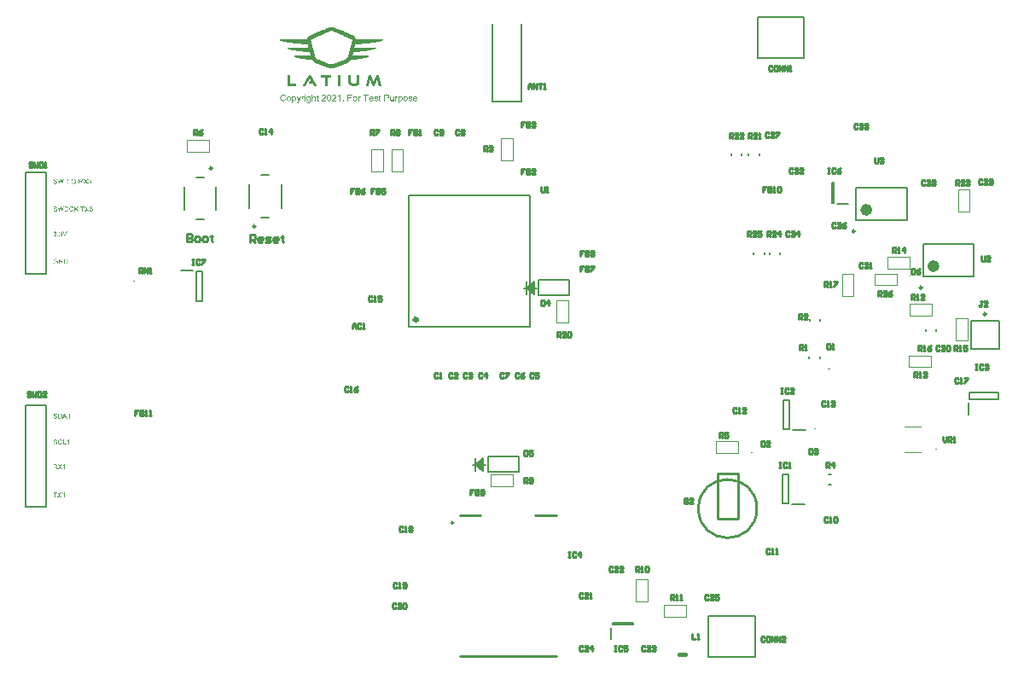
<source format=gbr>
%TF.GenerationSoftware,Altium Limited,Altium Designer,19.1.9 (167)*%
G04 Layer_Color=65535*
%FSLAX26Y26*%
%MOIN*%
%TF.FileFunction,Legend,Top*%
%TF.Part,Single*%
G01*
G75*
%TA.AperFunction,NonConductor*%
%ADD60C,0.008000*%
%ADD73C,0.009842*%
%ADD74C,0.005000*%
%ADD75C,0.007874*%
%ADD76C,0.010000*%
%ADD92C,0.003937*%
%ADD93C,0.015748*%
%ADD94C,0.023622*%
%ADD95C,0.006000*%
G36*
X1232488Y2499048D02*
X1237266D01*
Y2497455D01*
X1242044D01*
Y2495863D01*
X1245230D01*
Y2494270D01*
X1250008D01*
Y2492677D01*
X1253193D01*
Y2491084D01*
X1256379D01*
Y2489492D01*
X1259564D01*
Y2487899D01*
X1264343D01*
Y2486306D01*
X1267528D01*
Y2484713D01*
X1272306D01*
Y2483121D01*
X1275492D01*
Y2481528D01*
X1278677D01*
Y2479935D01*
X1281863D01*
Y2478342D01*
X1286641D01*
Y2476750D01*
X1289826D01*
Y2475157D01*
X1294604D01*
Y2473564D01*
X1297790D01*
Y2471972D01*
X1300975D01*
Y2470379D01*
X1304161D01*
Y2468786D01*
X1308939D01*
Y2467193D01*
X1312125D01*
Y2465601D01*
X1313717D01*
Y2464008D01*
X1315310D01*
Y2462415D01*
X1316903D01*
Y2460822D01*
X1318495D01*
Y2459230D01*
Y2457637D01*
X1320088D01*
Y2456044D01*
Y2454452D01*
Y2452859D01*
X1428395D01*
Y2451266D01*
Y2449673D01*
Y2448080D01*
X1425209D01*
Y2446488D01*
X1422024D01*
Y2444895D01*
X1417245D01*
Y2443302D01*
X1409282D01*
Y2441710D01*
X1399725D01*
Y2440117D01*
X1390169D01*
Y2438524D01*
X1375834D01*
Y2436931D01*
X1361499D01*
Y2435339D01*
X1342387D01*
Y2433746D01*
X1318495D01*
Y2432153D01*
Y2430560D01*
X1316903D01*
Y2428968D01*
Y2427375D01*
Y2425782D01*
Y2424189D01*
X1315310D01*
Y2422597D01*
Y2421004D01*
X1399725D01*
Y2419411D01*
Y2417818D01*
Y2416226D01*
X1398132D01*
Y2414633D01*
X1394947D01*
Y2413040D01*
X1390169D01*
Y2411448D01*
X1382205D01*
Y2409855D01*
X1374241D01*
Y2408262D01*
X1364685D01*
Y2406669D01*
X1351943D01*
Y2405077D01*
X1337608D01*
Y2403484D01*
X1318495D01*
Y2401891D01*
X1310532D01*
Y2400298D01*
X1308939D01*
Y2398706D01*
Y2397113D01*
Y2395520D01*
Y2393927D01*
X1307346D01*
Y2392335D01*
Y2390742D01*
Y2389149D01*
X1371056D01*
Y2387557D01*
Y2385964D01*
Y2384371D01*
Y2382778D01*
X1367870D01*
Y2381185D01*
X1363092D01*
Y2379593D01*
X1358314D01*
Y2378000D01*
X1348758D01*
Y2376407D01*
X1339201D01*
Y2374815D01*
X1328052D01*
Y2373222D01*
X1315310D01*
Y2371629D01*
X1300975D01*
Y2370036D01*
X1299383D01*
Y2368444D01*
X1297790D01*
Y2366851D01*
X1296197D01*
Y2365258D01*
X1294604D01*
Y2363665D01*
X1293012D01*
Y2362073D01*
X1289826D01*
Y2360480D01*
X1288234D01*
Y2358887D01*
X1283455D01*
Y2357294D01*
X1278677D01*
Y2355702D01*
X1275492D01*
Y2354109D01*
X1270713D01*
Y2352516D01*
X1267528D01*
Y2350923D01*
X1262750D01*
Y2349331D01*
X1257972D01*
Y2347738D01*
X1254786D01*
Y2346145D01*
X1250008D01*
Y2344553D01*
X1246822D01*
Y2342960D01*
X1242044D01*
Y2341367D01*
X1237266D01*
Y2339774D01*
X1229302D01*
Y2338182D01*
X1222931D01*
Y2339774D01*
X1213375D01*
Y2341367D01*
X1210189D01*
Y2342960D01*
X1205411D01*
Y2344553D01*
X1200633D01*
Y2346145D01*
X1197448D01*
Y2347738D01*
X1192669D01*
Y2349331D01*
X1189484D01*
Y2350923D01*
X1184706D01*
Y2352516D01*
X1179928D01*
Y2354109D01*
X1176742D01*
Y2355702D01*
X1171964D01*
Y2357294D01*
X1167186D01*
Y2358887D01*
X1164000D01*
Y2360480D01*
X1160815D01*
Y2362073D01*
X1159222D01*
Y2363665D01*
X1156036D01*
Y2365258D01*
X1154444D01*
Y2366851D01*
X1152851D01*
Y2368444D01*
Y2370036D01*
X1151258D01*
Y2371629D01*
X1136923D01*
Y2373222D01*
X1124182D01*
Y2374815D01*
X1111440D01*
Y2376407D01*
X1101883D01*
Y2378000D01*
X1093920D01*
Y2379593D01*
X1087549D01*
Y2381185D01*
X1082771D01*
Y2382778D01*
X1081178D01*
Y2384371D01*
X1079585D01*
Y2385964D01*
Y2387557D01*
X1081178D01*
Y2389149D01*
X1144887D01*
Y2390742D01*
X1143294D01*
Y2392335D01*
Y2393927D01*
Y2395520D01*
X1141702D01*
Y2397113D01*
Y2398706D01*
Y2400298D01*
Y2401891D01*
X1132145D01*
Y2403484D01*
X1114625D01*
Y2405077D01*
X1100291D01*
Y2406669D01*
X1087549D01*
Y2408262D01*
X1077992D01*
Y2409855D01*
X1068436D01*
Y2411448D01*
X1062065D01*
Y2413040D01*
X1055694D01*
Y2414633D01*
X1052508D01*
Y2416226D01*
Y2417818D01*
X1050916D01*
Y2419411D01*
Y2421004D01*
X1135331D01*
Y2422597D01*
Y2424189D01*
Y2425782D01*
Y2427375D01*
X1133738D01*
Y2428968D01*
Y2430560D01*
Y2432153D01*
X1132145D01*
Y2433746D01*
X1108254D01*
Y2435339D01*
X1090734D01*
Y2436931D01*
X1074807D01*
Y2438524D01*
X1062065D01*
Y2440117D01*
X1050916D01*
Y2441710D01*
X1041359D01*
Y2443302D01*
X1034988D01*
Y2444895D01*
X1028617D01*
Y2446488D01*
X1025432D01*
Y2448080D01*
X1023839D01*
Y2449673D01*
Y2451266D01*
Y2452859D01*
X1130553D01*
Y2454452D01*
Y2456044D01*
X1132145D01*
Y2457637D01*
Y2459230D01*
X1133738D01*
Y2460822D01*
Y2462415D01*
X1135331D01*
Y2464008D01*
X1136923D01*
Y2465601D01*
X1140109D01*
Y2467193D01*
X1143294D01*
Y2468786D01*
X1146480D01*
Y2470379D01*
X1149666D01*
Y2471972D01*
X1154444D01*
Y2473564D01*
X1157629D01*
Y2475157D01*
X1160815D01*
Y2476750D01*
X1165593D01*
Y2478342D01*
X1168778D01*
Y2479935D01*
X1171964D01*
Y2481528D01*
X1176742D01*
Y2483121D01*
X1179928D01*
Y2484713D01*
X1183113D01*
Y2486306D01*
X1187891D01*
Y2487899D01*
X1191076D01*
Y2489492D01*
X1194262D01*
Y2491084D01*
X1199040D01*
Y2492677D01*
X1202226D01*
Y2494270D01*
X1205411D01*
Y2495863D01*
X1210189D01*
Y2497455D01*
X1213375D01*
Y2499048D01*
X1219746D01*
Y2500641D01*
X1232488D01*
Y2499048D01*
D02*
G37*
G36*
X1407252Y2313181D02*
X1408092D01*
Y2312341D01*
X1408932D01*
Y2311501D01*
X1409772D01*
Y2310661D01*
Y2309821D01*
Y2308981D01*
X1410612D01*
Y2308141D01*
Y2307300D01*
Y2306460D01*
X1411452D01*
Y2305620D01*
Y2304780D01*
Y2303940D01*
Y2303100D01*
X1412292D01*
Y2302260D01*
Y2301420D01*
Y2300580D01*
Y2299740D01*
X1413132D01*
Y2298900D01*
Y2298060D01*
Y2297220D01*
Y2296380D01*
X1413972D01*
Y2295540D01*
Y2294700D01*
Y2293860D01*
Y2293019D01*
X1414812D01*
Y2292179D01*
Y2291339D01*
Y2290499D01*
Y2289659D01*
X1415653D01*
Y2288819D01*
Y2287979D01*
Y2287139D01*
X1416493D01*
Y2286299D01*
Y2285459D01*
Y2284619D01*
Y2283779D01*
X1417333D01*
Y2282939D01*
Y2282099D01*
Y2281258D01*
Y2280419D01*
X1418173D01*
Y2279578D01*
Y2278738D01*
Y2277898D01*
Y2277058D01*
X1419013D01*
Y2276218D01*
Y2275378D01*
Y2274538D01*
Y2273698D01*
X1419853D01*
Y2272858D01*
Y2272018D01*
Y2271178D01*
Y2270338D01*
X1410612D01*
Y2271178D01*
X1409772D01*
Y2272018D01*
Y2272858D01*
Y2273698D01*
X1408932D01*
Y2274538D01*
Y2275378D01*
Y2276218D01*
Y2277058D01*
X1408092D01*
Y2277898D01*
Y2278738D01*
Y2279578D01*
Y2280419D01*
X1407252D01*
Y2281258D01*
Y2282099D01*
Y2282939D01*
Y2283779D01*
X1406412D01*
Y2284619D01*
Y2285459D01*
Y2286299D01*
Y2287139D01*
X1405572D01*
Y2287979D01*
Y2288819D01*
Y2289659D01*
Y2290499D01*
X1404732D01*
Y2291339D01*
Y2292179D01*
Y2293019D01*
Y2293860D01*
X1403892D01*
Y2293019D01*
X1403052D01*
Y2292179D01*
Y2291339D01*
X1402211D01*
Y2290499D01*
Y2289659D01*
X1401371D01*
Y2288819D01*
Y2287979D01*
Y2287139D01*
X1400531D01*
Y2286299D01*
Y2285459D01*
X1399691D01*
Y2284619D01*
Y2283779D01*
Y2282939D01*
X1398851D01*
Y2282099D01*
Y2281258D01*
X1398011D01*
Y2280419D01*
Y2279578D01*
X1397171D01*
Y2278738D01*
Y2277898D01*
Y2277058D01*
X1396331D01*
Y2276218D01*
Y2275378D01*
X1395491D01*
Y2274538D01*
Y2273698D01*
Y2272858D01*
X1394651D01*
Y2272018D01*
X1393811D01*
Y2271178D01*
X1392971D01*
Y2270338D01*
X1392131D01*
Y2269498D01*
X1388771D01*
Y2270338D01*
X1387090D01*
Y2271178D01*
X1386250D01*
Y2272018D01*
X1385410D01*
Y2272858D01*
Y2273698D01*
X1384570D01*
Y2274538D01*
Y2275378D01*
Y2276218D01*
X1383730D01*
Y2277058D01*
Y2277898D01*
X1382890D01*
Y2278738D01*
Y2279578D01*
X1382050D01*
Y2280419D01*
Y2281258D01*
Y2282099D01*
X1381210D01*
Y2282939D01*
Y2283779D01*
X1380370D01*
Y2284619D01*
Y2285459D01*
Y2286299D01*
X1379530D01*
Y2287139D01*
Y2287979D01*
X1378690D01*
Y2288819D01*
Y2289659D01*
Y2290499D01*
X1377850D01*
Y2291339D01*
Y2292179D01*
X1377010D01*
Y2293019D01*
Y2293860D01*
X1376170D01*
Y2293019D01*
Y2292179D01*
X1375330D01*
Y2291339D01*
Y2290499D01*
Y2289659D01*
Y2288819D01*
X1374489D01*
Y2287979D01*
Y2287139D01*
Y2286299D01*
Y2285459D01*
X1373649D01*
Y2284619D01*
Y2283779D01*
Y2282939D01*
Y2282099D01*
X1372809D01*
Y2281258D01*
Y2280419D01*
Y2279578D01*
Y2278738D01*
X1371969D01*
Y2277898D01*
Y2277058D01*
Y2276218D01*
X1371129D01*
Y2275378D01*
Y2274538D01*
Y2273698D01*
Y2272858D01*
X1370289D01*
Y2272018D01*
Y2271178D01*
Y2270338D01*
X1360208D01*
Y2271178D01*
Y2272018D01*
X1361048D01*
Y2272858D01*
Y2273698D01*
Y2274538D01*
Y2275378D01*
X1361889D01*
Y2276218D01*
Y2277058D01*
Y2277898D01*
Y2278738D01*
X1362728D01*
Y2279578D01*
Y2280419D01*
Y2281258D01*
Y2282099D01*
X1363569D01*
Y2282939D01*
Y2283779D01*
Y2284619D01*
Y2285459D01*
X1364409D01*
Y2286299D01*
Y2287139D01*
Y2287979D01*
X1365249D01*
Y2288819D01*
Y2289659D01*
Y2290499D01*
Y2291339D01*
X1366089D01*
Y2292179D01*
Y2293019D01*
Y2293860D01*
Y2294700D01*
X1366929D01*
Y2295540D01*
Y2296380D01*
Y2297220D01*
Y2298060D01*
X1367769D01*
Y2298900D01*
Y2299740D01*
Y2300580D01*
Y2301420D01*
X1368609D01*
Y2302260D01*
Y2303100D01*
Y2303940D01*
Y2304780D01*
X1369449D01*
Y2305620D01*
Y2306460D01*
Y2307300D01*
X1370289D01*
Y2308141D01*
Y2308981D01*
Y2309821D01*
Y2310661D01*
X1371129D01*
Y2311501D01*
Y2312341D01*
X1371969D01*
Y2313181D01*
X1373649D01*
Y2314021D01*
X1377010D01*
Y2313181D01*
X1378690D01*
Y2312341D01*
X1379530D01*
Y2311501D01*
Y2310661D01*
X1380370D01*
Y2309821D01*
Y2308981D01*
X1381210D01*
Y2308141D01*
Y2307300D01*
X1382050D01*
Y2306460D01*
Y2305620D01*
Y2304780D01*
X1382890D01*
Y2303940D01*
Y2303100D01*
X1383730D01*
Y2302260D01*
Y2301420D01*
X1384570D01*
Y2300580D01*
Y2299740D01*
Y2298900D01*
X1385410D01*
Y2298060D01*
Y2297220D01*
X1386250D01*
Y2296380D01*
Y2295540D01*
Y2294700D01*
X1387090D01*
Y2293860D01*
Y2293019D01*
X1387930D01*
Y2292179D01*
Y2291339D01*
X1388771D01*
Y2290499D01*
Y2289659D01*
Y2288819D01*
X1389611D01*
Y2287979D01*
Y2287139D01*
X1391291D01*
Y2287979D01*
Y2288819D01*
X1392131D01*
Y2289659D01*
Y2290499D01*
Y2291339D01*
X1392971D01*
Y2292179D01*
Y2293019D01*
X1393811D01*
Y2293860D01*
Y2294700D01*
Y2295540D01*
X1394651D01*
Y2296380D01*
Y2297220D01*
X1395491D01*
Y2298060D01*
Y2298900D01*
Y2299740D01*
X1396331D01*
Y2300580D01*
Y2301420D01*
X1397171D01*
Y2302260D01*
Y2303100D01*
X1398011D01*
Y2303940D01*
Y2304780D01*
Y2305620D01*
X1398851D01*
Y2306460D01*
Y2307300D01*
X1399691D01*
Y2308141D01*
Y2308981D01*
X1400531D01*
Y2309821D01*
Y2310661D01*
Y2311501D01*
X1401371D01*
Y2312341D01*
X1402211D01*
Y2313181D01*
X1403892D01*
Y2314021D01*
X1407252D01*
Y2313181D01*
D02*
G37*
G36*
X1335006Y2312341D02*
Y2311501D01*
Y2310661D01*
Y2309821D01*
Y2308981D01*
Y2308141D01*
Y2307300D01*
Y2306460D01*
Y2305620D01*
Y2304780D01*
Y2303940D01*
Y2303100D01*
Y2302260D01*
Y2301420D01*
Y2300580D01*
Y2299740D01*
Y2298900D01*
Y2298060D01*
Y2297220D01*
Y2296380D01*
Y2295540D01*
Y2294700D01*
Y2293860D01*
Y2293019D01*
Y2292179D01*
Y2291339D01*
Y2290499D01*
Y2289659D01*
Y2288819D01*
Y2287979D01*
Y2287139D01*
Y2286299D01*
Y2285459D01*
Y2284619D01*
X1334166D01*
Y2283779D01*
Y2282939D01*
Y2282099D01*
Y2281258D01*
X1333326D01*
Y2280419D01*
Y2279578D01*
Y2278738D01*
X1332486D01*
Y2277898D01*
Y2277058D01*
X1331646D01*
Y2276218D01*
X1330806D01*
Y2275378D01*
X1329966D01*
Y2274538D01*
X1329126D01*
Y2273698D01*
X1328286D01*
Y2272858D01*
X1326606D01*
Y2272018D01*
X1324926D01*
Y2271178D01*
X1322406D01*
Y2270338D01*
X1317365D01*
Y2269498D01*
X1308124D01*
Y2270338D01*
X1303084D01*
Y2271178D01*
X1300564D01*
Y2272018D01*
X1298884D01*
Y2272858D01*
X1297204D01*
Y2273698D01*
X1296363D01*
Y2274538D01*
X1295523D01*
Y2275378D01*
X1294683D01*
Y2276218D01*
X1293843D01*
Y2277058D01*
X1293003D01*
Y2277898D01*
Y2278738D01*
X1292163D01*
Y2279578D01*
Y2280419D01*
Y2281258D01*
X1291323D01*
Y2282099D01*
Y2282939D01*
Y2283779D01*
Y2284619D01*
X1290483D01*
Y2285459D01*
Y2286299D01*
Y2287139D01*
Y2287979D01*
Y2288819D01*
Y2289659D01*
Y2290499D01*
Y2291339D01*
Y2292179D01*
Y2293019D01*
Y2293860D01*
Y2294700D01*
Y2295540D01*
Y2296380D01*
Y2297220D01*
Y2298060D01*
Y2298900D01*
Y2299740D01*
Y2300580D01*
Y2301420D01*
Y2302260D01*
Y2303100D01*
Y2303940D01*
Y2304780D01*
Y2305620D01*
Y2306460D01*
Y2307300D01*
Y2308141D01*
Y2308981D01*
Y2309821D01*
Y2310661D01*
Y2311501D01*
Y2312341D01*
Y2313181D01*
X1300564D01*
Y2312341D01*
Y2311501D01*
Y2310661D01*
Y2309821D01*
Y2308981D01*
Y2308141D01*
Y2307300D01*
Y2306460D01*
Y2305620D01*
Y2304780D01*
Y2303940D01*
Y2303100D01*
Y2302260D01*
Y2301420D01*
Y2300580D01*
Y2299740D01*
Y2298900D01*
Y2298060D01*
Y2297220D01*
Y2296380D01*
Y2295540D01*
Y2294700D01*
Y2293860D01*
Y2293019D01*
Y2292179D01*
Y2291339D01*
Y2290499D01*
Y2289659D01*
Y2288819D01*
Y2287979D01*
Y2287139D01*
Y2286299D01*
X1301404D01*
Y2285459D01*
Y2284619D01*
Y2283779D01*
X1302244D01*
Y2282939D01*
X1303084D01*
Y2282099D01*
X1303924D01*
Y2281258D01*
X1305604D01*
Y2280419D01*
X1310645D01*
Y2279578D01*
X1314845D01*
Y2280419D01*
X1319885D01*
Y2281258D01*
X1322406D01*
Y2282099D01*
X1323245D01*
Y2282939D01*
X1324086D01*
Y2283779D01*
Y2284619D01*
X1324926D01*
Y2285459D01*
Y2286299D01*
Y2287139D01*
Y2287979D01*
Y2288819D01*
Y2289659D01*
Y2290499D01*
Y2291339D01*
Y2292179D01*
Y2293019D01*
Y2293860D01*
Y2294700D01*
Y2295540D01*
Y2296380D01*
Y2297220D01*
Y2298060D01*
Y2298900D01*
Y2299740D01*
Y2300580D01*
Y2301420D01*
Y2302260D01*
Y2303100D01*
Y2303940D01*
Y2304780D01*
Y2305620D01*
Y2306460D01*
Y2307300D01*
Y2308141D01*
Y2308981D01*
Y2309821D01*
Y2310661D01*
Y2311501D01*
Y2312341D01*
Y2313181D01*
X1335006D01*
Y2312341D01*
D02*
G37*
G36*
X1261081D02*
Y2311501D01*
Y2310661D01*
Y2309821D01*
Y2308981D01*
Y2308141D01*
Y2307300D01*
Y2306460D01*
Y2305620D01*
Y2304780D01*
Y2303940D01*
Y2303100D01*
Y2302260D01*
Y2301420D01*
Y2300580D01*
Y2299740D01*
Y2298900D01*
Y2298060D01*
Y2297220D01*
Y2296380D01*
Y2295540D01*
Y2294700D01*
Y2293860D01*
Y2293019D01*
Y2292179D01*
Y2291339D01*
Y2290499D01*
Y2289659D01*
Y2288819D01*
Y2287979D01*
Y2287139D01*
Y2286299D01*
Y2285459D01*
Y2284619D01*
Y2283779D01*
Y2282939D01*
Y2282099D01*
Y2281258D01*
Y2280419D01*
Y2279578D01*
Y2278738D01*
Y2277898D01*
Y2277058D01*
Y2276218D01*
Y2275378D01*
Y2274538D01*
Y2273698D01*
Y2272858D01*
Y2272018D01*
Y2271178D01*
Y2270338D01*
X1251000D01*
Y2271178D01*
Y2272018D01*
Y2272858D01*
Y2273698D01*
Y2274538D01*
Y2275378D01*
Y2276218D01*
Y2277058D01*
Y2277898D01*
Y2278738D01*
Y2279578D01*
Y2280419D01*
Y2281258D01*
Y2282099D01*
Y2282939D01*
Y2283779D01*
Y2284619D01*
Y2285459D01*
Y2286299D01*
Y2287139D01*
Y2287979D01*
Y2288819D01*
Y2289659D01*
Y2290499D01*
Y2291339D01*
Y2292179D01*
Y2293019D01*
Y2293860D01*
Y2294700D01*
Y2295540D01*
Y2296380D01*
Y2297220D01*
Y2298060D01*
Y2298900D01*
Y2299740D01*
Y2300580D01*
Y2301420D01*
Y2302260D01*
Y2303100D01*
Y2303940D01*
Y2304780D01*
Y2305620D01*
Y2306460D01*
Y2307300D01*
Y2308141D01*
Y2308981D01*
Y2309821D01*
Y2310661D01*
Y2311501D01*
Y2312341D01*
Y2313181D01*
X1261081D01*
Y2312341D01*
D02*
G37*
G36*
X1224118D02*
Y2311501D01*
Y2310661D01*
Y2309821D01*
Y2308981D01*
Y2308141D01*
Y2307300D01*
Y2306460D01*
Y2305620D01*
Y2304780D01*
Y2303940D01*
Y2303100D01*
X1209837D01*
Y2302260D01*
Y2301420D01*
Y2300580D01*
Y2299740D01*
Y2298900D01*
Y2298060D01*
Y2297220D01*
Y2296380D01*
Y2295540D01*
Y2294700D01*
Y2293860D01*
Y2293019D01*
Y2292179D01*
Y2291339D01*
Y2290499D01*
Y2289659D01*
Y2288819D01*
Y2287979D01*
Y2287139D01*
Y2286299D01*
Y2285459D01*
Y2284619D01*
Y2283779D01*
Y2282939D01*
Y2282099D01*
Y2281258D01*
Y2280419D01*
Y2279578D01*
Y2278738D01*
Y2277898D01*
Y2277058D01*
Y2276218D01*
Y2275378D01*
Y2274538D01*
Y2273698D01*
Y2272858D01*
Y2272018D01*
Y2271178D01*
Y2270338D01*
X1199756D01*
Y2271178D01*
Y2272018D01*
Y2272858D01*
Y2273698D01*
Y2274538D01*
Y2275378D01*
Y2276218D01*
Y2277058D01*
Y2277898D01*
Y2278738D01*
Y2279578D01*
Y2280419D01*
Y2281258D01*
Y2282099D01*
Y2282939D01*
Y2283779D01*
Y2284619D01*
Y2285459D01*
Y2286299D01*
Y2287139D01*
Y2287979D01*
Y2288819D01*
Y2289659D01*
Y2290499D01*
Y2291339D01*
Y2292179D01*
Y2293019D01*
Y2293860D01*
Y2294700D01*
Y2295540D01*
Y2296380D01*
Y2297220D01*
Y2298060D01*
Y2298900D01*
Y2299740D01*
Y2300580D01*
Y2301420D01*
Y2302260D01*
Y2303100D01*
X1185475D01*
Y2303940D01*
Y2304780D01*
Y2305620D01*
Y2306460D01*
Y2307300D01*
Y2308141D01*
Y2308981D01*
Y2309821D01*
Y2310661D01*
Y2311501D01*
Y2312341D01*
Y2313181D01*
X1224118D01*
Y2312341D01*
D02*
G37*
G36*
X1142632Y2313181D02*
X1143472D01*
Y2312341D01*
X1144312D01*
Y2311501D01*
X1145152D01*
Y2310661D01*
X1145992D01*
Y2309821D01*
Y2308981D01*
X1146832D01*
Y2308141D01*
Y2307300D01*
X1147672D01*
Y2306460D01*
Y2305620D01*
X1148512D01*
Y2304780D01*
X1149352D01*
Y2303940D01*
Y2303100D01*
X1150192D01*
Y2302260D01*
Y2301420D01*
X1151032D01*
Y2300580D01*
Y2299740D01*
X1151872D01*
Y2298900D01*
X1152713D01*
Y2298060D01*
Y2297220D01*
X1153553D01*
Y2296380D01*
Y2295540D01*
X1154393D01*
Y2294700D01*
Y2293860D01*
X1155233D01*
Y2293019D01*
X1156073D01*
Y2292179D01*
Y2291339D01*
X1156913D01*
Y2290499D01*
Y2289659D01*
X1157753D01*
Y2288819D01*
X1158593D01*
Y2287979D01*
Y2287139D01*
X1159433D01*
Y2286299D01*
Y2285459D01*
X1160273D01*
Y2284619D01*
Y2283779D01*
X1161113D01*
Y2282939D01*
X1161953D01*
Y2282099D01*
Y2281258D01*
X1162793D01*
Y2280419D01*
Y2279578D01*
X1163633D01*
Y2278738D01*
Y2277898D01*
X1164473D01*
Y2277058D01*
X1165313D01*
Y2276218D01*
Y2275378D01*
X1166153D01*
Y2274538D01*
Y2273698D01*
X1166994D01*
Y2272858D01*
Y2272018D01*
X1167834D01*
Y2271178D01*
Y2270338D01*
X1156073D01*
Y2271178D01*
Y2272018D01*
X1155233D01*
Y2272858D01*
Y2273698D01*
X1154393D01*
Y2274538D01*
Y2275378D01*
X1153553D01*
Y2276218D01*
X1152713D01*
Y2277058D01*
Y2277898D01*
X1151872D01*
Y2278738D01*
Y2279578D01*
X1151032D01*
Y2280419D01*
X1135911D01*
Y2281258D01*
Y2282099D01*
X1136751D01*
Y2282939D01*
Y2283779D01*
X1137591D01*
Y2284619D01*
Y2285459D01*
X1138431D01*
Y2286299D01*
Y2287139D01*
X1139272D01*
Y2287979D01*
X1140112D01*
Y2288819D01*
X1140952D01*
Y2289659D01*
X1145152D01*
Y2290499D01*
Y2291339D01*
X1144312D01*
Y2292179D01*
Y2293019D01*
X1143472D01*
Y2293860D01*
Y2294700D01*
X1142632D01*
Y2295540D01*
X1141792D01*
Y2296380D01*
Y2297220D01*
X1140952D01*
Y2298060D01*
Y2298900D01*
X1140112D01*
Y2298060D01*
X1139272D01*
Y2297220D01*
Y2296380D01*
X1138431D01*
Y2295540D01*
Y2294700D01*
X1137591D01*
Y2293860D01*
Y2293019D01*
X1136751D01*
Y2292179D01*
X1135911D01*
Y2291339D01*
Y2290499D01*
X1135071D01*
Y2289659D01*
Y2288819D01*
X1134231D01*
Y2287979D01*
Y2287139D01*
X1133391D01*
Y2286299D01*
X1132551D01*
Y2285459D01*
Y2284619D01*
X1131711D01*
Y2283779D01*
Y2282939D01*
X1130871D01*
Y2282099D01*
Y2281258D01*
X1130031D01*
Y2280419D01*
Y2279578D01*
X1129191D01*
Y2278738D01*
X1128351D01*
Y2277898D01*
Y2277058D01*
X1127511D01*
Y2276218D01*
Y2275378D01*
X1126670D01*
Y2274538D01*
Y2273698D01*
X1125831D01*
Y2272858D01*
X1124990D01*
Y2272018D01*
Y2271178D01*
X1124150D01*
Y2270338D01*
X1113229D01*
Y2271178D01*
Y2272018D01*
X1114070D01*
Y2272858D01*
Y2273698D01*
X1114910D01*
Y2274538D01*
Y2275378D01*
X1115750D01*
Y2276218D01*
X1116590D01*
Y2277058D01*
Y2277898D01*
X1117430D01*
Y2278738D01*
Y2279578D01*
X1118270D01*
Y2280419D01*
X1119110D01*
Y2281258D01*
Y2282099D01*
X1119950D01*
Y2282939D01*
Y2283779D01*
X1120790D01*
Y2284619D01*
Y2285459D01*
X1121630D01*
Y2286299D01*
X1122470D01*
Y2287139D01*
Y2287979D01*
X1123310D01*
Y2288819D01*
Y2289659D01*
X1124150D01*
Y2290499D01*
Y2291339D01*
X1124990D01*
Y2292179D01*
X1125831D01*
Y2293019D01*
Y2293860D01*
X1126670D01*
Y2294700D01*
Y2295540D01*
X1127511D01*
Y2296380D01*
Y2297220D01*
X1128351D01*
Y2298060D01*
X1129191D01*
Y2298900D01*
Y2299740D01*
X1130031D01*
Y2300580D01*
Y2301420D01*
X1130871D01*
Y2302260D01*
Y2303100D01*
X1131711D01*
Y2303940D01*
X1132551D01*
Y2304780D01*
Y2305620D01*
X1133391D01*
Y2306460D01*
Y2307300D01*
X1134231D01*
Y2308141D01*
Y2308981D01*
X1135071D01*
Y2309821D01*
X1135911D01*
Y2310661D01*
Y2311501D01*
X1136751D01*
Y2312341D01*
X1137591D01*
Y2313181D01*
X1139272D01*
Y2314021D01*
X1142632D01*
Y2313181D01*
D02*
G37*
G36*
X1062826Y2312341D02*
Y2311501D01*
Y2310661D01*
Y2309821D01*
Y2308981D01*
Y2308141D01*
Y2307300D01*
Y2306460D01*
Y2305620D01*
Y2304780D01*
Y2303940D01*
Y2303100D01*
Y2302260D01*
Y2301420D01*
Y2300580D01*
Y2299740D01*
Y2298900D01*
Y2298060D01*
Y2297220D01*
Y2296380D01*
Y2295540D01*
Y2294700D01*
Y2293860D01*
Y2293019D01*
Y2292179D01*
Y2291339D01*
Y2290499D01*
Y2289659D01*
Y2288819D01*
Y2287979D01*
Y2287139D01*
Y2286299D01*
Y2285459D01*
Y2284619D01*
Y2283779D01*
Y2282939D01*
Y2282099D01*
Y2281258D01*
Y2280419D01*
X1088028D01*
Y2279578D01*
Y2278738D01*
Y2277898D01*
Y2277058D01*
Y2276218D01*
Y2275378D01*
Y2274538D01*
Y2273698D01*
Y2272858D01*
Y2272018D01*
Y2271178D01*
Y2270338D01*
X1052745D01*
Y2271178D01*
Y2272018D01*
Y2272858D01*
Y2273698D01*
Y2274538D01*
Y2275378D01*
Y2276218D01*
Y2277058D01*
Y2277898D01*
Y2278738D01*
Y2279578D01*
Y2280419D01*
Y2281258D01*
Y2282099D01*
Y2282939D01*
Y2283779D01*
Y2284619D01*
Y2285459D01*
Y2286299D01*
Y2287139D01*
Y2287979D01*
Y2288819D01*
Y2289659D01*
Y2290499D01*
Y2291339D01*
Y2292179D01*
Y2293019D01*
Y2293860D01*
Y2294700D01*
Y2295540D01*
Y2296380D01*
Y2297220D01*
Y2298060D01*
Y2298900D01*
Y2299740D01*
Y2300580D01*
Y2301420D01*
Y2302260D01*
Y2303100D01*
Y2303940D01*
Y2304780D01*
Y2305620D01*
Y2306460D01*
Y2307300D01*
Y2308141D01*
Y2308981D01*
Y2309821D01*
Y2310661D01*
Y2311501D01*
Y2312341D01*
Y2313181D01*
X1062826D01*
Y2312341D01*
D02*
G37*
G36*
X149111Y1594473D02*
X149332D01*
X149858Y1594418D01*
X150440Y1594335D01*
X151049Y1594196D01*
X151714Y1594030D01*
X152351Y1593808D01*
X152379D01*
X152435Y1593781D01*
X152518Y1593753D01*
X152628Y1593697D01*
X152933Y1593531D01*
X153321Y1593337D01*
X153736Y1593060D01*
X154180Y1592728D01*
X154595Y1592368D01*
X154983Y1591925D01*
X155038Y1591869D01*
X155149Y1591703D01*
X155315Y1591454D01*
X155537Y1591094D01*
X155758Y1590650D01*
X156008Y1590097D01*
X156257Y1589487D01*
X156451Y1588795D01*
X154152Y1588185D01*
Y1588213D01*
X154124Y1588241D01*
X154096Y1588324D01*
X154069Y1588435D01*
X153986Y1588684D01*
X153875Y1589016D01*
X153709Y1589404D01*
X153515Y1589764D01*
X153321Y1590152D01*
X153072Y1590484D01*
X153044Y1590512D01*
X152961Y1590623D01*
X152795Y1590761D01*
X152601Y1590955D01*
X152351Y1591177D01*
X152019Y1591398D01*
X151659Y1591620D01*
X151243Y1591814D01*
X151188Y1591842D01*
X151049Y1591897D01*
X150800Y1591980D01*
X150468Y1592091D01*
X150080Y1592174D01*
X149637Y1592257D01*
X149138Y1592312D01*
X148612Y1592340D01*
X148307D01*
X148169Y1592312D01*
X148002D01*
X147587Y1592285D01*
X147116Y1592202D01*
X146590Y1592119D01*
X146091Y1591980D01*
X145593Y1591786D01*
X145537Y1591758D01*
X145371Y1591703D01*
X145149Y1591565D01*
X144872Y1591426D01*
X144540Y1591205D01*
X144180Y1590983D01*
X143847Y1590706D01*
X143543Y1590401D01*
X143515Y1590373D01*
X143404Y1590263D01*
X143266Y1590069D01*
X143100Y1589847D01*
X142906Y1589570D01*
X142712Y1589238D01*
X142518Y1588878D01*
X142324Y1588490D01*
Y1588462D01*
X142296Y1588407D01*
X142269Y1588324D01*
X142213Y1588185D01*
X142158Y1588019D01*
X142102Y1587825D01*
X142019Y1587603D01*
X141964Y1587354D01*
X141825Y1586773D01*
X141715Y1586108D01*
X141631Y1585415D01*
X141604Y1584640D01*
Y1584612D01*
Y1584529D01*
Y1584390D01*
X141631Y1584224D01*
Y1584003D01*
X141659Y1583726D01*
X141687Y1583448D01*
X141715Y1583144D01*
X141825Y1582451D01*
X141964Y1581731D01*
X142185Y1581011D01*
X142463Y1580318D01*
Y1580291D01*
X142518Y1580235D01*
X142546Y1580152D01*
X142629Y1580041D01*
X142823Y1579737D01*
X143127Y1579349D01*
X143487Y1578933D01*
X143931Y1578518D01*
X144457Y1578130D01*
X145039Y1577770D01*
X145066D01*
X145122Y1577742D01*
X145205Y1577687D01*
X145343Y1577631D01*
X145482Y1577576D01*
X145676Y1577521D01*
X146119Y1577354D01*
X146673Y1577216D01*
X147282Y1577078D01*
X147947Y1576967D01*
X148640Y1576939D01*
X148917D01*
X149083Y1576967D01*
X149249D01*
X149665Y1577022D01*
X150163Y1577078D01*
X150689Y1577188D01*
X151271Y1577354D01*
X151853Y1577548D01*
X151881D01*
X151936Y1577576D01*
X151991Y1577604D01*
X152102Y1577659D01*
X152407Y1577798D01*
X152739Y1577964D01*
X153127Y1578158D01*
X153542Y1578379D01*
X153930Y1578629D01*
X154263Y1578906D01*
Y1582507D01*
X148612D01*
Y1584778D01*
X156756D01*
Y1577659D01*
X156728Y1577631D01*
X156673Y1577604D01*
X156562Y1577521D01*
X156423Y1577410D01*
X156257Y1577299D01*
X156063Y1577161D01*
X155814Y1576994D01*
X155565Y1576828D01*
X154983Y1576468D01*
X154318Y1576080D01*
X153626Y1575720D01*
X152878Y1575416D01*
X152850D01*
X152795Y1575388D01*
X152684Y1575360D01*
X152545Y1575305D01*
X152351Y1575249D01*
X152130Y1575166D01*
X151881Y1575111D01*
X151631Y1575055D01*
X151022Y1574917D01*
X150329Y1574778D01*
X149581Y1574695D01*
X148806Y1574668D01*
X148529D01*
X148335Y1574695D01*
X148086D01*
X147781Y1574723D01*
X147448Y1574778D01*
X147088Y1574806D01*
X146285Y1574972D01*
X145426Y1575166D01*
X144540Y1575471D01*
X144097Y1575637D01*
X143654Y1575859D01*
X143626Y1575886D01*
X143543Y1575914D01*
X143432Y1575997D01*
X143266Y1576080D01*
X143072Y1576219D01*
X142878Y1576357D01*
X142352Y1576745D01*
X141798Y1577244D01*
X141216Y1577853D01*
X140662Y1578546D01*
X140163Y1579349D01*
Y1579377D01*
X140108Y1579460D01*
X140053Y1579571D01*
X139970Y1579764D01*
X139886Y1579958D01*
X139803Y1580235D01*
X139692Y1580512D01*
X139582Y1580845D01*
X139471Y1581205D01*
X139360Y1581620D01*
X139277Y1582036D01*
X139194Y1582479D01*
X139055Y1583448D01*
X139000Y1584473D01*
Y1584501D01*
Y1584612D01*
Y1584750D01*
X139028Y1584944D01*
Y1585194D01*
X139055Y1585498D01*
X139111Y1585803D01*
X139138Y1586163D01*
X139222Y1586551D01*
X139277Y1586966D01*
X139499Y1587853D01*
X139776Y1588767D01*
X140163Y1589681D01*
X140191Y1589709D01*
X140219Y1589792D01*
X140274Y1589903D01*
X140385Y1590069D01*
X140496Y1590290D01*
X140634Y1590512D01*
X141022Y1591038D01*
X141493Y1591648D01*
X142075Y1592229D01*
X142739Y1592811D01*
X143127Y1593060D01*
X143515Y1593310D01*
X143543Y1593337D01*
X143626Y1593365D01*
X143737Y1593420D01*
X143903Y1593504D01*
X144125Y1593587D01*
X144374Y1593697D01*
X144651Y1593808D01*
X144983Y1593919D01*
X145343Y1594030D01*
X145731Y1594113D01*
X146147Y1594224D01*
X146590Y1594307D01*
X147559Y1594445D01*
X148058Y1594501D01*
X148944D01*
X149111Y1594473D01*
D02*
G37*
G36*
X175564Y1575000D02*
X172933D01*
X162905Y1590041D01*
Y1575000D01*
X160468D01*
Y1594168D01*
X163071D01*
X173126Y1579100D01*
Y1594168D01*
X175564D01*
Y1575000D01*
D02*
G37*
G36*
X187697Y1594141D02*
X188251Y1594113D01*
X188805Y1594058D01*
X189359Y1593975D01*
X189829Y1593891D01*
X189857D01*
X189913Y1593864D01*
X189996D01*
X190107Y1593808D01*
X190411Y1593725D01*
X190799Y1593587D01*
X191242Y1593393D01*
X191713Y1593143D01*
X192184Y1592867D01*
X192627Y1592506D01*
X192655Y1592479D01*
X192683Y1592451D01*
X192766Y1592368D01*
X192876Y1592285D01*
X193154Y1592008D01*
X193486Y1591620D01*
X193846Y1591149D01*
X194234Y1590595D01*
X194594Y1589958D01*
X194899Y1589238D01*
Y1589210D01*
X194926Y1589155D01*
X194982Y1589044D01*
X195009Y1588878D01*
X195093Y1588684D01*
X195148Y1588462D01*
X195203Y1588213D01*
X195286Y1587908D01*
X195369Y1587603D01*
X195425Y1587243D01*
X195563Y1586468D01*
X195647Y1585609D01*
X195674Y1584667D01*
Y1584640D01*
Y1584584D01*
Y1584446D01*
Y1584307D01*
X195647Y1584113D01*
Y1583892D01*
X195619Y1583365D01*
X195536Y1582756D01*
X195453Y1582119D01*
X195314Y1581454D01*
X195148Y1580789D01*
Y1580762D01*
X195120Y1580706D01*
X195093Y1580623D01*
X195065Y1580512D01*
X194954Y1580208D01*
X194788Y1579820D01*
X194622Y1579377D01*
X194400Y1578933D01*
X194123Y1578463D01*
X193846Y1578019D01*
X193818Y1577964D01*
X193708Y1577825D01*
X193541Y1577631D01*
X193320Y1577382D01*
X193070Y1577105D01*
X192766Y1576828D01*
X192461Y1576524D01*
X192101Y1576274D01*
X192046Y1576246D01*
X191935Y1576163D01*
X191741Y1576053D01*
X191464Y1575914D01*
X191131Y1575748D01*
X190744Y1575609D01*
X190300Y1575443D01*
X189802Y1575305D01*
X189746D01*
X189663Y1575277D01*
X189580Y1575249D01*
X189303Y1575222D01*
X188915Y1575166D01*
X188472Y1575111D01*
X187946Y1575055D01*
X187364Y1575028D01*
X186727Y1575000D01*
X179830D01*
Y1594168D01*
X187198D01*
X187697Y1594141D01*
D02*
G37*
G36*
X167919Y1701224D02*
X168279Y1701168D01*
X168722Y1701085D01*
X169221Y1700947D01*
X169719Y1700781D01*
X170218Y1700559D01*
X170246D01*
X170273Y1700531D01*
X170440Y1700448D01*
X170689Y1700282D01*
X170966Y1700088D01*
X171298Y1699811D01*
X171631Y1699506D01*
X171963Y1699146D01*
X172240Y1698731D01*
X172268Y1698675D01*
X172351Y1698537D01*
X172462Y1698288D01*
X172600Y1697983D01*
X172739Y1697623D01*
X172849Y1697207D01*
X172933Y1696736D01*
X172960Y1696265D01*
Y1696210D01*
Y1696044D01*
X172933Y1695822D01*
X172877Y1695518D01*
X172794Y1695158D01*
X172655Y1694770D01*
X172489Y1694382D01*
X172268Y1693994D01*
X172240Y1693939D01*
X172157Y1693828D01*
X171991Y1693634D01*
X171769Y1693412D01*
X171492Y1693163D01*
X171160Y1692886D01*
X170772Y1692637D01*
X170301Y1692388D01*
X170329D01*
X170384Y1692360D01*
X170467Y1692332D01*
X170578Y1692304D01*
X170883Y1692194D01*
X171270Y1692027D01*
X171714Y1691806D01*
X172157Y1691529D01*
X172572Y1691169D01*
X172960Y1690753D01*
X172988Y1690698D01*
X173099Y1690532D01*
X173265Y1690255D01*
X173431Y1689895D01*
X173597Y1689451D01*
X173763Y1688925D01*
X173874Y1688316D01*
X173902Y1687651D01*
Y1687623D01*
Y1687540D01*
Y1687401D01*
X173874Y1687235D01*
X173847Y1687014D01*
X173791Y1686764D01*
X173736Y1686487D01*
X173680Y1686183D01*
X173459Y1685518D01*
X173293Y1685158D01*
X173126Y1684825D01*
X172905Y1684465D01*
X172655Y1684105D01*
X172379Y1683745D01*
X172046Y1683413D01*
X172018Y1683385D01*
X171963Y1683330D01*
X171852Y1683246D01*
X171714Y1683136D01*
X171548Y1682997D01*
X171326Y1682859D01*
X171077Y1682693D01*
X170772Y1682554D01*
X170467Y1682388D01*
X170107Y1682222D01*
X169747Y1682083D01*
X169332Y1681945D01*
X168888Y1681834D01*
X168417Y1681751D01*
X167946Y1681695D01*
X167420Y1681668D01*
X167171D01*
X167005Y1681695D01*
X166783Y1681723D01*
X166534Y1681751D01*
X166257Y1681806D01*
X165952Y1681861D01*
X165287Y1682028D01*
X164595Y1682305D01*
X164235Y1682471D01*
X163902Y1682665D01*
X163570Y1682914D01*
X163238Y1683163D01*
X163210Y1683191D01*
X163154Y1683246D01*
X163071Y1683330D01*
X162988Y1683440D01*
X162850Y1683579D01*
X162711Y1683773D01*
X162545Y1683967D01*
X162379Y1684216D01*
X162213Y1684493D01*
X162046Y1684770D01*
X161742Y1685435D01*
X161492Y1686210D01*
X161409Y1686626D01*
X161354Y1687069D01*
X163708Y1687374D01*
Y1687346D01*
X163736Y1687291D01*
X163764Y1687180D01*
X163792Y1687041D01*
X163819Y1686875D01*
X163875Y1686681D01*
X164013Y1686266D01*
X164207Y1685767D01*
X164456Y1685296D01*
X164733Y1684853D01*
X165066Y1684465D01*
X165121Y1684438D01*
X165232Y1684327D01*
X165453Y1684188D01*
X165731Y1684050D01*
X166063Y1683884D01*
X166478Y1683745D01*
X166949Y1683634D01*
X167448Y1683607D01*
X167614D01*
X167725Y1683634D01*
X168030Y1683662D01*
X168417Y1683745D01*
X168861Y1683884D01*
X169332Y1684078D01*
X169802Y1684354D01*
X170246Y1684742D01*
X170301Y1684798D01*
X170440Y1684964D01*
X170606Y1685213D01*
X170827Y1685546D01*
X171049Y1685961D01*
X171215Y1686432D01*
X171354Y1686986D01*
X171409Y1687595D01*
Y1687623D01*
Y1687678D01*
Y1687762D01*
X171381Y1687872D01*
X171354Y1688177D01*
X171270Y1688537D01*
X171160Y1688980D01*
X170966Y1689424D01*
X170689Y1689867D01*
X170329Y1690282D01*
X170273Y1690338D01*
X170135Y1690448D01*
X169913Y1690615D01*
X169608Y1690809D01*
X169221Y1691003D01*
X168750Y1691169D01*
X168224Y1691280D01*
X167642Y1691335D01*
X167393D01*
X167199Y1691307D01*
X166949Y1691280D01*
X166672Y1691224D01*
X166340Y1691169D01*
X165980Y1691086D01*
X166257Y1693163D01*
X166395D01*
X166506Y1693135D01*
X166866D01*
X167171Y1693191D01*
X167531Y1693246D01*
X167946Y1693329D01*
X168417Y1693468D01*
X168861Y1693662D01*
X169332Y1693911D01*
X169359D01*
X169387Y1693939D01*
X169525Y1694050D01*
X169719Y1694243D01*
X169941Y1694493D01*
X170162Y1694853D01*
X170356Y1695268D01*
X170495Y1695739D01*
X170550Y1696016D01*
Y1696321D01*
Y1696349D01*
Y1696376D01*
Y1696543D01*
X170495Y1696764D01*
X170440Y1697069D01*
X170329Y1697401D01*
X170190Y1697761D01*
X169969Y1698121D01*
X169664Y1698454D01*
X169636Y1698482D01*
X169498Y1698592D01*
X169304Y1698731D01*
X169054Y1698897D01*
X168722Y1699035D01*
X168334Y1699174D01*
X167891Y1699285D01*
X167393Y1699312D01*
X167171D01*
X166922Y1699257D01*
X166589Y1699202D01*
X166229Y1699091D01*
X165869Y1698952D01*
X165481Y1698731D01*
X165121Y1698454D01*
X165093Y1698426D01*
X164983Y1698288D01*
X164816Y1698094D01*
X164623Y1697817D01*
X164429Y1697457D01*
X164235Y1697013D01*
X164069Y1696487D01*
X163958Y1695878D01*
X161603Y1696293D01*
Y1696321D01*
X161631Y1696404D01*
X161659Y1696515D01*
X161686Y1696681D01*
X161742Y1696875D01*
X161825Y1697097D01*
X161991Y1697623D01*
X162268Y1698232D01*
X162600Y1698842D01*
X163016Y1699423D01*
X163542Y1699950D01*
X163570Y1699977D01*
X163625Y1700005D01*
X163708Y1700060D01*
X163819Y1700143D01*
X163958Y1700254D01*
X164152Y1700365D01*
X164345Y1700476D01*
X164595Y1700614D01*
X165149Y1700836D01*
X165786Y1701058D01*
X166534Y1701196D01*
X166922Y1701252D01*
X167614D01*
X167919Y1701224D01*
D02*
G37*
G36*
X145565D02*
X145925Y1701168D01*
X146368Y1701085D01*
X146867Y1700947D01*
X147365Y1700781D01*
X147864Y1700559D01*
X147892D01*
X147919Y1700531D01*
X148086Y1700448D01*
X148335Y1700282D01*
X148612Y1700088D01*
X148944Y1699811D01*
X149277Y1699506D01*
X149609Y1699146D01*
X149886Y1698731D01*
X149914Y1698675D01*
X149997Y1698537D01*
X150108Y1698288D01*
X150246Y1697983D01*
X150385Y1697623D01*
X150495Y1697207D01*
X150579Y1696736D01*
X150606Y1696265D01*
Y1696210D01*
Y1696044D01*
X150579Y1695822D01*
X150523Y1695518D01*
X150440Y1695158D01*
X150302Y1694770D01*
X150135Y1694382D01*
X149914Y1693994D01*
X149886Y1693939D01*
X149803Y1693828D01*
X149637Y1693634D01*
X149415Y1693412D01*
X149138Y1693163D01*
X148806Y1692886D01*
X148418Y1692637D01*
X147947Y1692388D01*
X147975D01*
X148030Y1692360D01*
X148113Y1692332D01*
X148224Y1692304D01*
X148529Y1692194D01*
X148917Y1692027D01*
X149360Y1691806D01*
X149803Y1691529D01*
X150219Y1691169D01*
X150606Y1690753D01*
X150634Y1690698D01*
X150745Y1690532D01*
X150911Y1690255D01*
X151077Y1689895D01*
X151243Y1689451D01*
X151410Y1688925D01*
X151520Y1688316D01*
X151548Y1687651D01*
Y1687623D01*
Y1687540D01*
Y1687401D01*
X151520Y1687235D01*
X151493Y1687014D01*
X151437Y1686764D01*
X151382Y1686487D01*
X151327Y1686183D01*
X151105Y1685518D01*
X150939Y1685158D01*
X150773Y1684825D01*
X150551Y1684465D01*
X150302Y1684105D01*
X150025Y1683745D01*
X149692Y1683413D01*
X149665Y1683385D01*
X149609Y1683330D01*
X149498Y1683246D01*
X149360Y1683136D01*
X149194Y1682997D01*
X148972Y1682859D01*
X148723Y1682693D01*
X148418Y1682554D01*
X148113Y1682388D01*
X147753Y1682222D01*
X147393Y1682083D01*
X146978Y1681945D01*
X146534Y1681834D01*
X146064Y1681751D01*
X145593Y1681695D01*
X145066Y1681668D01*
X144817D01*
X144651Y1681695D01*
X144429Y1681723D01*
X144180Y1681751D01*
X143903Y1681806D01*
X143598Y1681861D01*
X142933Y1682028D01*
X142241Y1682305D01*
X141881Y1682471D01*
X141548Y1682665D01*
X141216Y1682914D01*
X140884Y1683163D01*
X140856Y1683191D01*
X140800Y1683246D01*
X140717Y1683330D01*
X140634Y1683440D01*
X140496Y1683579D01*
X140357Y1683773D01*
X140191Y1683967D01*
X140025Y1684216D01*
X139859Y1684493D01*
X139692Y1684770D01*
X139388Y1685435D01*
X139138Y1686210D01*
X139055Y1686626D01*
X139000Y1687069D01*
X141355Y1687374D01*
Y1687346D01*
X141382Y1687291D01*
X141410Y1687180D01*
X141438Y1687041D01*
X141465Y1686875D01*
X141521Y1686681D01*
X141659Y1686266D01*
X141853Y1685767D01*
X142102Y1685296D01*
X142379Y1684853D01*
X142712Y1684465D01*
X142767Y1684438D01*
X142878Y1684327D01*
X143100Y1684188D01*
X143377Y1684050D01*
X143709Y1683884D01*
X144125Y1683745D01*
X144595Y1683634D01*
X145094Y1683607D01*
X145260D01*
X145371Y1683634D01*
X145676Y1683662D01*
X146064Y1683745D01*
X146507Y1683884D01*
X146978Y1684078D01*
X147448Y1684354D01*
X147892Y1684742D01*
X147947Y1684798D01*
X148086Y1684964D01*
X148252Y1685213D01*
X148473Y1685546D01*
X148695Y1685961D01*
X148861Y1686432D01*
X149000Y1686986D01*
X149055Y1687595D01*
Y1687623D01*
Y1687678D01*
Y1687762D01*
X149027Y1687872D01*
X149000Y1688177D01*
X148917Y1688537D01*
X148806Y1688980D01*
X148612Y1689424D01*
X148335Y1689867D01*
X147975Y1690282D01*
X147919Y1690338D01*
X147781Y1690448D01*
X147559Y1690615D01*
X147255Y1690809D01*
X146867Y1691003D01*
X146396Y1691169D01*
X145870Y1691280D01*
X145288Y1691335D01*
X145039D01*
X144845Y1691307D01*
X144595Y1691280D01*
X144318Y1691224D01*
X143986Y1691169D01*
X143626Y1691086D01*
X143903Y1693163D01*
X144041D01*
X144152Y1693135D01*
X144512D01*
X144817Y1693191D01*
X145177Y1693246D01*
X145593Y1693329D01*
X146064Y1693468D01*
X146507Y1693662D01*
X146978Y1693911D01*
X147005D01*
X147033Y1693939D01*
X147172Y1694050D01*
X147365Y1694243D01*
X147587Y1694493D01*
X147809Y1694853D01*
X148002Y1695268D01*
X148141Y1695739D01*
X148196Y1696016D01*
Y1696321D01*
Y1696349D01*
Y1696376D01*
Y1696543D01*
X148141Y1696764D01*
X148086Y1697069D01*
X147975Y1697401D01*
X147836Y1697761D01*
X147615Y1698121D01*
X147310Y1698454D01*
X147282Y1698482D01*
X147144Y1698592D01*
X146950Y1698731D01*
X146701Y1698897D01*
X146368Y1699035D01*
X145980Y1699174D01*
X145537Y1699285D01*
X145039Y1699312D01*
X144817D01*
X144568Y1699257D01*
X144235Y1699202D01*
X143875Y1699091D01*
X143515Y1698952D01*
X143127Y1698731D01*
X142767Y1698454D01*
X142739Y1698426D01*
X142629Y1698288D01*
X142463Y1698094D01*
X142269Y1697817D01*
X142075Y1697457D01*
X141881Y1697013D01*
X141715Y1696487D01*
X141604Y1695878D01*
X139249Y1696293D01*
Y1696321D01*
X139277Y1696404D01*
X139305Y1696515D01*
X139332Y1696681D01*
X139388Y1696875D01*
X139471Y1697097D01*
X139637Y1697623D01*
X139914Y1698232D01*
X140246Y1698842D01*
X140662Y1699423D01*
X141188Y1699950D01*
X141216Y1699977D01*
X141271Y1700005D01*
X141355Y1700060D01*
X141465Y1700143D01*
X141604Y1700254D01*
X141798Y1700365D01*
X141992Y1700476D01*
X142241Y1700614D01*
X142795Y1700836D01*
X143432Y1701058D01*
X144180Y1701196D01*
X144568Y1701252D01*
X145260D01*
X145565Y1701224D01*
D02*
G37*
G36*
X185287Y1682000D02*
X182627D01*
X175204Y1701168D01*
X177974D01*
X182960Y1687235D01*
Y1687208D01*
X182988Y1687152D01*
X183015Y1687069D01*
X183071Y1686958D01*
X183098Y1686792D01*
X183154Y1686626D01*
X183292Y1686210D01*
X183458Y1685739D01*
X183625Y1685213D01*
X183957Y1684105D01*
Y1684133D01*
X183985Y1684188D01*
X184012Y1684271D01*
X184040Y1684382D01*
X184123Y1684687D01*
X184262Y1685102D01*
X184400Y1685573D01*
X184566Y1686100D01*
X184760Y1686654D01*
X184982Y1687235D01*
X190190Y1701168D01*
X192766D01*
X185287Y1682000D01*
D02*
G37*
G36*
X157891D02*
X155204D01*
Y1684687D01*
X157891D01*
Y1682000D01*
D02*
G37*
G36*
X147005Y1799473D02*
X147199D01*
X147726Y1799418D01*
X148307Y1799335D01*
X148917Y1799196D01*
X149581Y1799030D01*
X150191Y1798808D01*
X150219D01*
X150274Y1798781D01*
X150357Y1798725D01*
X150468Y1798670D01*
X150745Y1798531D01*
X151105Y1798282D01*
X151520Y1798005D01*
X151936Y1797645D01*
X152324Y1797229D01*
X152684Y1796758D01*
Y1796731D01*
X152712Y1796703D01*
X152767Y1796620D01*
X152822Y1796537D01*
X152961Y1796260D01*
X153127Y1795900D01*
X153321Y1795457D01*
X153459Y1794930D01*
X153598Y1794376D01*
X153653Y1793767D01*
X151216Y1793573D01*
Y1793601D01*
Y1793656D01*
X151188Y1793739D01*
X151160Y1793878D01*
X151077Y1794182D01*
X150966Y1794598D01*
X150800Y1795041D01*
X150551Y1795484D01*
X150246Y1795900D01*
X149858Y1796288D01*
X149803Y1796315D01*
X149665Y1796426D01*
X149387Y1796592D01*
X149027Y1796758D01*
X148556Y1796925D01*
X148002Y1797091D01*
X147310Y1797202D01*
X146534Y1797229D01*
X146147D01*
X145980Y1797202D01*
X145759Y1797174D01*
X145260Y1797119D01*
X144706Y1797008D01*
X144152Y1796869D01*
X143626Y1796648D01*
X143404Y1796509D01*
X143183Y1796371D01*
X143127Y1796343D01*
X143017Y1796232D01*
X142850Y1796038D01*
X142684Y1795817D01*
X142490Y1795512D01*
X142324Y1795180D01*
X142213Y1794792D01*
X142158Y1794349D01*
Y1794293D01*
Y1794182D01*
X142185Y1793988D01*
X142241Y1793767D01*
X142324Y1793490D01*
X142463Y1793213D01*
X142629Y1792936D01*
X142878Y1792659D01*
X142906Y1792631D01*
X143044Y1792548D01*
X143155Y1792465D01*
X143266Y1792410D01*
X143432Y1792326D01*
X143626Y1792216D01*
X143875Y1792133D01*
X144152Y1792022D01*
X144457Y1791911D01*
X144817Y1791773D01*
X145205Y1791662D01*
X145648Y1791523D01*
X146147Y1791412D01*
X146701Y1791274D01*
X146728D01*
X146839Y1791246D01*
X147005Y1791218D01*
X147199Y1791163D01*
X147448Y1791108D01*
X147753Y1791025D01*
X148058Y1790941D01*
X148390Y1790858D01*
X149111Y1790665D01*
X149803Y1790471D01*
X150135Y1790360D01*
X150440Y1790249D01*
X150717Y1790166D01*
X150939Y1790055D01*
X150966D01*
X151022Y1790027D01*
X151105Y1789972D01*
X151216Y1789917D01*
X151520Y1789750D01*
X151881Y1789529D01*
X152296Y1789224D01*
X152712Y1788892D01*
X153099Y1788504D01*
X153432Y1788088D01*
X153459Y1788033D01*
X153570Y1787895D01*
X153681Y1787645D01*
X153847Y1787313D01*
X153986Y1786925D01*
X154124Y1786454D01*
X154207Y1785928D01*
X154235Y1785374D01*
Y1785346D01*
Y1785318D01*
Y1785235D01*
Y1785124D01*
X154180Y1784820D01*
X154124Y1784432D01*
X154013Y1783989D01*
X153875Y1783518D01*
X153653Y1783019D01*
X153349Y1782493D01*
Y1782465D01*
X153321Y1782438D01*
X153182Y1782271D01*
X152988Y1782022D01*
X152712Y1781745D01*
X152351Y1781413D01*
X151908Y1781053D01*
X151410Y1780720D01*
X150828Y1780416D01*
X150800D01*
X150745Y1780388D01*
X150662Y1780360D01*
X150551Y1780305D01*
X150385Y1780249D01*
X150191Y1780166D01*
X149748Y1780055D01*
X149221Y1779917D01*
X148584Y1779778D01*
X147892Y1779695D01*
X147144Y1779668D01*
X146701D01*
X146479Y1779695D01*
X146230D01*
X145953Y1779723D01*
X145620Y1779751D01*
X144928Y1779861D01*
X144208Y1779972D01*
X143487Y1780166D01*
X142795Y1780416D01*
X142767D01*
X142712Y1780443D01*
X142629Y1780499D01*
X142518Y1780554D01*
X142185Y1780720D01*
X141798Y1780969D01*
X141355Y1781302D01*
X140884Y1781690D01*
X140440Y1782161D01*
X140025Y1782687D01*
Y1782715D01*
X139970Y1782770D01*
X139942Y1782853D01*
X139859Y1782964D01*
X139803Y1783102D01*
X139720Y1783269D01*
X139526Y1783684D01*
X139332Y1784210D01*
X139166Y1784792D01*
X139055Y1785457D01*
X139000Y1786149D01*
X141382Y1786371D01*
Y1786343D01*
Y1786316D01*
X141410Y1786233D01*
Y1786122D01*
X141465Y1785872D01*
X141548Y1785512D01*
X141659Y1785152D01*
X141770Y1784737D01*
X141964Y1784349D01*
X142158Y1783989D01*
X142185Y1783961D01*
X142269Y1783850D01*
X142407Y1783656D01*
X142629Y1783463D01*
X142906Y1783213D01*
X143210Y1782964D01*
X143626Y1782715D01*
X144069Y1782493D01*
X144097D01*
X144125Y1782465D01*
X144208Y1782438D01*
X144291Y1782410D01*
X144568Y1782327D01*
X144928Y1782216D01*
X145371Y1782105D01*
X145870Y1782022D01*
X146424Y1781967D01*
X147033Y1781939D01*
X147282D01*
X147559Y1781967D01*
X147892Y1781994D01*
X148280Y1782050D01*
X148723Y1782105D01*
X149166Y1782216D01*
X149581Y1782354D01*
X149637Y1782382D01*
X149775Y1782438D01*
X149969Y1782548D01*
X150219Y1782659D01*
X150468Y1782853D01*
X150745Y1783047D01*
X151022Y1783269D01*
X151243Y1783546D01*
X151271Y1783573D01*
X151327Y1783684D01*
X151410Y1783823D01*
X151520Y1784044D01*
X151631Y1784266D01*
X151714Y1784543D01*
X151770Y1784848D01*
X151797Y1785180D01*
Y1785208D01*
Y1785346D01*
X151770Y1785512D01*
X151742Y1785734D01*
X151659Y1785956D01*
X151576Y1786233D01*
X151437Y1786509D01*
X151243Y1786759D01*
X151216Y1786786D01*
X151133Y1786870D01*
X151022Y1786980D01*
X150828Y1787147D01*
X150606Y1787313D01*
X150302Y1787507D01*
X149941Y1787701D01*
X149526Y1787867D01*
X149498Y1787895D01*
X149360Y1787922D01*
X149138Y1788005D01*
X149000Y1788033D01*
X148806Y1788088D01*
X148612Y1788171D01*
X148363Y1788227D01*
X148086Y1788310D01*
X147753Y1788393D01*
X147421Y1788476D01*
X147033Y1788587D01*
X146590Y1788698D01*
X146119Y1788809D01*
X146091D01*
X146008Y1788836D01*
X145870Y1788864D01*
X145703Y1788919D01*
X145482Y1788975D01*
X145232Y1789030D01*
X144679Y1789196D01*
X144069Y1789390D01*
X143432Y1789584D01*
X142878Y1789778D01*
X142629Y1789889D01*
X142407Y1790000D01*
X142379D01*
X142352Y1790027D01*
X142185Y1790138D01*
X141936Y1790277D01*
X141659Y1790498D01*
X141327Y1790748D01*
X140994Y1791052D01*
X140662Y1791412D01*
X140385Y1791800D01*
X140357Y1791856D01*
X140274Y1791994D01*
X140163Y1792216D01*
X140053Y1792493D01*
X139942Y1792853D01*
X139831Y1793268D01*
X139748Y1793711D01*
X139720Y1794182D01*
Y1794210D01*
Y1794238D01*
Y1794321D01*
Y1794432D01*
X139776Y1794709D01*
X139831Y1795069D01*
X139914Y1795484D01*
X140053Y1795955D01*
X140246Y1796426D01*
X140524Y1796897D01*
Y1796925D01*
X140551Y1796952D01*
X140690Y1797119D01*
X140884Y1797340D01*
X141133Y1797617D01*
X141465Y1797922D01*
X141881Y1798254D01*
X142379Y1798559D01*
X142933Y1798836D01*
X142961D01*
X143017Y1798864D01*
X143100Y1798891D01*
X143210Y1798947D01*
X143349Y1799002D01*
X143543Y1799058D01*
X143958Y1799168D01*
X144485Y1799279D01*
X145094Y1799390D01*
X145731Y1799473D01*
X146451Y1799501D01*
X146811D01*
X147005Y1799473D01*
D02*
G37*
G36*
X211103D02*
X211352Y1799445D01*
X211657Y1799418D01*
X211962Y1799390D01*
X212322Y1799307D01*
X213070Y1799141D01*
X213901Y1798891D01*
X214316Y1798725D01*
X214704Y1798531D01*
X215092Y1798282D01*
X215480Y1798033D01*
X215507Y1798005D01*
X215563Y1797977D01*
X215674Y1797894D01*
X215812Y1797756D01*
X215951Y1797617D01*
X216144Y1797423D01*
X216338Y1797202D01*
X216560Y1796980D01*
X216782Y1796703D01*
X217003Y1796371D01*
X217252Y1796038D01*
X217474Y1795678D01*
X217668Y1795263D01*
X217890Y1794847D01*
X218056Y1794404D01*
X218222Y1793905D01*
X215729Y1793324D01*
Y1793351D01*
X215701Y1793407D01*
X215646Y1793518D01*
X215590Y1793656D01*
X215535Y1793822D01*
X215452Y1794044D01*
X215230Y1794487D01*
X214953Y1794986D01*
X214621Y1795484D01*
X214206Y1795955D01*
X213762Y1796371D01*
X213707Y1796426D01*
X213541Y1796537D01*
X213264Y1796675D01*
X212904Y1796869D01*
X212433Y1797035D01*
X211906Y1797202D01*
X211269Y1797312D01*
X210577Y1797340D01*
X210355D01*
X210217Y1797312D01*
X210023D01*
X209801Y1797285D01*
X209275Y1797202D01*
X208693Y1797091D01*
X208084Y1796897D01*
X207447Y1796620D01*
X206865Y1796260D01*
X206837D01*
X206810Y1796205D01*
X206616Y1796066D01*
X206366Y1795844D01*
X206062Y1795512D01*
X205702Y1795097D01*
X205369Y1794626D01*
X205065Y1794044D01*
X204787Y1793407D01*
Y1793379D01*
X204760Y1793324D01*
X204732Y1793241D01*
X204704Y1793102D01*
X204649Y1792936D01*
X204594Y1792742D01*
X204511Y1792271D01*
X204400Y1791717D01*
X204289Y1791108D01*
X204233Y1790443D01*
X204206Y1789723D01*
Y1789695D01*
Y1789612D01*
Y1789473D01*
Y1789307D01*
X204233Y1789113D01*
Y1788864D01*
X204261Y1788587D01*
X204289Y1788282D01*
X204372Y1787618D01*
X204511Y1786897D01*
X204677Y1786177D01*
X204898Y1785457D01*
Y1785429D01*
X204926Y1785374D01*
X204981Y1785291D01*
X205037Y1785152D01*
X205203Y1784820D01*
X205452Y1784432D01*
X205757Y1783989D01*
X206145Y1783518D01*
X206588Y1783102D01*
X207114Y1782715D01*
X207142D01*
X207197Y1782687D01*
X207280Y1782631D01*
X207391Y1782576D01*
X207530Y1782521D01*
X207696Y1782438D01*
X208084Y1782271D01*
X208582Y1782105D01*
X209136Y1781967D01*
X209746Y1781856D01*
X210383Y1781828D01*
X210577D01*
X210743Y1781856D01*
X210937D01*
X211131Y1781884D01*
X211629Y1781994D01*
X212211Y1782133D01*
X212793Y1782354D01*
X213402Y1782659D01*
X213707Y1782825D01*
X213984Y1783047D01*
X214012Y1783075D01*
X214039Y1783102D01*
X214122Y1783186D01*
X214233Y1783269D01*
X214344Y1783407D01*
X214482Y1783573D01*
X214649Y1783739D01*
X214787Y1783961D01*
X214953Y1784210D01*
X215147Y1784487D01*
X215314Y1784764D01*
X215480Y1785097D01*
X215618Y1785457D01*
X215757Y1785845D01*
X215895Y1786260D01*
X216006Y1786703D01*
X218554Y1786066D01*
Y1786039D01*
X218527Y1785928D01*
X218471Y1785762D01*
X218388Y1785540D01*
X218305Y1785291D01*
X218194Y1784986D01*
X218056Y1784654D01*
X217890Y1784293D01*
X217502Y1783518D01*
X217003Y1782742D01*
X216698Y1782354D01*
X216394Y1781967D01*
X216061Y1781634D01*
X215674Y1781302D01*
X215646Y1781274D01*
X215590Y1781219D01*
X215452Y1781163D01*
X215314Y1781053D01*
X215092Y1780914D01*
X214870Y1780776D01*
X214566Y1780637D01*
X214261Y1780499D01*
X213901Y1780332D01*
X213513Y1780194D01*
X213097Y1780055D01*
X212654Y1779917D01*
X212183Y1779806D01*
X211685Y1779751D01*
X211159Y1779695D01*
X210605Y1779668D01*
X210300D01*
X210078Y1779695D01*
X209829D01*
X209524Y1779723D01*
X209192Y1779778D01*
X208804Y1779834D01*
X208001Y1779972D01*
X207170Y1780194D01*
X206339Y1780499D01*
X205951Y1780693D01*
X205563Y1780914D01*
X205535Y1780942D01*
X205480Y1780969D01*
X205369Y1781053D01*
X205258Y1781163D01*
X205092Y1781274D01*
X204898Y1781440D01*
X204677Y1781634D01*
X204455Y1781856D01*
X204233Y1782105D01*
X203984Y1782354D01*
X203486Y1782992D01*
X203015Y1783739D01*
X202599Y1784571D01*
Y1784598D01*
X202544Y1784681D01*
X202516Y1784820D01*
X202433Y1784986D01*
X202378Y1785208D01*
X202294Y1785485D01*
X202184Y1785789D01*
X202101Y1786122D01*
X202018Y1786482D01*
X201907Y1786897D01*
X201768Y1787756D01*
X201657Y1788726D01*
X201602Y1789723D01*
Y1789750D01*
Y1789861D01*
Y1790027D01*
X201630Y1790221D01*
Y1790498D01*
X201657Y1790775D01*
X201685Y1791135D01*
X201740Y1791495D01*
X201879Y1792299D01*
X202073Y1793185D01*
X202350Y1794072D01*
X202738Y1794930D01*
X202765Y1794958D01*
X202793Y1795041D01*
X202849Y1795152D01*
X202959Y1795290D01*
X203070Y1795484D01*
X203209Y1795706D01*
X203569Y1796205D01*
X204040Y1796758D01*
X204594Y1797312D01*
X205231Y1797867D01*
X205979Y1798337D01*
X206006Y1798365D01*
X206089Y1798393D01*
X206200Y1798448D01*
X206339Y1798531D01*
X206560Y1798614D01*
X206782Y1798697D01*
X207059Y1798808D01*
X207364Y1798919D01*
X207696Y1799030D01*
X208056Y1799141D01*
X208832Y1799307D01*
X209718Y1799445D01*
X210632Y1799501D01*
X210909D01*
X211103Y1799473D01*
D02*
G37*
G36*
X271794Y1790055D02*
X278968Y1780000D01*
X275838D01*
X270990Y1786814D01*
X270963Y1786842D01*
X270907Y1786925D01*
X270852Y1787036D01*
X270741Y1787174D01*
X270492Y1787562D01*
X270215Y1787978D01*
X270187Y1787950D01*
X270104Y1787839D01*
X269993Y1787673D01*
X269855Y1787451D01*
X269550Y1787008D01*
X269412Y1786814D01*
X269301Y1786648D01*
X264453Y1780000D01*
X261406D01*
X268802Y1789917D01*
X262265Y1799168D01*
X265284D01*
X268774Y1794238D01*
Y1794210D01*
X268830Y1794182D01*
X268885Y1794099D01*
X268968Y1793988D01*
X269135Y1793711D01*
X269384Y1793379D01*
X269633Y1792991D01*
X269882Y1792603D01*
X270104Y1792243D01*
X270298Y1791911D01*
X270326Y1791966D01*
X270409Y1792077D01*
X270547Y1792299D01*
X270741Y1792576D01*
X270963Y1792880D01*
X271240Y1793268D01*
X271517Y1793656D01*
X271849Y1794072D01*
X275672Y1799168D01*
X278442D01*
X271794Y1790055D01*
D02*
G37*
G36*
X286863Y1799224D02*
X287223Y1799168D01*
X287666Y1799085D01*
X288164Y1798947D01*
X288663Y1798781D01*
X289162Y1798559D01*
X289189D01*
X289217Y1798531D01*
X289383Y1798448D01*
X289633Y1798282D01*
X289910Y1798088D01*
X290242Y1797811D01*
X290574Y1797506D01*
X290907Y1797146D01*
X291184Y1796731D01*
X291212Y1796675D01*
X291295Y1796537D01*
X291405Y1796288D01*
X291544Y1795983D01*
X291682Y1795623D01*
X291793Y1795207D01*
X291876Y1794736D01*
X291904Y1794265D01*
Y1794210D01*
Y1794044D01*
X291876Y1793822D01*
X291821Y1793518D01*
X291738Y1793158D01*
X291599Y1792770D01*
X291433Y1792382D01*
X291212Y1791994D01*
X291184Y1791939D01*
X291101Y1791828D01*
X290935Y1791634D01*
X290713Y1791412D01*
X290436Y1791163D01*
X290103Y1790886D01*
X289716Y1790637D01*
X289245Y1790388D01*
X289272D01*
X289328Y1790360D01*
X289411Y1790332D01*
X289522Y1790304D01*
X289827Y1790194D01*
X290214Y1790027D01*
X290658Y1789806D01*
X291101Y1789529D01*
X291516Y1789169D01*
X291904Y1788753D01*
X291932Y1788698D01*
X292043Y1788532D01*
X292209Y1788255D01*
X292375Y1787895D01*
X292541Y1787451D01*
X292707Y1786925D01*
X292818Y1786316D01*
X292846Y1785651D01*
Y1785623D01*
Y1785540D01*
Y1785401D01*
X292818Y1785235D01*
X292790Y1785014D01*
X292735Y1784764D01*
X292680Y1784487D01*
X292624Y1784183D01*
X292403Y1783518D01*
X292236Y1783158D01*
X292070Y1782825D01*
X291849Y1782465D01*
X291599Y1782105D01*
X291322Y1781745D01*
X290990Y1781413D01*
X290962Y1781385D01*
X290907Y1781330D01*
X290796Y1781246D01*
X290658Y1781136D01*
X290491Y1780997D01*
X290270Y1780859D01*
X290020Y1780693D01*
X289716Y1780554D01*
X289411Y1780388D01*
X289051Y1780222D01*
X288691Y1780083D01*
X288275Y1779945D01*
X287832Y1779834D01*
X287361Y1779751D01*
X286890Y1779695D01*
X286364Y1779668D01*
X286115D01*
X285949Y1779695D01*
X285727Y1779723D01*
X285478Y1779751D01*
X285201Y1779806D01*
X284896Y1779861D01*
X284231Y1780028D01*
X283539Y1780305D01*
X283178Y1780471D01*
X282846Y1780665D01*
X282514Y1780914D01*
X282181Y1781163D01*
X282154Y1781191D01*
X282098Y1781246D01*
X282015Y1781330D01*
X281932Y1781440D01*
X281793Y1781579D01*
X281655Y1781773D01*
X281489Y1781967D01*
X281323Y1782216D01*
X281156Y1782493D01*
X280990Y1782770D01*
X280685Y1783435D01*
X280436Y1784210D01*
X280353Y1784626D01*
X280298Y1785069D01*
X282652Y1785374D01*
Y1785346D01*
X282680Y1785291D01*
X282708Y1785180D01*
X282735Y1785041D01*
X282763Y1784875D01*
X282818Y1784681D01*
X282957Y1784266D01*
X283151Y1783767D01*
X283400Y1783296D01*
X283677Y1782853D01*
X284010Y1782465D01*
X284065Y1782438D01*
X284176Y1782327D01*
X284397Y1782188D01*
X284674Y1782050D01*
X285007Y1781884D01*
X285422Y1781745D01*
X285893Y1781634D01*
X286392Y1781607D01*
X286558D01*
X286669Y1781634D01*
X286973Y1781662D01*
X287361Y1781745D01*
X287804Y1781884D01*
X288275Y1782078D01*
X288746Y1782354D01*
X289189Y1782742D01*
X289245Y1782798D01*
X289383Y1782964D01*
X289550Y1783213D01*
X289771Y1783546D01*
X289993Y1783961D01*
X290159Y1784432D01*
X290297Y1784986D01*
X290353Y1785595D01*
Y1785623D01*
Y1785678D01*
Y1785762D01*
X290325Y1785872D01*
X290297Y1786177D01*
X290214Y1786537D01*
X290103Y1786980D01*
X289910Y1787424D01*
X289633Y1787867D01*
X289272Y1788282D01*
X289217Y1788338D01*
X289079Y1788448D01*
X288857Y1788615D01*
X288552Y1788809D01*
X288164Y1789003D01*
X287694Y1789169D01*
X287167Y1789280D01*
X286586Y1789335D01*
X286336D01*
X286142Y1789307D01*
X285893Y1789280D01*
X285616Y1789224D01*
X285284Y1789169D01*
X284924Y1789086D01*
X285201Y1791163D01*
X285339D01*
X285450Y1791135D01*
X285810D01*
X286115Y1791191D01*
X286475Y1791246D01*
X286890Y1791329D01*
X287361Y1791468D01*
X287804Y1791662D01*
X288275Y1791911D01*
X288303D01*
X288331Y1791939D01*
X288469Y1792050D01*
X288663Y1792243D01*
X288885Y1792493D01*
X289106Y1792853D01*
X289300Y1793268D01*
X289439Y1793739D01*
X289494Y1794016D01*
Y1794321D01*
Y1794349D01*
Y1794376D01*
Y1794543D01*
X289439Y1794764D01*
X289383Y1795069D01*
X289272Y1795401D01*
X289134Y1795761D01*
X288912Y1796121D01*
X288608Y1796454D01*
X288580Y1796482D01*
X288442Y1796592D01*
X288248Y1796731D01*
X287998Y1796897D01*
X287666Y1797035D01*
X287278Y1797174D01*
X286835Y1797285D01*
X286336Y1797312D01*
X286115D01*
X285865Y1797257D01*
X285533Y1797202D01*
X285173Y1797091D01*
X284813Y1796952D01*
X284425Y1796731D01*
X284065Y1796454D01*
X284037Y1796426D01*
X283926Y1796288D01*
X283760Y1796094D01*
X283566Y1795817D01*
X283372Y1795457D01*
X283178Y1795013D01*
X283012Y1794487D01*
X282901Y1793878D01*
X280547Y1794293D01*
Y1794321D01*
X280575Y1794404D01*
X280602Y1794515D01*
X280630Y1794681D01*
X280685Y1794875D01*
X280769Y1795097D01*
X280935Y1795623D01*
X281212Y1796232D01*
X281544Y1796842D01*
X281960Y1797423D01*
X282486Y1797950D01*
X282514Y1797977D01*
X282569Y1798005D01*
X282652Y1798060D01*
X282763Y1798143D01*
X282901Y1798254D01*
X283095Y1798365D01*
X283289Y1798476D01*
X283539Y1798614D01*
X284093Y1798836D01*
X284730Y1799058D01*
X285478Y1799196D01*
X285865Y1799252D01*
X286558D01*
X286863Y1799224D01*
D02*
G37*
G36*
X229025Y1791385D02*
X237418Y1780000D01*
X234066D01*
X227252Y1789667D01*
X224122Y1786648D01*
Y1780000D01*
X221574D01*
Y1799168D01*
X224122D01*
Y1789640D01*
X233595Y1799168D01*
X237058D01*
X229025Y1791385D01*
D02*
G37*
G36*
X175370Y1780000D02*
X172877D01*
X168861Y1794598D01*
Y1794626D01*
X168833Y1794681D01*
X168805Y1794764D01*
X168778Y1794903D01*
X168694Y1795207D01*
X168611Y1795567D01*
X168500Y1795955D01*
X168390Y1796315D01*
X168307Y1796620D01*
X168279Y1796758D01*
X168251Y1796842D01*
Y1796814D01*
X168224Y1796786D01*
X168196Y1796620D01*
X168140Y1796371D01*
X168057Y1796066D01*
X167974Y1795734D01*
X167863Y1795346D01*
X167780Y1794958D01*
X167669Y1794598D01*
X163625Y1780000D01*
X160966D01*
X155952Y1799168D01*
X158584D01*
X161437Y1786593D01*
Y1786565D01*
X161465Y1786509D01*
X161492Y1786399D01*
X161520Y1786260D01*
X161548Y1786066D01*
X161603Y1785872D01*
X161659Y1785623D01*
X161714Y1785346D01*
X161852Y1784764D01*
X161991Y1784100D01*
X162130Y1783379D01*
X162268Y1782659D01*
Y1782687D01*
X162296Y1782798D01*
X162351Y1782936D01*
X162379Y1783158D01*
X162434Y1783379D01*
X162517Y1783656D01*
X162656Y1784266D01*
X162822Y1784875D01*
X162877Y1785180D01*
X162960Y1785457D01*
X163016Y1785706D01*
X163071Y1785928D01*
X163127Y1786094D01*
X163154Y1786205D01*
X166783Y1799168D01*
X169858D01*
X172572Y1789446D01*
Y1789418D01*
X172628Y1789280D01*
X172683Y1789086D01*
X172739Y1788836D01*
X172822Y1788504D01*
X172933Y1788144D01*
X173043Y1787728D01*
X173154Y1787257D01*
X173293Y1786731D01*
X173403Y1786205D01*
X173653Y1785069D01*
X173902Y1783878D01*
X174096Y1782659D01*
Y1782687D01*
X174124Y1782742D01*
Y1782853D01*
X174179Y1782992D01*
X174207Y1783158D01*
X174262Y1783352D01*
X174290Y1783601D01*
X174373Y1783878D01*
X174511Y1784487D01*
X174678Y1785208D01*
X174844Y1785983D01*
X175065Y1786842D01*
X178057Y1799168D01*
X180633D01*
X175370Y1780000D01*
D02*
G37*
G36*
X260741Y1796897D02*
X254426D01*
Y1780000D01*
X251877D01*
Y1796897D01*
X245562D01*
Y1799168D01*
X260741D01*
Y1796897D01*
D02*
G37*
G36*
X190882Y1799141D02*
X191436Y1799113D01*
X191990Y1799058D01*
X192544Y1798975D01*
X193015Y1798891D01*
X193043D01*
X193098Y1798864D01*
X193181D01*
X193292Y1798808D01*
X193597Y1798725D01*
X193984Y1798587D01*
X194428Y1798393D01*
X194899Y1798143D01*
X195369Y1797867D01*
X195813Y1797506D01*
X195840Y1797479D01*
X195868Y1797451D01*
X195951Y1797368D01*
X196062Y1797285D01*
X196339Y1797008D01*
X196671Y1796620D01*
X197031Y1796149D01*
X197419Y1795595D01*
X197779Y1794958D01*
X198084Y1794238D01*
Y1794210D01*
X198112Y1794155D01*
X198167Y1794044D01*
X198195Y1793878D01*
X198278Y1793684D01*
X198333Y1793462D01*
X198389Y1793213D01*
X198472Y1792908D01*
X198555Y1792603D01*
X198610Y1792243D01*
X198749Y1791468D01*
X198832Y1790609D01*
X198860Y1789667D01*
Y1789640D01*
Y1789584D01*
Y1789446D01*
Y1789307D01*
X198832Y1789113D01*
Y1788892D01*
X198804Y1788365D01*
X198721Y1787756D01*
X198638Y1787119D01*
X198500Y1786454D01*
X198333Y1785789D01*
Y1785762D01*
X198306Y1785706D01*
X198278Y1785623D01*
X198250Y1785512D01*
X198139Y1785208D01*
X197973Y1784820D01*
X197807Y1784377D01*
X197585Y1783933D01*
X197309Y1783463D01*
X197031Y1783019D01*
X197004Y1782964D01*
X196893Y1782825D01*
X196727Y1782631D01*
X196505Y1782382D01*
X196256Y1782105D01*
X195951Y1781828D01*
X195647Y1781524D01*
X195286Y1781274D01*
X195231Y1781246D01*
X195120Y1781163D01*
X194926Y1781053D01*
X194649Y1780914D01*
X194317Y1780748D01*
X193929Y1780609D01*
X193486Y1780443D01*
X192987Y1780305D01*
X192932D01*
X192849Y1780277D01*
X192766Y1780249D01*
X192489Y1780222D01*
X192101Y1780166D01*
X191658Y1780111D01*
X191131Y1780055D01*
X190550Y1780028D01*
X189913Y1780000D01*
X183015D01*
Y1799168D01*
X190383D01*
X190882Y1799141D01*
D02*
G37*
G36*
X147005Y1907473D02*
X147199D01*
X147726Y1907418D01*
X148307Y1907335D01*
X148917Y1907196D01*
X149581Y1907030D01*
X150191Y1906808D01*
X150219D01*
X150274Y1906781D01*
X150357Y1906725D01*
X150468Y1906670D01*
X150745Y1906531D01*
X151105Y1906282D01*
X151520Y1906005D01*
X151936Y1905645D01*
X152324Y1905229D01*
X152684Y1904758D01*
Y1904731D01*
X152712Y1904703D01*
X152767Y1904620D01*
X152822Y1904537D01*
X152961Y1904260D01*
X153127Y1903900D01*
X153321Y1903457D01*
X153459Y1902930D01*
X153598Y1902376D01*
X153653Y1901767D01*
X151216Y1901573D01*
Y1901601D01*
Y1901656D01*
X151188Y1901739D01*
X151160Y1901878D01*
X151077Y1902182D01*
X150966Y1902598D01*
X150800Y1903041D01*
X150551Y1903484D01*
X150246Y1903900D01*
X149858Y1904288D01*
X149803Y1904315D01*
X149665Y1904426D01*
X149387Y1904592D01*
X149027Y1904758D01*
X148556Y1904925D01*
X148002Y1905091D01*
X147310Y1905202D01*
X146534Y1905229D01*
X146147D01*
X145980Y1905202D01*
X145759Y1905174D01*
X145260Y1905119D01*
X144706Y1905008D01*
X144152Y1904869D01*
X143626Y1904648D01*
X143404Y1904509D01*
X143183Y1904371D01*
X143127Y1904343D01*
X143017Y1904232D01*
X142850Y1904038D01*
X142684Y1903817D01*
X142490Y1903512D01*
X142324Y1903180D01*
X142213Y1902792D01*
X142158Y1902349D01*
Y1902293D01*
Y1902182D01*
X142185Y1901988D01*
X142241Y1901767D01*
X142324Y1901490D01*
X142463Y1901213D01*
X142629Y1900936D01*
X142878Y1900659D01*
X142906Y1900631D01*
X143044Y1900548D01*
X143155Y1900465D01*
X143266Y1900410D01*
X143432Y1900326D01*
X143626Y1900216D01*
X143875Y1900133D01*
X144152Y1900022D01*
X144457Y1899911D01*
X144817Y1899773D01*
X145205Y1899662D01*
X145648Y1899523D01*
X146147Y1899412D01*
X146701Y1899274D01*
X146728D01*
X146839Y1899246D01*
X147005Y1899218D01*
X147199Y1899163D01*
X147448Y1899108D01*
X147753Y1899025D01*
X148058Y1898941D01*
X148390Y1898858D01*
X149111Y1898665D01*
X149803Y1898471D01*
X150135Y1898360D01*
X150440Y1898249D01*
X150717Y1898166D01*
X150939Y1898055D01*
X150966D01*
X151022Y1898027D01*
X151105Y1897972D01*
X151216Y1897917D01*
X151520Y1897750D01*
X151881Y1897529D01*
X152296Y1897224D01*
X152712Y1896892D01*
X153099Y1896504D01*
X153432Y1896088D01*
X153459Y1896033D01*
X153570Y1895895D01*
X153681Y1895645D01*
X153847Y1895313D01*
X153986Y1894925D01*
X154124Y1894454D01*
X154207Y1893928D01*
X154235Y1893374D01*
Y1893346D01*
Y1893318D01*
Y1893235D01*
Y1893124D01*
X154180Y1892820D01*
X154124Y1892432D01*
X154013Y1891989D01*
X153875Y1891518D01*
X153653Y1891019D01*
X153349Y1890493D01*
Y1890465D01*
X153321Y1890438D01*
X153182Y1890271D01*
X152988Y1890022D01*
X152712Y1889745D01*
X152351Y1889413D01*
X151908Y1889053D01*
X151410Y1888720D01*
X150828Y1888416D01*
X150800D01*
X150745Y1888388D01*
X150662Y1888360D01*
X150551Y1888305D01*
X150385Y1888249D01*
X150191Y1888166D01*
X149748Y1888055D01*
X149221Y1887917D01*
X148584Y1887778D01*
X147892Y1887695D01*
X147144Y1887668D01*
X146701D01*
X146479Y1887695D01*
X146230D01*
X145953Y1887723D01*
X145620Y1887751D01*
X144928Y1887861D01*
X144208Y1887972D01*
X143487Y1888166D01*
X142795Y1888416D01*
X142767D01*
X142712Y1888443D01*
X142629Y1888499D01*
X142518Y1888554D01*
X142185Y1888720D01*
X141798Y1888969D01*
X141355Y1889302D01*
X140884Y1889690D01*
X140440Y1890161D01*
X140025Y1890687D01*
Y1890715D01*
X139970Y1890770D01*
X139942Y1890853D01*
X139859Y1890964D01*
X139803Y1891102D01*
X139720Y1891269D01*
X139526Y1891684D01*
X139332Y1892210D01*
X139166Y1892792D01*
X139055Y1893457D01*
X139000Y1894149D01*
X141382Y1894371D01*
Y1894343D01*
Y1894316D01*
X141410Y1894233D01*
Y1894122D01*
X141465Y1893872D01*
X141548Y1893512D01*
X141659Y1893152D01*
X141770Y1892737D01*
X141964Y1892349D01*
X142158Y1891989D01*
X142185Y1891961D01*
X142269Y1891850D01*
X142407Y1891656D01*
X142629Y1891463D01*
X142906Y1891213D01*
X143210Y1890964D01*
X143626Y1890715D01*
X144069Y1890493D01*
X144097D01*
X144125Y1890465D01*
X144208Y1890438D01*
X144291Y1890410D01*
X144568Y1890327D01*
X144928Y1890216D01*
X145371Y1890105D01*
X145870Y1890022D01*
X146424Y1889967D01*
X147033Y1889939D01*
X147282D01*
X147559Y1889967D01*
X147892Y1889994D01*
X148280Y1890050D01*
X148723Y1890105D01*
X149166Y1890216D01*
X149581Y1890354D01*
X149637Y1890382D01*
X149775Y1890438D01*
X149969Y1890548D01*
X150219Y1890659D01*
X150468Y1890853D01*
X150745Y1891047D01*
X151022Y1891269D01*
X151243Y1891546D01*
X151271Y1891573D01*
X151327Y1891684D01*
X151410Y1891823D01*
X151520Y1892044D01*
X151631Y1892266D01*
X151714Y1892543D01*
X151770Y1892848D01*
X151797Y1893180D01*
Y1893208D01*
Y1893346D01*
X151770Y1893512D01*
X151742Y1893734D01*
X151659Y1893956D01*
X151576Y1894233D01*
X151437Y1894509D01*
X151243Y1894759D01*
X151216Y1894786D01*
X151133Y1894870D01*
X151022Y1894980D01*
X150828Y1895147D01*
X150606Y1895313D01*
X150302Y1895507D01*
X149941Y1895701D01*
X149526Y1895867D01*
X149498Y1895895D01*
X149360Y1895922D01*
X149138Y1896005D01*
X149000Y1896033D01*
X148806Y1896088D01*
X148612Y1896171D01*
X148363Y1896227D01*
X148086Y1896310D01*
X147753Y1896393D01*
X147421Y1896476D01*
X147033Y1896587D01*
X146590Y1896698D01*
X146119Y1896809D01*
X146091D01*
X146008Y1896836D01*
X145870Y1896864D01*
X145703Y1896919D01*
X145482Y1896975D01*
X145232Y1897030D01*
X144679Y1897196D01*
X144069Y1897390D01*
X143432Y1897584D01*
X142878Y1897778D01*
X142629Y1897889D01*
X142407Y1898000D01*
X142379D01*
X142352Y1898027D01*
X142185Y1898138D01*
X141936Y1898277D01*
X141659Y1898498D01*
X141327Y1898748D01*
X140994Y1899052D01*
X140662Y1899412D01*
X140385Y1899800D01*
X140357Y1899856D01*
X140274Y1899994D01*
X140163Y1900216D01*
X140053Y1900493D01*
X139942Y1900853D01*
X139831Y1901268D01*
X139748Y1901711D01*
X139720Y1902182D01*
Y1902210D01*
Y1902238D01*
Y1902321D01*
Y1902432D01*
X139776Y1902709D01*
X139831Y1903069D01*
X139914Y1903484D01*
X140053Y1903955D01*
X140246Y1904426D01*
X140524Y1904897D01*
Y1904925D01*
X140551Y1904952D01*
X140690Y1905119D01*
X140884Y1905340D01*
X141133Y1905617D01*
X141465Y1905922D01*
X141881Y1906254D01*
X142379Y1906559D01*
X142933Y1906836D01*
X142961D01*
X143017Y1906864D01*
X143100Y1906891D01*
X143210Y1906947D01*
X143349Y1907002D01*
X143543Y1907058D01*
X143958Y1907168D01*
X144485Y1907279D01*
X145094Y1907390D01*
X145731Y1907473D01*
X146451Y1907501D01*
X146811D01*
X147005Y1907473D01*
D02*
G37*
G36*
X265838Y1898055D02*
X273013Y1888000D01*
X269882D01*
X265035Y1894814D01*
X265007Y1894842D01*
X264952Y1894925D01*
X264897Y1895036D01*
X264786Y1895174D01*
X264536Y1895562D01*
X264259Y1895978D01*
X264232Y1895950D01*
X264149Y1895839D01*
X264038Y1895673D01*
X263899Y1895451D01*
X263595Y1895008D01*
X263456Y1894814D01*
X263345Y1894648D01*
X258498Y1888000D01*
X255451D01*
X262847Y1897917D01*
X256310Y1907168D01*
X259329D01*
X262819Y1902238D01*
Y1902210D01*
X262874Y1902182D01*
X262930Y1902099D01*
X263013Y1901988D01*
X263179Y1901711D01*
X263428Y1901379D01*
X263678Y1900991D01*
X263927Y1900603D01*
X264149Y1900243D01*
X264342Y1899911D01*
X264370Y1899966D01*
X264453Y1900077D01*
X264592Y1900299D01*
X264786Y1900576D01*
X265007Y1900880D01*
X265284Y1901268D01*
X265561Y1901656D01*
X265894Y1902072D01*
X269716Y1907168D01*
X272486D01*
X265838Y1898055D01*
D02*
G37*
G36*
X280907Y1907224D02*
X281267Y1907168D01*
X281710Y1907085D01*
X282209Y1906947D01*
X282708Y1906781D01*
X283206Y1906559D01*
X283234D01*
X283262Y1906531D01*
X283428Y1906448D01*
X283677Y1906282D01*
X283954Y1906088D01*
X284286Y1905811D01*
X284619Y1905506D01*
X284951Y1905146D01*
X285228Y1904731D01*
X285256Y1904675D01*
X285339Y1904537D01*
X285450Y1904288D01*
X285588Y1903983D01*
X285727Y1903623D01*
X285838Y1903207D01*
X285921Y1902736D01*
X285949Y1902265D01*
Y1902210D01*
Y1902044D01*
X285921Y1901822D01*
X285865Y1901518D01*
X285782Y1901158D01*
X285644Y1900770D01*
X285478Y1900382D01*
X285256Y1899994D01*
X285228Y1899939D01*
X285145Y1899828D01*
X284979Y1899634D01*
X284757Y1899412D01*
X284480Y1899163D01*
X284148Y1898886D01*
X283760Y1898637D01*
X283289Y1898388D01*
X283317D01*
X283372Y1898360D01*
X283455Y1898332D01*
X283566Y1898304D01*
X283871Y1898194D01*
X284259Y1898027D01*
X284702Y1897806D01*
X285145Y1897529D01*
X285561Y1897169D01*
X285949Y1896753D01*
X285976Y1896698D01*
X286087Y1896532D01*
X286253Y1896255D01*
X286419Y1895895D01*
X286586Y1895451D01*
X286752Y1894925D01*
X286863Y1894316D01*
X286890Y1893651D01*
Y1893623D01*
Y1893540D01*
Y1893401D01*
X286863Y1893235D01*
X286835Y1893014D01*
X286779Y1892764D01*
X286724Y1892487D01*
X286669Y1892183D01*
X286447Y1891518D01*
X286281Y1891158D01*
X286115Y1890825D01*
X285893Y1890465D01*
X285644Y1890105D01*
X285367Y1889745D01*
X285034Y1889413D01*
X285007Y1889385D01*
X284951Y1889330D01*
X284841Y1889246D01*
X284702Y1889136D01*
X284536Y1888997D01*
X284314Y1888859D01*
X284065Y1888693D01*
X283760Y1888554D01*
X283455Y1888388D01*
X283095Y1888222D01*
X282735Y1888083D01*
X282320Y1887945D01*
X281877Y1887834D01*
X281406Y1887751D01*
X280935Y1887695D01*
X280409Y1887668D01*
X280159D01*
X279993Y1887695D01*
X279771Y1887723D01*
X279522Y1887751D01*
X279245Y1887806D01*
X278940Y1887861D01*
X278276Y1888028D01*
X277583Y1888305D01*
X277223Y1888471D01*
X276891Y1888665D01*
X276558Y1888914D01*
X276226Y1889163D01*
X276198Y1889191D01*
X276143Y1889246D01*
X276060Y1889330D01*
X275976Y1889440D01*
X275838Y1889579D01*
X275700Y1889773D01*
X275533Y1889967D01*
X275367Y1890216D01*
X275201Y1890493D01*
X275035Y1890770D01*
X274730Y1891435D01*
X274481Y1892210D01*
X274398Y1892626D01*
X274342Y1893069D01*
X276697Y1893374D01*
Y1893346D01*
X276724Y1893291D01*
X276752Y1893180D01*
X276780Y1893041D01*
X276808Y1892875D01*
X276863Y1892681D01*
X277001Y1892266D01*
X277195Y1891767D01*
X277445Y1891296D01*
X277722Y1890853D01*
X278054Y1890465D01*
X278109Y1890438D01*
X278220Y1890327D01*
X278442Y1890188D01*
X278719Y1890050D01*
X279051Y1889884D01*
X279467Y1889745D01*
X279938Y1889634D01*
X280436Y1889607D01*
X280602D01*
X280713Y1889634D01*
X281018Y1889662D01*
X281406Y1889745D01*
X281849Y1889884D01*
X282320Y1890078D01*
X282791Y1890354D01*
X283234Y1890742D01*
X283289Y1890798D01*
X283428Y1890964D01*
X283594Y1891213D01*
X283816Y1891546D01*
X284037Y1891961D01*
X284203Y1892432D01*
X284342Y1892986D01*
X284397Y1893595D01*
Y1893623D01*
Y1893678D01*
Y1893762D01*
X284370Y1893872D01*
X284342Y1894177D01*
X284259Y1894537D01*
X284148Y1894980D01*
X283954Y1895424D01*
X283677Y1895867D01*
X283317Y1896282D01*
X283262Y1896338D01*
X283123Y1896448D01*
X282901Y1896615D01*
X282597Y1896809D01*
X282209Y1897003D01*
X281738Y1897169D01*
X281212Y1897280D01*
X280630Y1897335D01*
X280381D01*
X280187Y1897307D01*
X279938Y1897280D01*
X279661Y1897224D01*
X279328Y1897169D01*
X278968Y1897086D01*
X279245Y1899163D01*
X279384D01*
X279494Y1899135D01*
X279854D01*
X280159Y1899191D01*
X280519Y1899246D01*
X280935Y1899329D01*
X281406Y1899468D01*
X281849Y1899662D01*
X282320Y1899911D01*
X282348D01*
X282375Y1899939D01*
X282514Y1900050D01*
X282708Y1900243D01*
X282929Y1900493D01*
X283151Y1900853D01*
X283345Y1901268D01*
X283483Y1901739D01*
X283539Y1902016D01*
Y1902321D01*
Y1902349D01*
Y1902376D01*
Y1902543D01*
X283483Y1902764D01*
X283428Y1903069D01*
X283317Y1903401D01*
X283178Y1903761D01*
X282957Y1904121D01*
X282652Y1904454D01*
X282625Y1904482D01*
X282486Y1904592D01*
X282292Y1904731D01*
X282043Y1904897D01*
X281710Y1905035D01*
X281323Y1905174D01*
X280879Y1905285D01*
X280381Y1905312D01*
X280159D01*
X279910Y1905257D01*
X279577Y1905202D01*
X279217Y1905091D01*
X278857Y1904952D01*
X278469Y1904731D01*
X278109Y1904454D01*
X278082Y1904426D01*
X277971Y1904288D01*
X277805Y1904094D01*
X277611Y1903817D01*
X277417Y1903457D01*
X277223Y1903013D01*
X277057Y1902487D01*
X276946Y1901878D01*
X274591Y1902293D01*
Y1902321D01*
X274619Y1902404D01*
X274647Y1902515D01*
X274675Y1902681D01*
X274730Y1902875D01*
X274813Y1903097D01*
X274979Y1903623D01*
X275256Y1904232D01*
X275589Y1904842D01*
X276004Y1905423D01*
X276531Y1905950D01*
X276558Y1905977D01*
X276614Y1906005D01*
X276697Y1906060D01*
X276808Y1906143D01*
X276946Y1906254D01*
X277140Y1906365D01*
X277334Y1906476D01*
X277583Y1906614D01*
X278137Y1906836D01*
X278774Y1907058D01*
X279522Y1907196D01*
X279910Y1907252D01*
X280602D01*
X280907Y1907224D01*
D02*
G37*
G36*
X175370Y1888000D02*
X172877D01*
X168861Y1902598D01*
Y1902626D01*
X168833Y1902681D01*
X168805Y1902764D01*
X168778Y1902903D01*
X168694Y1903207D01*
X168611Y1903567D01*
X168500Y1903955D01*
X168390Y1904315D01*
X168307Y1904620D01*
X168279Y1904758D01*
X168251Y1904842D01*
Y1904814D01*
X168224Y1904786D01*
X168196Y1904620D01*
X168140Y1904371D01*
X168057Y1904066D01*
X167974Y1903734D01*
X167863Y1903346D01*
X167780Y1902958D01*
X167669Y1902598D01*
X163625Y1888000D01*
X160966D01*
X155952Y1907168D01*
X158584D01*
X161437Y1894593D01*
Y1894565D01*
X161465Y1894509D01*
X161492Y1894399D01*
X161520Y1894260D01*
X161548Y1894066D01*
X161603Y1893872D01*
X161659Y1893623D01*
X161714Y1893346D01*
X161852Y1892764D01*
X161991Y1892100D01*
X162130Y1891379D01*
X162268Y1890659D01*
Y1890687D01*
X162296Y1890798D01*
X162351Y1890936D01*
X162379Y1891158D01*
X162434Y1891379D01*
X162517Y1891656D01*
X162656Y1892266D01*
X162822Y1892875D01*
X162877Y1893180D01*
X162960Y1893457D01*
X163016Y1893706D01*
X163071Y1893928D01*
X163127Y1894094D01*
X163154Y1894205D01*
X166783Y1907168D01*
X169858D01*
X172572Y1897446D01*
Y1897418D01*
X172628Y1897280D01*
X172683Y1897086D01*
X172739Y1896836D01*
X172822Y1896504D01*
X172933Y1896144D01*
X173043Y1895728D01*
X173154Y1895257D01*
X173293Y1894731D01*
X173403Y1894205D01*
X173653Y1893069D01*
X173902Y1891878D01*
X174096Y1890659D01*
Y1890687D01*
X174124Y1890742D01*
Y1890853D01*
X174179Y1890992D01*
X174207Y1891158D01*
X174262Y1891352D01*
X174290Y1891601D01*
X174373Y1891878D01*
X174511Y1892487D01*
X174678Y1893208D01*
X174844Y1893983D01*
X175065Y1894842D01*
X178057Y1907168D01*
X180633D01*
X175370Y1888000D01*
D02*
G37*
G36*
X247224Y1907141D02*
X247473D01*
X248055Y1907113D01*
X248664Y1907030D01*
X249329Y1906947D01*
X249939Y1906808D01*
X250243Y1906725D01*
X250493Y1906642D01*
X250520D01*
X250548Y1906614D01*
X250714Y1906531D01*
X250963Y1906420D01*
X251268Y1906227D01*
X251601Y1905977D01*
X251961Y1905645D01*
X252293Y1905257D01*
X252625Y1904814D01*
Y1904786D01*
X252653Y1904758D01*
X252764Y1904592D01*
X252875Y1904315D01*
X253041Y1903955D01*
X253179Y1903540D01*
X253318Y1903041D01*
X253401Y1902515D01*
X253429Y1901933D01*
Y1901905D01*
Y1901850D01*
Y1901739D01*
X253401Y1901601D01*
Y1901407D01*
X253373Y1901213D01*
X253262Y1900742D01*
X253096Y1900188D01*
X252875Y1899606D01*
X252542Y1899025D01*
X252321Y1898748D01*
X252099Y1898471D01*
X252071Y1898443D01*
X252044Y1898415D01*
X251961Y1898332D01*
X251850Y1898249D01*
X251711Y1898138D01*
X251545Y1898027D01*
X251323Y1897889D01*
X251102Y1897723D01*
X250825Y1897584D01*
X250520Y1897446D01*
X250188Y1897280D01*
X249828Y1897141D01*
X249412Y1897030D01*
X248997Y1896892D01*
X248526Y1896809D01*
X248027Y1896726D01*
X248083Y1896698D01*
X248193Y1896642D01*
X248360Y1896532D01*
X248581Y1896421D01*
X249080Y1896116D01*
X249329Y1895922D01*
X249551Y1895756D01*
X249606Y1895701D01*
X249745Y1895562D01*
X249966Y1895341D01*
X250243Y1895063D01*
X250548Y1894676D01*
X250908Y1894260D01*
X251268Y1893762D01*
X251656Y1893208D01*
X254952Y1888000D01*
X251794D01*
X249274Y1891989D01*
Y1892016D01*
X249218Y1892072D01*
X249163Y1892155D01*
X249080Y1892266D01*
X248886Y1892571D01*
X248637Y1892958D01*
X248332Y1893374D01*
X248027Y1893817D01*
X247722Y1894233D01*
X247446Y1894620D01*
X247418Y1894648D01*
X247335Y1894759D01*
X247196Y1894925D01*
X247002Y1895119D01*
X246587Y1895534D01*
X246365Y1895728D01*
X246144Y1895895D01*
X246116Y1895922D01*
X246060Y1895950D01*
X245950Y1896005D01*
X245784Y1896088D01*
X245617Y1896171D01*
X245423Y1896255D01*
X244980Y1896393D01*
X244952D01*
X244897Y1896421D01*
X244786D01*
X244648Y1896448D01*
X244454Y1896476D01*
X244232D01*
X243928Y1896504D01*
X240659D01*
Y1888000D01*
X238111D01*
Y1907168D01*
X247002D01*
X247224Y1907141D01*
D02*
G37*
G36*
X205314Y1888000D02*
X202765D01*
Y1907168D01*
X205314D01*
Y1888000D01*
D02*
G37*
G36*
X190882Y1907141D02*
X191436Y1907113D01*
X191990Y1907058D01*
X192544Y1906975D01*
X193015Y1906891D01*
X193043D01*
X193098Y1906864D01*
X193181D01*
X193292Y1906808D01*
X193597Y1906725D01*
X193984Y1906587D01*
X194428Y1906393D01*
X194899Y1906143D01*
X195369Y1905867D01*
X195813Y1905506D01*
X195840Y1905479D01*
X195868Y1905451D01*
X195951Y1905368D01*
X196062Y1905285D01*
X196339Y1905008D01*
X196671Y1904620D01*
X197031Y1904149D01*
X197419Y1903595D01*
X197779Y1902958D01*
X198084Y1902238D01*
Y1902210D01*
X198112Y1902155D01*
X198167Y1902044D01*
X198195Y1901878D01*
X198278Y1901684D01*
X198333Y1901462D01*
X198389Y1901213D01*
X198472Y1900908D01*
X198555Y1900603D01*
X198610Y1900243D01*
X198749Y1899468D01*
X198832Y1898609D01*
X198860Y1897667D01*
Y1897640D01*
Y1897584D01*
Y1897446D01*
Y1897307D01*
X198832Y1897113D01*
Y1896892D01*
X198804Y1896365D01*
X198721Y1895756D01*
X198638Y1895119D01*
X198500Y1894454D01*
X198333Y1893789D01*
Y1893762D01*
X198306Y1893706D01*
X198278Y1893623D01*
X198250Y1893512D01*
X198139Y1893208D01*
X197973Y1892820D01*
X197807Y1892377D01*
X197585Y1891933D01*
X197309Y1891463D01*
X197031Y1891019D01*
X197004Y1890964D01*
X196893Y1890825D01*
X196727Y1890631D01*
X196505Y1890382D01*
X196256Y1890105D01*
X195951Y1889828D01*
X195647Y1889524D01*
X195286Y1889274D01*
X195231Y1889246D01*
X195120Y1889163D01*
X194926Y1889053D01*
X194649Y1888914D01*
X194317Y1888748D01*
X193929Y1888609D01*
X193486Y1888443D01*
X192987Y1888305D01*
X192932D01*
X192849Y1888277D01*
X192766Y1888249D01*
X192489Y1888222D01*
X192101Y1888166D01*
X191658Y1888111D01*
X191131Y1888055D01*
X190550Y1888028D01*
X189913Y1888000D01*
X183015D01*
Y1907168D01*
X190383D01*
X190882Y1907141D01*
D02*
G37*
G36*
X218637Y1907473D02*
X218887D01*
X219136Y1907445D01*
X219469Y1907390D01*
X219801Y1907335D01*
X220521Y1907196D01*
X221352Y1906975D01*
X222155Y1906642D01*
X222571Y1906448D01*
X222986Y1906227D01*
X223014Y1906199D01*
X223070Y1906171D01*
X223180Y1906088D01*
X223346Y1906005D01*
X223513Y1905867D01*
X223734Y1905700D01*
X224205Y1905312D01*
X224704Y1904814D01*
X225258Y1904205D01*
X225784Y1903484D01*
X226227Y1902681D01*
Y1902653D01*
X226283Y1902570D01*
X226338Y1902459D01*
X226393Y1902293D01*
X226504Y1902072D01*
X226587Y1901822D01*
X226698Y1901518D01*
X226809Y1901185D01*
X226892Y1900825D01*
X227003Y1900437D01*
X227114Y1899994D01*
X227197Y1899551D01*
X227308Y1898581D01*
X227363Y1897529D01*
Y1897501D01*
Y1897390D01*
Y1897252D01*
X227335Y1897030D01*
Y1896781D01*
X227308Y1896476D01*
X227252Y1896144D01*
X227225Y1895784D01*
X227086Y1894980D01*
X226864Y1894094D01*
X226560Y1893208D01*
X226393Y1892764D01*
X226172Y1892321D01*
Y1892293D01*
X226117Y1892210D01*
X226061Y1892100D01*
X225950Y1891933D01*
X225839Y1891739D01*
X225701Y1891546D01*
X225313Y1891019D01*
X224842Y1890465D01*
X224288Y1889884D01*
X223624Y1889330D01*
X222848Y1888831D01*
X222820D01*
X222765Y1888776D01*
X222626Y1888720D01*
X222460Y1888637D01*
X222266Y1888554D01*
X222045Y1888471D01*
X221768Y1888360D01*
X221463Y1888249D01*
X221131Y1888139D01*
X220770Y1888028D01*
X219967Y1887861D01*
X219108Y1887723D01*
X218194Y1887668D01*
X217917D01*
X217751Y1887695D01*
X217502D01*
X217225Y1887751D01*
X216920Y1887778D01*
X216560Y1887834D01*
X215812Y1888000D01*
X215009Y1888222D01*
X214178Y1888554D01*
X213762Y1888748D01*
X213347Y1888969D01*
X213319Y1888997D01*
X213264Y1889025D01*
X213153Y1889108D01*
X212987Y1889219D01*
X212821Y1889330D01*
X212627Y1889496D01*
X212156Y1889911D01*
X211629Y1890410D01*
X211075Y1891019D01*
X210577Y1891712D01*
X210106Y1892515D01*
Y1892543D01*
X210050Y1892626D01*
X209995Y1892737D01*
X209940Y1892903D01*
X209857Y1893124D01*
X209774Y1893374D01*
X209663Y1893651D01*
X209580Y1893956D01*
X209469Y1894316D01*
X209358Y1894676D01*
X209192Y1895507D01*
X209081Y1896365D01*
X209026Y1897307D01*
Y1897335D01*
Y1897363D01*
Y1897529D01*
X209053Y1897778D01*
Y1898111D01*
X209109Y1898498D01*
X209164Y1898969D01*
X209247Y1899495D01*
X209358Y1900050D01*
X209469Y1900631D01*
X209635Y1901241D01*
X209857Y1901850D01*
X210106Y1902487D01*
X210383Y1903097D01*
X210743Y1903706D01*
X211131Y1904260D01*
X211574Y1904786D01*
X211602Y1904814D01*
X211685Y1904897D01*
X211851Y1905035D01*
X212045Y1905202D01*
X212294Y1905423D01*
X212599Y1905645D01*
X212959Y1905894D01*
X213375Y1906143D01*
X213818Y1906393D01*
X214316Y1906642D01*
X214870Y1906864D01*
X215452Y1907085D01*
X216089Y1907252D01*
X216754Y1907390D01*
X217446Y1907473D01*
X218194Y1907501D01*
X218444D01*
X218637Y1907473D01*
D02*
G37*
G36*
X147005Y990473D02*
X147199D01*
X147726Y990418D01*
X148307Y990335D01*
X148917Y990196D01*
X149581Y990030D01*
X150191Y989808D01*
X150219D01*
X150274Y989781D01*
X150357Y989725D01*
X150468Y989670D01*
X150745Y989531D01*
X151105Y989282D01*
X151520Y989005D01*
X151936Y988645D01*
X152324Y988229D01*
X152684Y987759D01*
Y987731D01*
X152712Y987703D01*
X152767Y987620D01*
X152822Y987537D01*
X152961Y987260D01*
X153127Y986900D01*
X153321Y986457D01*
X153459Y985930D01*
X153598Y985376D01*
X153653Y984767D01*
X151216Y984573D01*
Y984601D01*
Y984656D01*
X151188Y984739D01*
X151160Y984878D01*
X151077Y985182D01*
X150966Y985598D01*
X150800Y986041D01*
X150551Y986484D01*
X150246Y986900D01*
X149858Y987288D01*
X149803Y987315D01*
X149665Y987426D01*
X149387Y987592D01*
X149027Y987759D01*
X148556Y987925D01*
X148002Y988091D01*
X147310Y988202D01*
X146534Y988229D01*
X146147D01*
X145980Y988202D01*
X145759Y988174D01*
X145260Y988119D01*
X144706Y988008D01*
X144152Y987869D01*
X143626Y987648D01*
X143404Y987509D01*
X143183Y987371D01*
X143127Y987343D01*
X143017Y987232D01*
X142850Y987038D01*
X142684Y986817D01*
X142490Y986512D01*
X142324Y986180D01*
X142213Y985792D01*
X142158Y985349D01*
Y985293D01*
Y985182D01*
X142185Y984989D01*
X142241Y984767D01*
X142324Y984490D01*
X142463Y984213D01*
X142629Y983936D01*
X142878Y983659D01*
X142906Y983631D01*
X143044Y983548D01*
X143155Y983465D01*
X143266Y983410D01*
X143432Y983327D01*
X143626Y983216D01*
X143875Y983133D01*
X144152Y983022D01*
X144457Y982911D01*
X144817Y982773D01*
X145205Y982662D01*
X145648Y982523D01*
X146147Y982412D01*
X146701Y982274D01*
X146728D01*
X146839Y982246D01*
X147005Y982218D01*
X147199Y982163D01*
X147448Y982108D01*
X147753Y982025D01*
X148058Y981942D01*
X148390Y981858D01*
X149111Y981664D01*
X149803Y981471D01*
X150135Y981360D01*
X150440Y981249D01*
X150717Y981166D01*
X150939Y981055D01*
X150966D01*
X151022Y981027D01*
X151105Y980972D01*
X151216Y980917D01*
X151520Y980750D01*
X151881Y980529D01*
X152296Y980224D01*
X152712Y979892D01*
X153099Y979504D01*
X153432Y979088D01*
X153459Y979033D01*
X153570Y978894D01*
X153681Y978645D01*
X153847Y978313D01*
X153986Y977925D01*
X154124Y977454D01*
X154207Y976928D01*
X154235Y976374D01*
Y976346D01*
Y976318D01*
Y976235D01*
Y976125D01*
X154180Y975820D01*
X154124Y975432D01*
X154013Y974989D01*
X153875Y974518D01*
X153653Y974019D01*
X153349Y973493D01*
Y973465D01*
X153321Y973438D01*
X153182Y973271D01*
X152988Y973022D01*
X152712Y972745D01*
X152351Y972413D01*
X151908Y972053D01*
X151410Y971720D01*
X150828Y971415D01*
X150800D01*
X150745Y971388D01*
X150662Y971360D01*
X150551Y971305D01*
X150385Y971249D01*
X150191Y971166D01*
X149748Y971055D01*
X149221Y970917D01*
X148584Y970778D01*
X147892Y970695D01*
X147144Y970668D01*
X146701D01*
X146479Y970695D01*
X146230D01*
X145953Y970723D01*
X145620Y970751D01*
X144928Y970861D01*
X144208Y970972D01*
X143487Y971166D01*
X142795Y971415D01*
X142767D01*
X142712Y971443D01*
X142629Y971499D01*
X142518Y971554D01*
X142185Y971720D01*
X141798Y971970D01*
X141355Y972302D01*
X140884Y972690D01*
X140440Y973161D01*
X140025Y973687D01*
Y973715D01*
X139970Y973770D01*
X139942Y973853D01*
X139859Y973964D01*
X139803Y974102D01*
X139720Y974269D01*
X139526Y974684D01*
X139332Y975210D01*
X139166Y975792D01*
X139055Y976457D01*
X139000Y977149D01*
X141382Y977371D01*
Y977343D01*
Y977316D01*
X141410Y977232D01*
Y977122D01*
X141465Y976872D01*
X141548Y976512D01*
X141659Y976152D01*
X141770Y975737D01*
X141964Y975349D01*
X142158Y974989D01*
X142185Y974961D01*
X142269Y974850D01*
X142407Y974656D01*
X142629Y974462D01*
X142906Y974213D01*
X143210Y973964D01*
X143626Y973715D01*
X144069Y973493D01*
X144097D01*
X144125Y973465D01*
X144208Y973438D01*
X144291Y973410D01*
X144568Y973327D01*
X144928Y973216D01*
X145371Y973105D01*
X145870Y973022D01*
X146424Y972967D01*
X147033Y972939D01*
X147282D01*
X147559Y972967D01*
X147892Y972994D01*
X148280Y973050D01*
X148723Y973105D01*
X149166Y973216D01*
X149581Y973355D01*
X149637Y973382D01*
X149775Y973438D01*
X149969Y973548D01*
X150219Y973659D01*
X150468Y973853D01*
X150745Y974047D01*
X151022Y974269D01*
X151243Y974546D01*
X151271Y974573D01*
X151327Y974684D01*
X151410Y974823D01*
X151520Y975044D01*
X151631Y975266D01*
X151714Y975543D01*
X151770Y975847D01*
X151797Y976180D01*
Y976208D01*
Y976346D01*
X151770Y976512D01*
X151742Y976734D01*
X151659Y976956D01*
X151576Y977232D01*
X151437Y977510D01*
X151243Y977759D01*
X151216Y977787D01*
X151133Y977870D01*
X151022Y977980D01*
X150828Y978147D01*
X150606Y978313D01*
X150302Y978507D01*
X149941Y978701D01*
X149526Y978867D01*
X149498Y978894D01*
X149360Y978922D01*
X149138Y979005D01*
X149000Y979033D01*
X148806Y979088D01*
X148612Y979172D01*
X148363Y979227D01*
X148086Y979310D01*
X147753Y979393D01*
X147421Y979476D01*
X147033Y979587D01*
X146590Y979698D01*
X146119Y979809D01*
X146091D01*
X146008Y979836D01*
X145870Y979864D01*
X145703Y979919D01*
X145482Y979975D01*
X145232Y980030D01*
X144679Y980196D01*
X144069Y980390D01*
X143432Y980584D01*
X142878Y980778D01*
X142629Y980889D01*
X142407Y981000D01*
X142379D01*
X142352Y981027D01*
X142185Y981138D01*
X141936Y981277D01*
X141659Y981498D01*
X141327Y981748D01*
X140994Y982052D01*
X140662Y982412D01*
X140385Y982800D01*
X140357Y982856D01*
X140274Y982994D01*
X140163Y983216D01*
X140053Y983493D01*
X139942Y983853D01*
X139831Y984268D01*
X139748Y984712D01*
X139720Y985182D01*
Y985210D01*
Y985238D01*
Y985321D01*
Y985432D01*
X139776Y985709D01*
X139831Y986069D01*
X139914Y986484D01*
X140053Y986955D01*
X140246Y987426D01*
X140524Y987897D01*
Y987925D01*
X140551Y987952D01*
X140690Y988119D01*
X140884Y988340D01*
X141133Y988617D01*
X141465Y988922D01*
X141881Y989254D01*
X142379Y989559D01*
X142933Y989836D01*
X142961D01*
X143017Y989864D01*
X143100Y989891D01*
X143210Y989947D01*
X143349Y990002D01*
X143543Y990058D01*
X143958Y990168D01*
X144485Y990279D01*
X145094Y990390D01*
X145731Y990473D01*
X146451Y990501D01*
X146811D01*
X147005Y990473D01*
D02*
G37*
G36*
X202821Y971000D02*
X200466D01*
Y985986D01*
X200439Y985958D01*
X200300Y985847D01*
X200134Y985681D01*
X199857Y985487D01*
X199552Y985238D01*
X199164Y984961D01*
X198721Y984656D01*
X198223Y984351D01*
X198195D01*
X198167Y984324D01*
X198001Y984213D01*
X197724Y984074D01*
X197392Y983908D01*
X197004Y983714D01*
X196588Y983520D01*
X196173Y983327D01*
X195757Y983160D01*
Y985432D01*
X195785D01*
X195840Y985487D01*
X195951Y985515D01*
X196090Y985598D01*
X196256Y985681D01*
X196450Y985792D01*
X196921Y986069D01*
X197475Y986374D01*
X198029Y986761D01*
X198610Y987205D01*
X199192Y987675D01*
X199220Y987703D01*
X199248Y987731D01*
X199331Y987814D01*
X199441Y987897D01*
X199691Y988174D01*
X200023Y988506D01*
X200356Y988894D01*
X200716Y989337D01*
X201020Y989781D01*
X201297Y990251D01*
X202821D01*
Y971000D01*
D02*
G37*
G36*
X192876D02*
X189996D01*
X187752Y976817D01*
X179719D01*
X177642Y971000D01*
X174955D01*
X182267Y990168D01*
X185037D01*
X192876Y971000D01*
D02*
G37*
G36*
X165592Y990141D02*
X166146Y990113D01*
X166700Y990058D01*
X167254Y989975D01*
X167725Y989891D01*
X167753D01*
X167808Y989864D01*
X167891D01*
X168002Y989808D01*
X168307Y989725D01*
X168694Y989587D01*
X169138Y989393D01*
X169608Y989144D01*
X170079Y988866D01*
X170523Y988506D01*
X170550Y988479D01*
X170578Y988451D01*
X170661Y988368D01*
X170772Y988285D01*
X171049Y988008D01*
X171381Y987620D01*
X171741Y987149D01*
X172129Y986595D01*
X172489Y985958D01*
X172794Y985238D01*
Y985210D01*
X172822Y985155D01*
X172877Y985044D01*
X172905Y984878D01*
X172988Y984684D01*
X173043Y984462D01*
X173099Y984213D01*
X173182Y983908D01*
X173265Y983604D01*
X173320Y983243D01*
X173459Y982468D01*
X173542Y981609D01*
X173570Y980667D01*
Y980640D01*
Y980584D01*
Y980446D01*
Y980307D01*
X173542Y980113D01*
Y979892D01*
X173514Y979365D01*
X173431Y978756D01*
X173348Y978119D01*
X173209Y977454D01*
X173043Y976789D01*
Y976762D01*
X173016Y976706D01*
X172988Y976623D01*
X172960Y976512D01*
X172849Y976208D01*
X172683Y975820D01*
X172517Y975377D01*
X172295Y974933D01*
X172018Y974462D01*
X171741Y974019D01*
X171714Y973964D01*
X171603Y973825D01*
X171437Y973631D01*
X171215Y973382D01*
X170966Y973105D01*
X170661Y972828D01*
X170356Y972524D01*
X169996Y972274D01*
X169941Y972246D01*
X169830Y972163D01*
X169636Y972053D01*
X169359Y971914D01*
X169027Y971748D01*
X168639Y971609D01*
X168196Y971443D01*
X167697Y971305D01*
X167642D01*
X167559Y971277D01*
X167476Y971249D01*
X167199Y971222D01*
X166811Y971166D01*
X166368Y971111D01*
X165841Y971055D01*
X165260Y971028D01*
X164623Y971000D01*
X157725D01*
Y990168D01*
X165093D01*
X165592Y990141D01*
D02*
G37*
G36*
X147005Y888473D02*
X147199D01*
X147726Y888418D01*
X148307Y888335D01*
X148917Y888196D01*
X149581Y888030D01*
X150191Y887808D01*
X150219D01*
X150274Y887781D01*
X150357Y887725D01*
X150468Y887670D01*
X150745Y887531D01*
X151105Y887282D01*
X151520Y887005D01*
X151936Y886645D01*
X152324Y886229D01*
X152684Y885759D01*
Y885731D01*
X152712Y885703D01*
X152767Y885620D01*
X152822Y885537D01*
X152961Y885260D01*
X153127Y884900D01*
X153321Y884457D01*
X153459Y883930D01*
X153598Y883376D01*
X153653Y882767D01*
X151216Y882573D01*
Y882601D01*
Y882656D01*
X151188Y882739D01*
X151160Y882878D01*
X151077Y883182D01*
X150966Y883598D01*
X150800Y884041D01*
X150551Y884484D01*
X150246Y884900D01*
X149858Y885288D01*
X149803Y885315D01*
X149665Y885426D01*
X149387Y885592D01*
X149027Y885759D01*
X148556Y885925D01*
X148002Y886091D01*
X147310Y886202D01*
X146534Y886229D01*
X146147D01*
X145980Y886202D01*
X145759Y886174D01*
X145260Y886119D01*
X144706Y886008D01*
X144152Y885869D01*
X143626Y885648D01*
X143404Y885509D01*
X143183Y885371D01*
X143127Y885343D01*
X143017Y885232D01*
X142850Y885038D01*
X142684Y884817D01*
X142490Y884512D01*
X142324Y884180D01*
X142213Y883792D01*
X142158Y883349D01*
Y883293D01*
Y883182D01*
X142185Y882989D01*
X142241Y882767D01*
X142324Y882490D01*
X142463Y882213D01*
X142629Y881936D01*
X142878Y881659D01*
X142906Y881631D01*
X143044Y881548D01*
X143155Y881465D01*
X143266Y881410D01*
X143432Y881327D01*
X143626Y881216D01*
X143875Y881133D01*
X144152Y881022D01*
X144457Y880911D01*
X144817Y880773D01*
X145205Y880662D01*
X145648Y880523D01*
X146147Y880412D01*
X146701Y880274D01*
X146728D01*
X146839Y880246D01*
X147005Y880218D01*
X147199Y880163D01*
X147448Y880108D01*
X147753Y880025D01*
X148058Y879942D01*
X148390Y879858D01*
X149111Y879664D01*
X149803Y879471D01*
X150135Y879360D01*
X150440Y879249D01*
X150717Y879166D01*
X150939Y879055D01*
X150966D01*
X151022Y879027D01*
X151105Y878972D01*
X151216Y878917D01*
X151520Y878750D01*
X151881Y878529D01*
X152296Y878224D01*
X152712Y877892D01*
X153099Y877504D01*
X153432Y877088D01*
X153459Y877033D01*
X153570Y876894D01*
X153681Y876645D01*
X153847Y876313D01*
X153986Y875925D01*
X154124Y875454D01*
X154207Y874928D01*
X154235Y874374D01*
Y874346D01*
Y874318D01*
Y874235D01*
Y874125D01*
X154180Y873820D01*
X154124Y873432D01*
X154013Y872989D01*
X153875Y872518D01*
X153653Y872019D01*
X153349Y871493D01*
Y871465D01*
X153321Y871438D01*
X153182Y871271D01*
X152988Y871022D01*
X152712Y870745D01*
X152351Y870413D01*
X151908Y870053D01*
X151410Y869720D01*
X150828Y869415D01*
X150800D01*
X150745Y869388D01*
X150662Y869360D01*
X150551Y869305D01*
X150385Y869249D01*
X150191Y869166D01*
X149748Y869055D01*
X149221Y868917D01*
X148584Y868778D01*
X147892Y868695D01*
X147144Y868668D01*
X146701D01*
X146479Y868695D01*
X146230D01*
X145953Y868723D01*
X145620Y868751D01*
X144928Y868861D01*
X144208Y868972D01*
X143487Y869166D01*
X142795Y869415D01*
X142767D01*
X142712Y869443D01*
X142629Y869499D01*
X142518Y869554D01*
X142185Y869720D01*
X141798Y869970D01*
X141355Y870302D01*
X140884Y870690D01*
X140440Y871161D01*
X140025Y871687D01*
Y871715D01*
X139970Y871770D01*
X139942Y871853D01*
X139859Y871964D01*
X139803Y872102D01*
X139720Y872269D01*
X139526Y872684D01*
X139332Y873210D01*
X139166Y873792D01*
X139055Y874457D01*
X139000Y875149D01*
X141382Y875371D01*
Y875343D01*
Y875316D01*
X141410Y875232D01*
Y875122D01*
X141465Y874872D01*
X141548Y874512D01*
X141659Y874152D01*
X141770Y873737D01*
X141964Y873349D01*
X142158Y872989D01*
X142185Y872961D01*
X142269Y872850D01*
X142407Y872656D01*
X142629Y872462D01*
X142906Y872213D01*
X143210Y871964D01*
X143626Y871715D01*
X144069Y871493D01*
X144097D01*
X144125Y871465D01*
X144208Y871438D01*
X144291Y871410D01*
X144568Y871327D01*
X144928Y871216D01*
X145371Y871105D01*
X145870Y871022D01*
X146424Y870967D01*
X147033Y870939D01*
X147282D01*
X147559Y870967D01*
X147892Y870994D01*
X148280Y871050D01*
X148723Y871105D01*
X149166Y871216D01*
X149581Y871355D01*
X149637Y871382D01*
X149775Y871438D01*
X149969Y871548D01*
X150219Y871659D01*
X150468Y871853D01*
X150745Y872047D01*
X151022Y872269D01*
X151243Y872546D01*
X151271Y872573D01*
X151327Y872684D01*
X151410Y872823D01*
X151520Y873044D01*
X151631Y873266D01*
X151714Y873543D01*
X151770Y873847D01*
X151797Y874180D01*
Y874208D01*
Y874346D01*
X151770Y874512D01*
X151742Y874734D01*
X151659Y874956D01*
X151576Y875232D01*
X151437Y875510D01*
X151243Y875759D01*
X151216Y875787D01*
X151133Y875870D01*
X151022Y875980D01*
X150828Y876147D01*
X150606Y876313D01*
X150302Y876507D01*
X149941Y876701D01*
X149526Y876867D01*
X149498Y876894D01*
X149360Y876922D01*
X149138Y877005D01*
X149000Y877033D01*
X148806Y877088D01*
X148612Y877172D01*
X148363Y877227D01*
X148086Y877310D01*
X147753Y877393D01*
X147421Y877476D01*
X147033Y877587D01*
X146590Y877698D01*
X146119Y877809D01*
X146091D01*
X146008Y877836D01*
X145870Y877864D01*
X145703Y877919D01*
X145482Y877975D01*
X145232Y878030D01*
X144679Y878196D01*
X144069Y878390D01*
X143432Y878584D01*
X142878Y878778D01*
X142629Y878889D01*
X142407Y879000D01*
X142379D01*
X142352Y879027D01*
X142185Y879138D01*
X141936Y879277D01*
X141659Y879498D01*
X141327Y879748D01*
X140994Y880052D01*
X140662Y880412D01*
X140385Y880800D01*
X140357Y880856D01*
X140274Y880994D01*
X140163Y881216D01*
X140053Y881493D01*
X139942Y881853D01*
X139831Y882268D01*
X139748Y882712D01*
X139720Y883182D01*
Y883210D01*
Y883238D01*
Y883321D01*
Y883432D01*
X139776Y883709D01*
X139831Y884069D01*
X139914Y884484D01*
X140053Y884955D01*
X140246Y885426D01*
X140524Y885897D01*
Y885925D01*
X140551Y885952D01*
X140690Y886119D01*
X140884Y886340D01*
X141133Y886617D01*
X141465Y886922D01*
X141881Y887254D01*
X142379Y887559D01*
X142933Y887836D01*
X142961D01*
X143017Y887864D01*
X143100Y887891D01*
X143210Y887947D01*
X143349Y888002D01*
X143543Y888058D01*
X143958Y888168D01*
X144485Y888279D01*
X145094Y888390D01*
X145731Y888473D01*
X146451Y888501D01*
X146811D01*
X147005Y888473D01*
D02*
G37*
G36*
X166478D02*
X166728Y888445D01*
X167032Y888418D01*
X167337Y888390D01*
X167697Y888307D01*
X168445Y888141D01*
X169276Y887891D01*
X169692Y887725D01*
X170079Y887531D01*
X170467Y887282D01*
X170855Y887033D01*
X170883Y887005D01*
X170938Y886977D01*
X171049Y886894D01*
X171187Y886756D01*
X171326Y886617D01*
X171520Y886423D01*
X171714Y886202D01*
X171935Y885980D01*
X172157Y885703D01*
X172379Y885371D01*
X172628Y885038D01*
X172849Y884678D01*
X173043Y884263D01*
X173265Y883847D01*
X173431Y883404D01*
X173597Y882905D01*
X171104Y882324D01*
Y882351D01*
X171077Y882407D01*
X171021Y882518D01*
X170966Y882656D01*
X170910Y882822D01*
X170827Y883044D01*
X170606Y883487D01*
X170329Y883986D01*
X169996Y884484D01*
X169581Y884955D01*
X169138Y885371D01*
X169082Y885426D01*
X168916Y885537D01*
X168639Y885675D01*
X168279Y885869D01*
X167808Y886035D01*
X167282Y886202D01*
X166645Y886312D01*
X165952Y886340D01*
X165731D01*
X165592Y886312D01*
X165398D01*
X165177Y886285D01*
X164650Y886202D01*
X164069Y886091D01*
X163459Y885897D01*
X162822Y885620D01*
X162240Y885260D01*
X162213D01*
X162185Y885205D01*
X161991Y885066D01*
X161742Y884844D01*
X161437Y884512D01*
X161077Y884096D01*
X160744Y883626D01*
X160440Y883044D01*
X160163Y882407D01*
Y882379D01*
X160135Y882324D01*
X160107Y882241D01*
X160080Y882102D01*
X160024Y881936D01*
X159969Y881742D01*
X159886Y881271D01*
X159775Y880717D01*
X159664Y880108D01*
X159609Y879443D01*
X159581Y878723D01*
Y878695D01*
Y878612D01*
Y878473D01*
Y878307D01*
X159609Y878113D01*
Y877864D01*
X159637Y877587D01*
X159664Y877282D01*
X159747Y876617D01*
X159886Y875897D01*
X160052Y875177D01*
X160274Y874457D01*
Y874429D01*
X160301Y874374D01*
X160357Y874291D01*
X160412Y874152D01*
X160578Y873820D01*
X160828Y873432D01*
X161132Y872989D01*
X161520Y872518D01*
X161963Y872102D01*
X162490Y871715D01*
X162517D01*
X162573Y871687D01*
X162656Y871631D01*
X162767Y871576D01*
X162905Y871521D01*
X163071Y871438D01*
X163459Y871271D01*
X163958Y871105D01*
X164512Y870967D01*
X165121Y870856D01*
X165758Y870828D01*
X165952D01*
X166118Y870856D01*
X166312D01*
X166506Y870884D01*
X167005Y870994D01*
X167586Y871133D01*
X168168Y871355D01*
X168778Y871659D01*
X169082Y871825D01*
X169359Y872047D01*
X169387Y872075D01*
X169415Y872102D01*
X169498Y872186D01*
X169608Y872269D01*
X169719Y872407D01*
X169858Y872573D01*
X170024Y872740D01*
X170162Y872961D01*
X170329Y873210D01*
X170523Y873487D01*
X170689Y873764D01*
X170855Y874097D01*
X170994Y874457D01*
X171132Y874845D01*
X171270Y875260D01*
X171381Y875703D01*
X173930Y875066D01*
Y875039D01*
X173902Y874928D01*
X173847Y874762D01*
X173763Y874540D01*
X173680Y874291D01*
X173570Y873986D01*
X173431Y873654D01*
X173265Y873293D01*
X172877Y872518D01*
X172379Y871742D01*
X172074Y871355D01*
X171769Y870967D01*
X171437Y870634D01*
X171049Y870302D01*
X171021Y870274D01*
X170966Y870219D01*
X170827Y870163D01*
X170689Y870053D01*
X170467Y869914D01*
X170246Y869776D01*
X169941Y869637D01*
X169636Y869499D01*
X169276Y869332D01*
X168888Y869194D01*
X168473Y869055D01*
X168030Y868917D01*
X167559Y868806D01*
X167060Y868751D01*
X166534Y868695D01*
X165980Y868668D01*
X165675D01*
X165453Y868695D01*
X165204D01*
X164899Y868723D01*
X164567Y868778D01*
X164179Y868834D01*
X163376Y868972D01*
X162545Y869194D01*
X161714Y869499D01*
X161326Y869692D01*
X160938Y869914D01*
X160911Y869942D01*
X160855Y869970D01*
X160744Y870053D01*
X160634Y870163D01*
X160468Y870274D01*
X160274Y870440D01*
X160052Y870634D01*
X159830Y870856D01*
X159609Y871105D01*
X159359Y871355D01*
X158861Y871992D01*
X158390Y872740D01*
X157975Y873571D01*
Y873598D01*
X157919Y873681D01*
X157891Y873820D01*
X157808Y873986D01*
X157753Y874208D01*
X157670Y874485D01*
X157559Y874789D01*
X157476Y875122D01*
X157393Y875482D01*
X157282Y875897D01*
X157143Y876756D01*
X157033Y877726D01*
X156977Y878723D01*
Y878750D01*
Y878861D01*
Y879027D01*
X157005Y879221D01*
Y879498D01*
X157033Y879775D01*
X157060Y880135D01*
X157116Y880495D01*
X157254Y881299D01*
X157448Y882185D01*
X157725Y883072D01*
X158113Y883930D01*
X158141Y883958D01*
X158168Y884041D01*
X158224Y884152D01*
X158335Y884290D01*
X158445Y884484D01*
X158584Y884706D01*
X158944Y885205D01*
X159415Y885759D01*
X159969Y886312D01*
X160606Y886866D01*
X161354Y887337D01*
X161382Y887365D01*
X161465Y887393D01*
X161576Y887448D01*
X161714Y887531D01*
X161936Y887614D01*
X162157Y887697D01*
X162434Y887808D01*
X162739Y887919D01*
X163071Y888030D01*
X163431Y888141D01*
X164207Y888307D01*
X165093Y888445D01*
X166007Y888501D01*
X166285D01*
X166478Y888473D01*
D02*
G37*
G36*
X199857Y869000D02*
X197502D01*
Y883986D01*
X197475Y883958D01*
X197336Y883847D01*
X197170Y883681D01*
X196893Y883487D01*
X196588Y883238D01*
X196201Y882961D01*
X195757Y882656D01*
X195259Y882351D01*
X195231D01*
X195203Y882324D01*
X195037Y882213D01*
X194760Y882074D01*
X194428Y881908D01*
X194040Y881714D01*
X193624Y881520D01*
X193209Y881327D01*
X192793Y881160D01*
Y883432D01*
X192821D01*
X192876Y883487D01*
X192987Y883515D01*
X193126Y883598D01*
X193292Y883681D01*
X193486Y883792D01*
X193957Y884069D01*
X194511Y884374D01*
X195065Y884761D01*
X195647Y885205D01*
X196228Y885675D01*
X196256Y885703D01*
X196284Y885731D01*
X196367Y885814D01*
X196477Y885897D01*
X196727Y886174D01*
X197059Y886506D01*
X197392Y886894D01*
X197752Y887337D01*
X198056Y887781D01*
X198333Y888251D01*
X199857D01*
Y869000D01*
D02*
G37*
G36*
X179497Y871271D02*
X188943D01*
Y869000D01*
X176949D01*
Y888168D01*
X179497D01*
Y871271D01*
D02*
G37*
G36*
X166728Y783055D02*
X173902Y773000D01*
X170772D01*
X165924Y779814D01*
X165897Y779842D01*
X165841Y779925D01*
X165786Y780036D01*
X165675Y780174D01*
X165426Y780562D01*
X165149Y780978D01*
X165121Y780950D01*
X165038Y780839D01*
X164927Y780673D01*
X164789Y780451D01*
X164484Y780008D01*
X164345Y779814D01*
X164235Y779648D01*
X159387Y773000D01*
X156340D01*
X163736Y782917D01*
X157199Y792168D01*
X160218D01*
X163708Y787238D01*
Y787210D01*
X163764Y787182D01*
X163819Y787099D01*
X163902Y786989D01*
X164069Y786712D01*
X164318Y786379D01*
X164567Y785991D01*
X164816Y785604D01*
X165038Y785243D01*
X165232Y784911D01*
X165260Y784966D01*
X165343Y785077D01*
X165481Y785299D01*
X165675Y785576D01*
X165897Y785880D01*
X166174Y786268D01*
X166451Y786656D01*
X166783Y787072D01*
X170606Y792168D01*
X173376D01*
X166728Y783055D01*
D02*
G37*
G36*
X184068Y773000D02*
X181713D01*
Y787986D01*
X181686Y787958D01*
X181547Y787847D01*
X181381Y787681D01*
X181104Y787487D01*
X180799Y787238D01*
X180411Y786961D01*
X179968Y786656D01*
X179470Y786351D01*
X179442D01*
X179414Y786324D01*
X179248Y786213D01*
X178971Y786074D01*
X178639Y785908D01*
X178251Y785714D01*
X177835Y785520D01*
X177420Y785327D01*
X177004Y785160D01*
Y787432D01*
X177032D01*
X177088Y787487D01*
X177198Y787515D01*
X177337Y787598D01*
X177503Y787681D01*
X177697Y787792D01*
X178168Y788069D01*
X178722Y788374D01*
X179276Y788761D01*
X179857Y789205D01*
X180439Y789675D01*
X180467Y789703D01*
X180495Y789731D01*
X180578Y789814D01*
X180689Y789897D01*
X180938Y790174D01*
X181270Y790506D01*
X181603Y790894D01*
X181963Y791337D01*
X182267Y791781D01*
X182544Y792251D01*
X184068D01*
Y773000D01*
D02*
G37*
G36*
X148113Y792141D02*
X148363D01*
X148944Y792113D01*
X149554Y792030D01*
X150219Y791947D01*
X150828Y791808D01*
X151133Y791725D01*
X151382Y791642D01*
X151410D01*
X151437Y791614D01*
X151603Y791531D01*
X151853Y791420D01*
X152157Y791227D01*
X152490Y790977D01*
X152850Y790645D01*
X153182Y790257D01*
X153515Y789814D01*
Y789786D01*
X153542Y789759D01*
X153653Y789592D01*
X153764Y789315D01*
X153930Y788955D01*
X154069Y788540D01*
X154207Y788041D01*
X154290Y787515D01*
X154318Y786933D01*
Y786905D01*
Y786850D01*
Y786739D01*
X154290Y786601D01*
Y786407D01*
X154263Y786213D01*
X154152Y785742D01*
X153986Y785188D01*
X153764Y784606D01*
X153432Y784025D01*
X153210Y783748D01*
X152988Y783471D01*
X152961Y783443D01*
X152933Y783415D01*
X152850Y783332D01*
X152739Y783249D01*
X152601Y783138D01*
X152435Y783027D01*
X152213Y782889D01*
X151991Y782723D01*
X151714Y782584D01*
X151410Y782446D01*
X151077Y782279D01*
X150717Y782141D01*
X150302Y782030D01*
X149886Y781892D01*
X149415Y781809D01*
X148917Y781726D01*
X148972Y781698D01*
X149083Y781642D01*
X149249Y781532D01*
X149471Y781421D01*
X149969Y781116D01*
X150219Y780922D01*
X150440Y780756D01*
X150495Y780701D01*
X150634Y780562D01*
X150856Y780341D01*
X151133Y780063D01*
X151437Y779676D01*
X151797Y779260D01*
X152157Y778762D01*
X152545Y778208D01*
X155842Y773000D01*
X152684D01*
X150163Y776989D01*
Y777016D01*
X150108Y777072D01*
X150052Y777155D01*
X149969Y777266D01*
X149775Y777571D01*
X149526Y777958D01*
X149221Y778374D01*
X148917Y778817D01*
X148612Y779232D01*
X148335Y779620D01*
X148307Y779648D01*
X148224Y779759D01*
X148086Y779925D01*
X147892Y780119D01*
X147476Y780534D01*
X147255Y780728D01*
X147033Y780894D01*
X147005Y780922D01*
X146950Y780950D01*
X146839Y781005D01*
X146673Y781088D01*
X146507Y781172D01*
X146313Y781255D01*
X145870Y781393D01*
X145842D01*
X145786Y781421D01*
X145676D01*
X145537Y781448D01*
X145343Y781476D01*
X145122D01*
X144817Y781504D01*
X141548D01*
Y773000D01*
X139000D01*
Y792168D01*
X147892D01*
X148113Y792141D01*
D02*
G37*
G36*
X165232Y674055D02*
X172406Y664000D01*
X169276D01*
X164429Y670814D01*
X164401Y670842D01*
X164345Y670925D01*
X164290Y671036D01*
X164179Y671174D01*
X163930Y671562D01*
X163653Y671978D01*
X163625Y671950D01*
X163542Y671839D01*
X163431Y671673D01*
X163293Y671451D01*
X162988Y671008D01*
X162850Y670814D01*
X162739Y670648D01*
X157891Y664000D01*
X154844D01*
X162240Y673917D01*
X155703Y683168D01*
X158722D01*
X162213Y678238D01*
Y678210D01*
X162268Y678182D01*
X162323Y678099D01*
X162406Y677989D01*
X162573Y677712D01*
X162822Y677379D01*
X163071Y676991D01*
X163321Y676604D01*
X163542Y676243D01*
X163736Y675911D01*
X163764Y675966D01*
X163847Y676077D01*
X163985Y676299D01*
X164179Y676576D01*
X164401Y676880D01*
X164678Y677268D01*
X164955Y677656D01*
X165287Y678072D01*
X169110Y683168D01*
X171880D01*
X165232Y674055D01*
D02*
G37*
G36*
X182572Y664000D02*
X180218D01*
Y678986D01*
X180190Y678958D01*
X180051Y678847D01*
X179885Y678681D01*
X179608Y678487D01*
X179304Y678238D01*
X178916Y677961D01*
X178472Y677656D01*
X177974Y677351D01*
X177946D01*
X177918Y677324D01*
X177752Y677213D01*
X177475Y677074D01*
X177143Y676908D01*
X176755Y676714D01*
X176340Y676520D01*
X175924Y676327D01*
X175509Y676160D01*
Y678432D01*
X175536D01*
X175592Y678487D01*
X175702Y678515D01*
X175841Y678598D01*
X176007Y678681D01*
X176201Y678792D01*
X176672Y679069D01*
X177226Y679374D01*
X177780Y679761D01*
X178362Y680205D01*
X178943Y680675D01*
X178971Y680703D01*
X178999Y680731D01*
X179082Y680814D01*
X179193Y680897D01*
X179442Y681174D01*
X179774Y681506D01*
X180107Y681894D01*
X180467Y682337D01*
X180772Y682781D01*
X181049Y683251D01*
X182572D01*
Y664000D01*
D02*
G37*
G36*
X154180Y680897D02*
X147864D01*
Y664000D01*
X145316D01*
Y680897D01*
X139000D01*
Y683168D01*
X154180D01*
Y680897D01*
D02*
G37*
G36*
X1124197Y2233015D02*
X1121052D01*
Y2236604D01*
X1124197D01*
Y2233015D01*
D02*
G37*
G36*
X1037691Y2237011D02*
X1038024Y2236974D01*
X1038431Y2236937D01*
X1038838Y2236900D01*
X1039319Y2236789D01*
X1040318Y2236567D01*
X1041428Y2236234D01*
X1041983Y2236012D01*
X1042501Y2235753D01*
X1043019Y2235420D01*
X1043537Y2235087D01*
X1043574Y2235050D01*
X1043648Y2235013D01*
X1043796Y2234902D01*
X1043981Y2234717D01*
X1044166Y2234532D01*
X1044425Y2234273D01*
X1044684Y2233977D01*
X1044980Y2233681D01*
X1045276Y2233311D01*
X1045572Y2232867D01*
X1045905Y2232423D01*
X1046201Y2231942D01*
X1046460Y2231387D01*
X1046756Y2230832D01*
X1046978Y2230240D01*
X1047200Y2229574D01*
X1043870Y2228797D01*
Y2228834D01*
X1043833Y2228908D01*
X1043759Y2229056D01*
X1043685Y2229241D01*
X1043611Y2229463D01*
X1043500Y2229759D01*
X1043204Y2230351D01*
X1042834Y2231017D01*
X1042390Y2231683D01*
X1041835Y2232312D01*
X1041243Y2232867D01*
X1041169Y2232941D01*
X1040947Y2233089D01*
X1040577Y2233274D01*
X1040096Y2233533D01*
X1039467Y2233755D01*
X1038764Y2233977D01*
X1037913Y2234125D01*
X1036988Y2234162D01*
X1036692D01*
X1036507Y2234125D01*
X1036248D01*
X1035952Y2234088D01*
X1035249Y2233977D01*
X1034472Y2233829D01*
X1033658Y2233570D01*
X1032807Y2233200D01*
X1032030Y2232719D01*
X1031993D01*
X1031956Y2232645D01*
X1031697Y2232460D01*
X1031364Y2232164D01*
X1030957Y2231720D01*
X1030476Y2231165D01*
X1030032Y2230536D01*
X1029625Y2229759D01*
X1029255Y2228908D01*
Y2228871D01*
X1029218Y2228797D01*
X1029181Y2228686D01*
X1029144Y2228501D01*
X1029070Y2228279D01*
X1028996Y2228020D01*
X1028885Y2227391D01*
X1028737Y2226651D01*
X1028589Y2225837D01*
X1028515Y2224949D01*
X1028478Y2223987D01*
Y2223950D01*
Y2223839D01*
Y2223654D01*
Y2223432D01*
X1028515Y2223173D01*
Y2222840D01*
X1028552Y2222470D01*
X1028589Y2222063D01*
X1028700Y2221175D01*
X1028885Y2220213D01*
X1029107Y2219251D01*
X1029403Y2218289D01*
Y2218252D01*
X1029440Y2218178D01*
X1029514Y2218067D01*
X1029588Y2217882D01*
X1029810Y2217438D01*
X1030143Y2216920D01*
X1030550Y2216328D01*
X1031068Y2215699D01*
X1031660Y2215144D01*
X1032363Y2214626D01*
X1032400D01*
X1032474Y2214589D01*
X1032585Y2214515D01*
X1032733Y2214441D01*
X1032918Y2214367D01*
X1033140Y2214256D01*
X1033658Y2214034D01*
X1034324Y2213812D01*
X1035064Y2213627D01*
X1035878Y2213479D01*
X1036729Y2213442D01*
X1036988D01*
X1037210Y2213479D01*
X1037469D01*
X1037728Y2213516D01*
X1038394Y2213664D01*
X1039171Y2213849D01*
X1039948Y2214145D01*
X1040762Y2214552D01*
X1041169Y2214774D01*
X1041539Y2215070D01*
X1041576Y2215107D01*
X1041613Y2215144D01*
X1041724Y2215255D01*
X1041872Y2215366D01*
X1042020Y2215551D01*
X1042205Y2215773D01*
X1042427Y2215995D01*
X1042612Y2216291D01*
X1042834Y2216624D01*
X1043093Y2216994D01*
X1043315Y2217364D01*
X1043537Y2217808D01*
X1043722Y2218289D01*
X1043907Y2218807D01*
X1044092Y2219362D01*
X1044240Y2219954D01*
X1047644Y2219103D01*
Y2219066D01*
X1047607Y2218918D01*
X1047533Y2218696D01*
X1047422Y2218400D01*
X1047311Y2218067D01*
X1047163Y2217660D01*
X1046978Y2217216D01*
X1046756Y2216735D01*
X1046238Y2215699D01*
X1045572Y2214663D01*
X1045165Y2214145D01*
X1044758Y2213627D01*
X1044314Y2213183D01*
X1043796Y2212739D01*
X1043759Y2212702D01*
X1043685Y2212628D01*
X1043500Y2212554D01*
X1043315Y2212406D01*
X1043019Y2212221D01*
X1042723Y2212036D01*
X1042316Y2211851D01*
X1041909Y2211666D01*
X1041428Y2211444D01*
X1040910Y2211259D01*
X1040355Y2211074D01*
X1039763Y2210889D01*
X1039134Y2210741D01*
X1038468Y2210667D01*
X1037765Y2210593D01*
X1037025Y2210556D01*
X1036618D01*
X1036322Y2210593D01*
X1035989D01*
X1035582Y2210630D01*
X1035138Y2210704D01*
X1034620Y2210778D01*
X1033547Y2210963D01*
X1032437Y2211259D01*
X1031327Y2211666D01*
X1030809Y2211925D01*
X1030291Y2212221D01*
X1030254Y2212258D01*
X1030180Y2212295D01*
X1030032Y2212406D01*
X1029884Y2212554D01*
X1029662Y2212702D01*
X1029403Y2212924D01*
X1029107Y2213183D01*
X1028811Y2213479D01*
X1028515Y2213812D01*
X1028182Y2214145D01*
X1027516Y2214996D01*
X1026887Y2215995D01*
X1026332Y2217105D01*
Y2217142D01*
X1026258Y2217253D01*
X1026221Y2217438D01*
X1026110Y2217660D01*
X1026036Y2217956D01*
X1025925Y2218326D01*
X1025777Y2218733D01*
X1025666Y2219177D01*
X1025555Y2219658D01*
X1025407Y2220213D01*
X1025222Y2221360D01*
X1025074Y2222655D01*
X1025000Y2223987D01*
Y2224024D01*
Y2224172D01*
Y2224394D01*
X1025037Y2224653D01*
Y2225023D01*
X1025074Y2225393D01*
X1025111Y2225874D01*
X1025185Y2226355D01*
X1025370Y2227428D01*
X1025629Y2228612D01*
X1025999Y2229796D01*
X1026517Y2230943D01*
X1026554Y2230980D01*
X1026591Y2231091D01*
X1026665Y2231239D01*
X1026813Y2231424D01*
X1026961Y2231683D01*
X1027146Y2231979D01*
X1027627Y2232645D01*
X1028256Y2233385D01*
X1028996Y2234125D01*
X1029847Y2234865D01*
X1030846Y2235494D01*
X1030883Y2235531D01*
X1030994Y2235568D01*
X1031142Y2235642D01*
X1031327Y2235753D01*
X1031623Y2235864D01*
X1031919Y2235975D01*
X1032289Y2236123D01*
X1032696Y2236271D01*
X1033140Y2236419D01*
X1033621Y2236567D01*
X1034657Y2236789D01*
X1035841Y2236974D01*
X1037062Y2237048D01*
X1037432D01*
X1037691Y2237011D01*
D02*
G37*
G36*
X1495973Y2229944D02*
X1496232Y2229907D01*
X1496787Y2229833D01*
X1497453Y2229685D01*
X1498156Y2229463D01*
X1498859Y2229130D01*
X1499562Y2228723D01*
X1499599D01*
X1499636Y2228649D01*
X1499858Y2228501D01*
X1500191Y2228205D01*
X1500598Y2227835D01*
X1501042Y2227354D01*
X1501486Y2226762D01*
X1501930Y2226059D01*
X1502300Y2225282D01*
Y2225245D01*
X1502337Y2225171D01*
X1502374Y2225060D01*
X1502448Y2224912D01*
X1502522Y2224690D01*
X1502596Y2224431D01*
X1502781Y2223839D01*
X1502966Y2223099D01*
X1503114Y2222285D01*
X1503225Y2221360D01*
X1503262Y2220398D01*
Y2220361D01*
Y2220287D01*
Y2220139D01*
Y2219917D01*
X1503225Y2219658D01*
Y2219362D01*
X1503151Y2218696D01*
X1503003Y2217882D01*
X1502818Y2217031D01*
X1502559Y2216143D01*
X1502226Y2215255D01*
Y2215218D01*
X1502189Y2215144D01*
X1502115Y2215033D01*
X1502041Y2214885D01*
X1501782Y2214478D01*
X1501449Y2213960D01*
X1501042Y2213405D01*
X1500524Y2212850D01*
X1499932Y2212295D01*
X1499229Y2211777D01*
X1499192D01*
X1499155Y2211740D01*
X1499044Y2211666D01*
X1498896Y2211592D01*
X1498526Y2211407D01*
X1498008Y2211185D01*
X1497379Y2210963D01*
X1496713Y2210778D01*
X1495936Y2210630D01*
X1495159Y2210593D01*
X1494900D01*
X1494604Y2210630D01*
X1494234Y2210667D01*
X1493790Y2210741D01*
X1493309Y2210852D01*
X1492828Y2211000D01*
X1492347Y2211222D01*
X1492310Y2211259D01*
X1492125Y2211333D01*
X1491903Y2211481D01*
X1491607Y2211703D01*
X1491311Y2211925D01*
X1490941Y2212221D01*
X1490608Y2212554D01*
X1490312Y2212924D01*
Y2203896D01*
X1487167D01*
Y2229574D01*
X1490016D01*
Y2227132D01*
X1490053Y2227206D01*
X1490201Y2227354D01*
X1490386Y2227613D01*
X1490682Y2227909D01*
X1491015Y2228279D01*
X1491385Y2228612D01*
X1491829Y2228945D01*
X1492273Y2229241D01*
X1492347Y2229278D01*
X1492495Y2229352D01*
X1492791Y2229463D01*
X1493161Y2229611D01*
X1493605Y2229759D01*
X1494123Y2229870D01*
X1494715Y2229944D01*
X1495381Y2229981D01*
X1495788D01*
X1495973Y2229944D01*
D02*
G37*
G36*
X1080130Y2229944D02*
X1080389Y2229907D01*
X1080944Y2229833D01*
X1081610Y2229685D01*
X1082313Y2229463D01*
X1083016Y2229130D01*
X1083719Y2228723D01*
X1083756D01*
X1083793Y2228649D01*
X1084015Y2228501D01*
X1084348Y2228205D01*
X1084755Y2227835D01*
X1085199Y2227354D01*
X1085643Y2226762D01*
X1086087Y2226059D01*
X1086457Y2225282D01*
Y2225245D01*
X1086494Y2225171D01*
X1086531Y2225060D01*
X1086605Y2224912D01*
X1086679Y2224690D01*
X1086753Y2224431D01*
X1086938Y2223839D01*
X1087123Y2223099D01*
X1087271Y2222285D01*
X1087382Y2221360D01*
X1087419Y2220398D01*
Y2220361D01*
Y2220287D01*
Y2220139D01*
Y2219917D01*
X1087382Y2219658D01*
Y2219362D01*
X1087308Y2218696D01*
X1087160Y2217882D01*
X1086975Y2217031D01*
X1086716Y2216143D01*
X1086383Y2215255D01*
Y2215218D01*
X1086346Y2215144D01*
X1086272Y2215033D01*
X1086198Y2214885D01*
X1085939Y2214478D01*
X1085606Y2213960D01*
X1085199Y2213405D01*
X1084681Y2212850D01*
X1084089Y2212295D01*
X1083386Y2211777D01*
X1083349D01*
X1083312Y2211740D01*
X1083201Y2211666D01*
X1083053Y2211592D01*
X1082683Y2211407D01*
X1082165Y2211185D01*
X1081536Y2210963D01*
X1080870Y2210778D01*
X1080093Y2210630D01*
X1079316Y2210593D01*
X1079057D01*
X1078761Y2210630D01*
X1078391Y2210667D01*
X1077947Y2210741D01*
X1077466Y2210852D01*
X1076985Y2211000D01*
X1076504Y2211222D01*
X1076467Y2211259D01*
X1076282Y2211333D01*
X1076060Y2211481D01*
X1075764Y2211703D01*
X1075468Y2211925D01*
X1075098Y2212221D01*
X1074765Y2212554D01*
X1074469Y2212924D01*
Y2203896D01*
X1071324D01*
Y2229574D01*
X1074173D01*
Y2227132D01*
X1074210Y2227206D01*
X1074358Y2227354D01*
X1074543Y2227613D01*
X1074839Y2227909D01*
X1075172Y2228279D01*
X1075542Y2228612D01*
X1075986Y2228945D01*
X1076430Y2229241D01*
X1076504Y2229278D01*
X1076652Y2229352D01*
X1076948Y2229463D01*
X1077318Y2229611D01*
X1077762Y2229759D01*
X1078280Y2229870D01*
X1078872Y2229944D01*
X1079538Y2229981D01*
X1079945D01*
X1080130Y2229944D01*
D02*
G37*
G36*
X1482653Y2229944D02*
X1483060Y2229870D01*
X1483541Y2229722D01*
X1484059Y2229537D01*
X1484651Y2229278D01*
X1485280Y2228945D01*
X1484133Y2226059D01*
X1484096Y2226096D01*
X1483948Y2226170D01*
X1483726Y2226281D01*
X1483430Y2226392D01*
X1483097Y2226503D01*
X1482690Y2226614D01*
X1482283Y2226688D01*
X1481876Y2226725D01*
X1481691D01*
X1481506Y2226688D01*
X1481247Y2226651D01*
X1480988Y2226577D01*
X1480655Y2226466D01*
X1480322Y2226318D01*
X1480026Y2226096D01*
X1479989Y2226059D01*
X1479878Y2225985D01*
X1479767Y2225837D01*
X1479582Y2225652D01*
X1479397Y2225393D01*
X1479212Y2225097D01*
X1479027Y2224764D01*
X1478879Y2224357D01*
X1478842Y2224283D01*
X1478805Y2224061D01*
X1478731Y2223728D01*
X1478620Y2223284D01*
X1478509Y2222729D01*
X1478435Y2222100D01*
X1478398Y2221434D01*
X1478361Y2220694D01*
Y2211000D01*
X1475216D01*
Y2229574D01*
X1478065D01*
Y2226762D01*
X1478102Y2226799D01*
X1478250Y2227058D01*
X1478435Y2227391D01*
X1478731Y2227798D01*
X1479027Y2228205D01*
X1479360Y2228649D01*
X1479693Y2229019D01*
X1480026Y2229315D01*
X1480063Y2229352D01*
X1480174Y2229426D01*
X1480396Y2229537D01*
X1480618Y2229648D01*
X1480914Y2229759D01*
X1481284Y2229870D01*
X1481654Y2229944D01*
X1482061Y2229981D01*
X1482320D01*
X1482653Y2229944D01*
D02*
G37*
G36*
X1337428D02*
X1337835Y2229870D01*
X1338316Y2229722D01*
X1338834Y2229537D01*
X1339426Y2229278D01*
X1340055Y2228945D01*
X1338908Y2226059D01*
X1338871Y2226096D01*
X1338723Y2226170D01*
X1338501Y2226281D01*
X1338205Y2226392D01*
X1337872Y2226503D01*
X1337465Y2226614D01*
X1337058Y2226688D01*
X1336651Y2226725D01*
X1336466D01*
X1336281Y2226688D01*
X1336022Y2226651D01*
X1335763Y2226577D01*
X1335430Y2226466D01*
X1335097Y2226318D01*
X1334801Y2226096D01*
X1334764Y2226059D01*
X1334653Y2225985D01*
X1334542Y2225837D01*
X1334357Y2225652D01*
X1334172Y2225393D01*
X1333987Y2225097D01*
X1333802Y2224764D01*
X1333654Y2224357D01*
X1333617Y2224283D01*
X1333580Y2224061D01*
X1333506Y2223728D01*
X1333395Y2223284D01*
X1333284Y2222729D01*
X1333210Y2222100D01*
X1333173Y2221434D01*
X1333136Y2220694D01*
Y2211000D01*
X1329991D01*
Y2229574D01*
X1332840D01*
Y2226762D01*
X1332877Y2226799D01*
X1333025Y2227058D01*
X1333210Y2227391D01*
X1333506Y2227798D01*
X1333802Y2228205D01*
X1334135Y2228649D01*
X1334468Y2229019D01*
X1334801Y2229315D01*
X1334838Y2229352D01*
X1334949Y2229426D01*
X1335171Y2229537D01*
X1335393Y2229648D01*
X1335689Y2229759D01*
X1336059Y2229870D01*
X1336429Y2229944D01*
X1336836Y2229981D01*
X1337095D01*
X1337428Y2229944D01*
D02*
G37*
G36*
X1116538Y2229944D02*
X1116945Y2229870D01*
X1117426Y2229722D01*
X1117944Y2229537D01*
X1118536Y2229278D01*
X1119165Y2228945D01*
X1118018Y2226059D01*
X1117981Y2226096D01*
X1117833Y2226170D01*
X1117611Y2226281D01*
X1117315Y2226392D01*
X1116982Y2226503D01*
X1116575Y2226614D01*
X1116168Y2226688D01*
X1115761Y2226725D01*
X1115576D01*
X1115391Y2226688D01*
X1115132Y2226651D01*
X1114873Y2226577D01*
X1114540Y2226466D01*
X1114207Y2226318D01*
X1113911Y2226096D01*
X1113874Y2226059D01*
X1113763Y2225985D01*
X1113652Y2225837D01*
X1113467Y2225652D01*
X1113282Y2225393D01*
X1113097Y2225097D01*
X1112912Y2224764D01*
X1112764Y2224357D01*
X1112727Y2224283D01*
X1112690Y2224061D01*
X1112616Y2223728D01*
X1112505Y2223284D01*
X1112394Y2222729D01*
X1112320Y2222100D01*
X1112283Y2221434D01*
X1112246Y2220694D01*
Y2211000D01*
X1109101D01*
Y2229574D01*
X1111950D01*
Y2226762D01*
X1111987Y2226799D01*
X1112135Y2227058D01*
X1112320Y2227391D01*
X1112616Y2227798D01*
X1112912Y2228205D01*
X1113245Y2228649D01*
X1113578Y2229019D01*
X1113911Y2229315D01*
X1113948Y2229352D01*
X1114059Y2229426D01*
X1114281Y2229537D01*
X1114503Y2229648D01*
X1114799Y2229759D01*
X1115169Y2229870D01*
X1115539Y2229944D01*
X1115946Y2229981D01*
X1116205D01*
X1116538Y2229944D01*
D02*
G37*
G36*
X1533824Y2229944D02*
X1534379Y2229907D01*
X1534971Y2229833D01*
X1535600Y2229685D01*
X1536266Y2229537D01*
X1536895Y2229315D01*
X1536932D01*
X1536969Y2229278D01*
X1537154Y2229204D01*
X1537450Y2229056D01*
X1537820Y2228871D01*
X1538227Y2228612D01*
X1538634Y2228316D01*
X1539004Y2227983D01*
X1539337Y2227613D01*
X1539374Y2227576D01*
X1539448Y2227428D01*
X1539596Y2227169D01*
X1539781Y2226873D01*
X1539966Y2226429D01*
X1540151Y2225948D01*
X1540299Y2225393D01*
X1540447Y2224764D01*
X1537376Y2224357D01*
Y2224431D01*
X1537339Y2224579D01*
X1537265Y2224838D01*
X1537154Y2225171D01*
X1536969Y2225504D01*
X1536747Y2225874D01*
X1536488Y2226244D01*
X1536118Y2226577D01*
X1536081Y2226614D01*
X1535933Y2226688D01*
X1535711Y2226836D01*
X1535378Y2226984D01*
X1535008Y2227132D01*
X1534527Y2227280D01*
X1533935Y2227354D01*
X1533306Y2227391D01*
X1532936D01*
X1532566Y2227354D01*
X1532085Y2227317D01*
X1531604Y2227206D01*
X1531086Y2227095D01*
X1530605Y2226910D01*
X1530198Y2226651D01*
X1530161Y2226614D01*
X1530050Y2226540D01*
X1529902Y2226392D01*
X1529754Y2226170D01*
X1529569Y2225948D01*
X1529421Y2225652D01*
X1529310Y2225319D01*
X1529273Y2224986D01*
Y2224949D01*
Y2224875D01*
X1529310Y2224764D01*
Y2224616D01*
X1529421Y2224246D01*
X1529643Y2223876D01*
X1529680Y2223839D01*
X1529717Y2223802D01*
X1529791Y2223691D01*
X1529939Y2223580D01*
X1530087Y2223469D01*
X1530309Y2223321D01*
X1530568Y2223210D01*
X1530864Y2223062D01*
X1530901D01*
X1530975Y2223025D01*
X1531123Y2222988D01*
X1531382Y2222877D01*
X1531752Y2222766D01*
X1532233Y2222655D01*
X1532529Y2222544D01*
X1532862Y2222470D01*
X1533232Y2222359D01*
X1533639Y2222248D01*
X1533676D01*
X1533787Y2222211D01*
X1533972Y2222174D01*
X1534194Y2222100D01*
X1534453Y2222026D01*
X1534786Y2221952D01*
X1535489Y2221730D01*
X1536266Y2221508D01*
X1537043Y2221249D01*
X1537746Y2220990D01*
X1538042Y2220879D01*
X1538301Y2220768D01*
X1538375Y2220731D01*
X1538523Y2220657D01*
X1538745Y2220546D01*
X1539078Y2220361D01*
X1539411Y2220139D01*
X1539744Y2219843D01*
X1540077Y2219510D01*
X1540373Y2219140D01*
X1540410Y2219103D01*
X1540484Y2218955D01*
X1540632Y2218733D01*
X1540780Y2218400D01*
X1540891Y2217993D01*
X1541039Y2217549D01*
X1541113Y2217031D01*
X1541150Y2216439D01*
Y2216365D01*
Y2216180D01*
X1541113Y2215884D01*
X1541039Y2215477D01*
X1540928Y2215033D01*
X1540743Y2214552D01*
X1540521Y2213997D01*
X1540225Y2213479D01*
X1540188Y2213405D01*
X1540040Y2213257D01*
X1539855Y2212998D01*
X1539559Y2212702D01*
X1539152Y2212369D01*
X1538708Y2211999D01*
X1538190Y2211666D01*
X1537561Y2211333D01*
X1537524D01*
X1537487Y2211296D01*
X1537265Y2211222D01*
X1536895Y2211111D01*
X1536414Y2210963D01*
X1535822Y2210815D01*
X1535156Y2210704D01*
X1534453Y2210630D01*
X1533639Y2210593D01*
X1533306D01*
X1533047Y2210630D01*
X1532751D01*
X1532381Y2210667D01*
X1532011Y2210704D01*
X1531604Y2210778D01*
X1530716Y2210963D01*
X1529791Y2211222D01*
X1528903Y2211592D01*
X1528496Y2211814D01*
X1528126Y2212073D01*
X1528089Y2212110D01*
X1528052Y2212147D01*
X1527830Y2212369D01*
X1527497Y2212702D01*
X1527127Y2213220D01*
X1526720Y2213849D01*
X1526313Y2214589D01*
X1525980Y2215514D01*
X1525721Y2216550D01*
X1528829Y2217031D01*
Y2216994D01*
Y2216957D01*
X1528903Y2216735D01*
X1528977Y2216365D01*
X1529125Y2215958D01*
X1529310Y2215514D01*
X1529532Y2215033D01*
X1529865Y2214552D01*
X1530272Y2214145D01*
X1530346Y2214108D01*
X1530494Y2213997D01*
X1530790Y2213849D01*
X1531160Y2213664D01*
X1531641Y2213479D01*
X1532196Y2213331D01*
X1532862Y2213220D01*
X1533639Y2213183D01*
X1534009D01*
X1534379Y2213220D01*
X1534860Y2213294D01*
X1535378Y2213405D01*
X1535933Y2213553D01*
X1536414Y2213738D01*
X1536858Y2214034D01*
X1536895Y2214071D01*
X1537043Y2214182D01*
X1537191Y2214367D01*
X1537413Y2214626D01*
X1537598Y2214922D01*
X1537783Y2215292D01*
X1537894Y2215662D01*
X1537931Y2216106D01*
Y2216143D01*
Y2216291D01*
X1537894Y2216476D01*
X1537820Y2216735D01*
X1537709Y2216994D01*
X1537524Y2217253D01*
X1537302Y2217549D01*
X1536969Y2217771D01*
X1536932Y2217808D01*
X1536821Y2217845D01*
X1536636Y2217956D01*
X1536340Y2218067D01*
X1535896Y2218215D01*
X1535637Y2218326D01*
X1535341Y2218400D01*
X1535008Y2218511D01*
X1534638Y2218622D01*
X1534231Y2218733D01*
X1533750Y2218844D01*
X1533713D01*
X1533602Y2218881D01*
X1533417Y2218918D01*
X1533195Y2218992D01*
X1532899Y2219066D01*
X1532566Y2219177D01*
X1531863Y2219362D01*
X1531049Y2219621D01*
X1530272Y2219843D01*
X1529532Y2220102D01*
X1529199Y2220250D01*
X1528940Y2220361D01*
X1528866Y2220398D01*
X1528718Y2220472D01*
X1528496Y2220620D01*
X1528200Y2220805D01*
X1527867Y2221064D01*
X1527534Y2221360D01*
X1527201Y2221693D01*
X1526905Y2222100D01*
X1526868Y2222137D01*
X1526794Y2222285D01*
X1526683Y2222544D01*
X1526572Y2222840D01*
X1526461Y2223210D01*
X1526350Y2223654D01*
X1526276Y2224098D01*
X1526239Y2224616D01*
Y2224690D01*
Y2224838D01*
X1526276Y2225060D01*
X1526313Y2225393D01*
X1526387Y2225726D01*
X1526461Y2226133D01*
X1526609Y2226503D01*
X1526794Y2226910D01*
X1526831Y2226947D01*
X1526905Y2227095D01*
X1527016Y2227280D01*
X1527201Y2227539D01*
X1527423Y2227798D01*
X1527682Y2228131D01*
X1527978Y2228427D01*
X1528348Y2228686D01*
X1528385Y2228723D01*
X1528496Y2228760D01*
X1528644Y2228871D01*
X1528866Y2228982D01*
X1529162Y2229130D01*
X1529495Y2229278D01*
X1529902Y2229426D01*
X1530346Y2229574D01*
X1530420Y2229611D01*
X1530568Y2229648D01*
X1530827Y2229722D01*
X1531160Y2229796D01*
X1531567Y2229870D01*
X1532011Y2229907D01*
X1532529Y2229981D01*
X1533417D01*
X1533824Y2229944D01*
D02*
G37*
G36*
X1400513D02*
X1401068Y2229907D01*
X1401660Y2229833D01*
X1402289Y2229685D01*
X1402955Y2229537D01*
X1403584Y2229315D01*
X1403621D01*
X1403658Y2229278D01*
X1403843Y2229204D01*
X1404139Y2229056D01*
X1404509Y2228871D01*
X1404916Y2228612D01*
X1405323Y2228316D01*
X1405693Y2227983D01*
X1406026Y2227613D01*
X1406063Y2227576D01*
X1406137Y2227428D01*
X1406285Y2227169D01*
X1406470Y2226873D01*
X1406655Y2226429D01*
X1406840Y2225948D01*
X1406988Y2225393D01*
X1407136Y2224764D01*
X1404065Y2224357D01*
Y2224431D01*
X1404028Y2224579D01*
X1403954Y2224838D01*
X1403843Y2225171D01*
X1403658Y2225504D01*
X1403436Y2225874D01*
X1403177Y2226244D01*
X1402807Y2226577D01*
X1402770Y2226614D01*
X1402622Y2226688D01*
X1402400Y2226836D01*
X1402067Y2226984D01*
X1401697Y2227132D01*
X1401216Y2227280D01*
X1400624Y2227354D01*
X1399995Y2227391D01*
X1399625D01*
X1399255Y2227354D01*
X1398774Y2227317D01*
X1398293Y2227206D01*
X1397775Y2227095D01*
X1397294Y2226910D01*
X1396887Y2226651D01*
X1396850Y2226614D01*
X1396739Y2226540D01*
X1396591Y2226392D01*
X1396443Y2226170D01*
X1396258Y2225948D01*
X1396110Y2225652D01*
X1395999Y2225319D01*
X1395962Y2224986D01*
Y2224949D01*
Y2224875D01*
X1395999Y2224764D01*
Y2224616D01*
X1396110Y2224246D01*
X1396332Y2223876D01*
X1396369Y2223839D01*
X1396406Y2223802D01*
X1396480Y2223691D01*
X1396628Y2223580D01*
X1396776Y2223469D01*
X1396998Y2223321D01*
X1397257Y2223210D01*
X1397553Y2223062D01*
X1397590D01*
X1397664Y2223025D01*
X1397812Y2222988D01*
X1398071Y2222877D01*
X1398441Y2222766D01*
X1398922Y2222655D01*
X1399218Y2222544D01*
X1399551Y2222470D01*
X1399921Y2222359D01*
X1400328Y2222248D01*
X1400365D01*
X1400476Y2222211D01*
X1400661Y2222174D01*
X1400883Y2222100D01*
X1401142Y2222026D01*
X1401475Y2221952D01*
X1402178Y2221730D01*
X1402955Y2221508D01*
X1403732Y2221249D01*
X1404435Y2220990D01*
X1404731Y2220879D01*
X1404990Y2220768D01*
X1405064Y2220731D01*
X1405212Y2220657D01*
X1405434Y2220546D01*
X1405767Y2220361D01*
X1406100Y2220139D01*
X1406433Y2219843D01*
X1406766Y2219510D01*
X1407062Y2219140D01*
X1407099Y2219103D01*
X1407173Y2218955D01*
X1407321Y2218733D01*
X1407469Y2218400D01*
X1407580Y2217993D01*
X1407728Y2217549D01*
X1407802Y2217031D01*
X1407839Y2216439D01*
Y2216365D01*
Y2216180D01*
X1407802Y2215884D01*
X1407728Y2215477D01*
X1407617Y2215033D01*
X1407432Y2214552D01*
X1407210Y2213997D01*
X1406914Y2213479D01*
X1406877Y2213405D01*
X1406729Y2213257D01*
X1406544Y2212998D01*
X1406248Y2212702D01*
X1405841Y2212369D01*
X1405397Y2211999D01*
X1404879Y2211666D01*
X1404250Y2211333D01*
X1404213D01*
X1404176Y2211296D01*
X1403954Y2211222D01*
X1403584Y2211111D01*
X1403103Y2210963D01*
X1402511Y2210815D01*
X1401845Y2210704D01*
X1401142Y2210630D01*
X1400328Y2210593D01*
X1399995D01*
X1399736Y2210630D01*
X1399440D01*
X1399070Y2210667D01*
X1398700Y2210704D01*
X1398293Y2210778D01*
X1397405Y2210963D01*
X1396480Y2211222D01*
X1395592Y2211592D01*
X1395185Y2211814D01*
X1394815Y2212073D01*
X1394778Y2212110D01*
X1394741Y2212147D01*
X1394519Y2212369D01*
X1394186Y2212702D01*
X1393816Y2213220D01*
X1393409Y2213849D01*
X1393002Y2214589D01*
X1392669Y2215514D01*
X1392410Y2216550D01*
X1395518Y2217031D01*
Y2216994D01*
Y2216957D01*
X1395592Y2216735D01*
X1395666Y2216365D01*
X1395814Y2215958D01*
X1395999Y2215514D01*
X1396221Y2215033D01*
X1396554Y2214552D01*
X1396961Y2214145D01*
X1397035Y2214108D01*
X1397183Y2213997D01*
X1397479Y2213849D01*
X1397849Y2213664D01*
X1398330Y2213479D01*
X1398885Y2213331D01*
X1399551Y2213220D01*
X1400328Y2213183D01*
X1400698D01*
X1401068Y2213220D01*
X1401549Y2213294D01*
X1402067Y2213405D01*
X1402622Y2213553D01*
X1403103Y2213738D01*
X1403547Y2214034D01*
X1403584Y2214071D01*
X1403732Y2214182D01*
X1403880Y2214367D01*
X1404102Y2214626D01*
X1404287Y2214922D01*
X1404472Y2215292D01*
X1404583Y2215662D01*
X1404620Y2216106D01*
Y2216143D01*
Y2216291D01*
X1404583Y2216476D01*
X1404509Y2216735D01*
X1404398Y2216994D01*
X1404213Y2217253D01*
X1403991Y2217549D01*
X1403658Y2217771D01*
X1403621Y2217808D01*
X1403510Y2217845D01*
X1403325Y2217956D01*
X1403029Y2218067D01*
X1402585Y2218215D01*
X1402326Y2218326D01*
X1402030Y2218400D01*
X1401697Y2218511D01*
X1401327Y2218622D01*
X1400920Y2218733D01*
X1400439Y2218844D01*
X1400402D01*
X1400291Y2218881D01*
X1400106Y2218918D01*
X1399884Y2218992D01*
X1399588Y2219066D01*
X1399255Y2219177D01*
X1398552Y2219362D01*
X1397738Y2219621D01*
X1396961Y2219843D01*
X1396221Y2220102D01*
X1395888Y2220250D01*
X1395629Y2220361D01*
X1395555Y2220398D01*
X1395407Y2220472D01*
X1395185Y2220620D01*
X1394889Y2220805D01*
X1394556Y2221064D01*
X1394223Y2221360D01*
X1393890Y2221693D01*
X1393594Y2222100D01*
X1393557Y2222137D01*
X1393483Y2222285D01*
X1393372Y2222544D01*
X1393261Y2222840D01*
X1393150Y2223210D01*
X1393039Y2223654D01*
X1392965Y2224098D01*
X1392928Y2224616D01*
Y2224690D01*
Y2224838D01*
X1392965Y2225060D01*
X1393002Y2225393D01*
X1393076Y2225726D01*
X1393150Y2226133D01*
X1393298Y2226503D01*
X1393483Y2226910D01*
X1393520Y2226947D01*
X1393594Y2227095D01*
X1393705Y2227280D01*
X1393890Y2227539D01*
X1394112Y2227798D01*
X1394371Y2228131D01*
X1394667Y2228427D01*
X1395037Y2228686D01*
X1395074Y2228723D01*
X1395185Y2228760D01*
X1395333Y2228871D01*
X1395555Y2228982D01*
X1395851Y2229130D01*
X1396184Y2229278D01*
X1396591Y2229426D01*
X1397035Y2229574D01*
X1397109Y2229611D01*
X1397257Y2229648D01*
X1397516Y2229722D01*
X1397849Y2229796D01*
X1398256Y2229870D01*
X1398700Y2229907D01*
X1399218Y2229981D01*
X1400106D01*
X1400513Y2229944D01*
D02*
G37*
G36*
X1099370Y2210704D02*
Y2210667D01*
X1099333Y2210556D01*
X1099259Y2210408D01*
X1099185Y2210223D01*
X1099074Y2209964D01*
X1098963Y2209668D01*
X1098704Y2209039D01*
X1098445Y2208336D01*
X1098149Y2207633D01*
X1097853Y2207004D01*
X1097705Y2206745D01*
X1097594Y2206486D01*
X1097557Y2206412D01*
X1097446Y2206227D01*
X1097261Y2205968D01*
X1097039Y2205635D01*
X1096743Y2205265D01*
X1096410Y2204895D01*
X1096077Y2204525D01*
X1095670Y2204229D01*
X1095633Y2204192D01*
X1095485Y2204118D01*
X1095263Y2204007D01*
X1094930Y2203859D01*
X1094560Y2203711D01*
X1094116Y2203600D01*
X1093635Y2203526D01*
X1093080Y2203489D01*
X1092932D01*
X1092747Y2203526D01*
X1092488D01*
X1092192Y2203600D01*
X1091859Y2203674D01*
X1091489Y2203748D01*
X1091082Y2203896D01*
X1090749Y2206819D01*
X1090786D01*
X1090934Y2206782D01*
X1091119Y2206745D01*
X1091341Y2206671D01*
X1091933Y2206560D01*
X1092525Y2206523D01*
X1092710D01*
X1092895Y2206560D01*
X1093117D01*
X1093672Y2206671D01*
X1093931Y2206782D01*
X1094190Y2206893D01*
X1094227D01*
X1094301Y2206967D01*
X1094412Y2207041D01*
X1094560Y2207152D01*
X1094893Y2207448D01*
X1095189Y2207855D01*
Y2207892D01*
X1095263Y2207966D01*
X1095337Y2208114D01*
X1095411Y2208336D01*
X1095559Y2208632D01*
X1095707Y2209076D01*
X1095929Y2209594D01*
X1096151Y2210223D01*
Y2210260D01*
X1096225Y2210408D01*
X1096299Y2210667D01*
X1096447Y2211000D01*
X1089417Y2229574D01*
X1092747D01*
X1096632Y2218807D01*
Y2218770D01*
X1096669Y2218733D01*
X1096706Y2218622D01*
X1096743Y2218437D01*
X1096817Y2218252D01*
X1096891Y2218030D01*
X1097076Y2217512D01*
X1097298Y2216883D01*
X1097520Y2216143D01*
X1097742Y2215366D01*
X1097964Y2214515D01*
Y2214552D01*
X1098001Y2214626D01*
X1098038Y2214737D01*
X1098075Y2214885D01*
X1098112Y2215070D01*
X1098186Y2215292D01*
X1098334Y2215847D01*
X1098519Y2216476D01*
X1098778Y2217216D01*
X1099000Y2217956D01*
X1099296Y2218733D01*
X1103292Y2229574D01*
X1106437D01*
X1099370Y2210704D01*
D02*
G37*
G36*
X1470332Y2211000D02*
X1467520D01*
Y2213701D01*
X1467483Y2213664D01*
X1467409Y2213553D01*
X1467298Y2213405D01*
X1467113Y2213220D01*
X1466891Y2212998D01*
X1466632Y2212702D01*
X1466336Y2212443D01*
X1465966Y2212147D01*
X1465559Y2211851D01*
X1465115Y2211592D01*
X1464634Y2211333D01*
X1464116Y2211074D01*
X1463524Y2210889D01*
X1462932Y2210741D01*
X1462266Y2210630D01*
X1461600Y2210593D01*
X1461341D01*
X1461008Y2210630D01*
X1460601Y2210667D01*
X1460120Y2210741D01*
X1459602Y2210852D01*
X1459084Y2211000D01*
X1458529Y2211222D01*
X1458455Y2211259D01*
X1458307Y2211333D01*
X1458048Y2211481D01*
X1457752Y2211666D01*
X1457382Y2211888D01*
X1457049Y2212147D01*
X1456716Y2212443D01*
X1456420Y2212776D01*
X1456383Y2212813D01*
X1456309Y2212961D01*
X1456198Y2213146D01*
X1456050Y2213442D01*
X1455865Y2213775D01*
X1455717Y2214182D01*
X1455569Y2214626D01*
X1455458Y2215107D01*
Y2215144D01*
X1455421Y2215292D01*
X1455384Y2215514D01*
Y2215810D01*
X1455347Y2216254D01*
X1455310Y2216735D01*
X1455273Y2217364D01*
Y2218067D01*
Y2229574D01*
X1458418D01*
Y2219251D01*
Y2219214D01*
Y2219140D01*
Y2219029D01*
Y2218844D01*
Y2218437D01*
X1458455Y2217919D01*
Y2217364D01*
X1458492Y2216809D01*
X1458529Y2216328D01*
X1458603Y2215921D01*
Y2215884D01*
X1458677Y2215736D01*
X1458751Y2215514D01*
X1458862Y2215218D01*
X1459047Y2214922D01*
X1459269Y2214589D01*
X1459528Y2214293D01*
X1459861Y2213997D01*
X1459898Y2213960D01*
X1460046Y2213886D01*
X1460231Y2213775D01*
X1460527Y2213664D01*
X1460860Y2213516D01*
X1461267Y2213405D01*
X1461711Y2213331D01*
X1462229Y2213294D01*
X1462488D01*
X1462747Y2213331D01*
X1463080Y2213368D01*
X1463487Y2213479D01*
X1463931Y2213590D01*
X1464412Y2213775D01*
X1464893Y2213997D01*
X1464967Y2214034D01*
X1465115Y2214145D01*
X1465337Y2214293D01*
X1465596Y2214515D01*
X1465892Y2214811D01*
X1466188Y2215144D01*
X1466447Y2215514D01*
X1466669Y2215958D01*
X1466706Y2216032D01*
X1466743Y2216180D01*
X1466817Y2216476D01*
X1466928Y2216883D01*
X1467039Y2217401D01*
X1467113Y2218030D01*
X1467150Y2218770D01*
X1467187Y2219621D01*
Y2229574D01*
X1470332D01*
Y2211000D01*
D02*
G37*
G36*
X1442952Y2236567D02*
X1443581Y2236530D01*
X1444247Y2236493D01*
X1444876Y2236419D01*
X1445431Y2236345D01*
X1445505D01*
X1445764Y2236271D01*
X1446097Y2236197D01*
X1446541Y2236086D01*
X1447022Y2235901D01*
X1447540Y2235679D01*
X1448095Y2235420D01*
X1448576Y2235124D01*
X1448650Y2235087D01*
X1448798Y2234976D01*
X1449020Y2234754D01*
X1449316Y2234495D01*
X1449649Y2234162D01*
X1449982Y2233718D01*
X1450352Y2233237D01*
X1450648Y2232682D01*
X1450685Y2232608D01*
X1450759Y2232423D01*
X1450907Y2232090D01*
X1451055Y2231646D01*
X1451166Y2231128D01*
X1451314Y2230536D01*
X1451388Y2229870D01*
X1451425Y2229167D01*
Y2229130D01*
Y2229019D01*
Y2228871D01*
X1451388Y2228612D01*
X1451351Y2228353D01*
X1451314Y2228020D01*
X1451240Y2227650D01*
X1451166Y2227243D01*
X1450907Y2226392D01*
X1450759Y2225948D01*
X1450537Y2225467D01*
X1450278Y2224986D01*
X1450019Y2224542D01*
X1449686Y2224098D01*
X1449316Y2223654D01*
X1449279Y2223617D01*
X1449205Y2223543D01*
X1449094Y2223432D01*
X1448909Y2223321D01*
X1448687Y2223136D01*
X1448391Y2222951D01*
X1448021Y2222729D01*
X1447614Y2222544D01*
X1447133Y2222322D01*
X1446578Y2222100D01*
X1445986Y2221915D01*
X1445283Y2221767D01*
X1444543Y2221619D01*
X1443729Y2221508D01*
X1442804Y2221434D01*
X1441842Y2221397D01*
X1435293D01*
Y2211000D01*
X1431889D01*
Y2236604D01*
X1442397D01*
X1442952Y2236567D01*
D02*
G37*
G36*
X1370654Y2233570D02*
X1362218D01*
Y2211000D01*
X1358814D01*
Y2233570D01*
X1350378D01*
Y2236604D01*
X1370654D01*
Y2233570D01*
D02*
G37*
G36*
X1306126Y2233570D02*
X1292214D01*
Y2225652D01*
X1304239D01*
Y2222618D01*
X1292214D01*
Y2211000D01*
X1288810D01*
Y2236604D01*
X1306126D01*
Y2233570D01*
D02*
G37*
G36*
X1259395Y2211000D02*
X1256250D01*
Y2231017D01*
X1256213Y2230980D01*
X1256028Y2230832D01*
X1255806Y2230610D01*
X1255436Y2230351D01*
X1255029Y2230018D01*
X1254511Y2229648D01*
X1253919Y2229241D01*
X1253253Y2228834D01*
X1253216D01*
X1253179Y2228797D01*
X1252957Y2228649D01*
X1252587Y2228464D01*
X1252143Y2228242D01*
X1251625Y2227983D01*
X1251070Y2227724D01*
X1250515Y2227465D01*
X1249960Y2227243D01*
Y2230277D01*
X1249997D01*
X1250071Y2230351D01*
X1250219Y2230388D01*
X1250404Y2230499D01*
X1250626Y2230610D01*
X1250885Y2230758D01*
X1251514Y2231128D01*
X1252254Y2231535D01*
X1252994Y2232053D01*
X1253771Y2232645D01*
X1254548Y2233274D01*
X1254585Y2233311D01*
X1254622Y2233348D01*
X1254733Y2233459D01*
X1254881Y2233570D01*
X1255214Y2233940D01*
X1255658Y2234384D01*
X1256102Y2234902D01*
X1256583Y2235494D01*
X1256990Y2236086D01*
X1257360Y2236715D01*
X1259395D01*
Y2211000D01*
D02*
G37*
G36*
X1236751Y2236678D02*
X1237047Y2236641D01*
X1237417Y2236604D01*
X1237824Y2236530D01*
X1238231Y2236456D01*
X1239193Y2236197D01*
X1240155Y2235827D01*
X1240636Y2235605D01*
X1241117Y2235346D01*
X1241561Y2235013D01*
X1241968Y2234643D01*
X1242005Y2234606D01*
X1242079Y2234569D01*
X1242153Y2234421D01*
X1242301Y2234273D01*
X1242486Y2234088D01*
X1242671Y2233829D01*
X1242856Y2233570D01*
X1243078Y2233237D01*
X1243448Y2232534D01*
X1243818Y2231646D01*
X1243966Y2231202D01*
X1244040Y2230684D01*
X1244114Y2230166D01*
X1244151Y2229611D01*
Y2229537D01*
Y2229352D01*
X1244114Y2229056D01*
X1244077Y2228649D01*
X1244003Y2228205D01*
X1243855Y2227687D01*
X1243707Y2227132D01*
X1243485Y2226577D01*
X1243448Y2226503D01*
X1243374Y2226318D01*
X1243226Y2226022D01*
X1243004Y2225615D01*
X1242708Y2225171D01*
X1242338Y2224616D01*
X1241894Y2224061D01*
X1241376Y2223432D01*
X1241302Y2223358D01*
X1241117Y2223136D01*
X1240932Y2222951D01*
X1240747Y2222766D01*
X1240525Y2222544D01*
X1240229Y2222248D01*
X1239933Y2221952D01*
X1239563Y2221619D01*
X1239193Y2221249D01*
X1238749Y2220842D01*
X1238268Y2220435D01*
X1237750Y2219954D01*
X1237158Y2219473D01*
X1236566Y2218955D01*
X1236529Y2218918D01*
X1236455Y2218844D01*
X1236307Y2218733D01*
X1236122Y2218585D01*
X1235900Y2218363D01*
X1235641Y2218141D01*
X1235049Y2217660D01*
X1234420Y2217105D01*
X1233828Y2216550D01*
X1233310Y2216069D01*
X1233088Y2215884D01*
X1232903Y2215699D01*
X1232866Y2215662D01*
X1232755Y2215551D01*
X1232607Y2215403D01*
X1232422Y2215181D01*
X1232237Y2214922D01*
X1232015Y2214663D01*
X1231571Y2214034D01*
X1244188D01*
Y2211000D01*
X1227205D01*
Y2211037D01*
Y2211185D01*
Y2211407D01*
X1227242Y2211703D01*
X1227279Y2212036D01*
X1227353Y2212406D01*
X1227427Y2212776D01*
X1227575Y2213183D01*
Y2213220D01*
X1227612Y2213257D01*
X1227686Y2213479D01*
X1227834Y2213812D01*
X1228056Y2214256D01*
X1228352Y2214774D01*
X1228722Y2215366D01*
X1229129Y2215958D01*
X1229647Y2216587D01*
Y2216624D01*
X1229721Y2216661D01*
X1229906Y2216883D01*
X1230239Y2217216D01*
X1230720Y2217697D01*
X1231275Y2218252D01*
X1231978Y2218918D01*
X1232829Y2219658D01*
X1233754Y2220435D01*
X1233791Y2220472D01*
X1233939Y2220583D01*
X1234161Y2220768D01*
X1234420Y2220990D01*
X1234753Y2221286D01*
X1235160Y2221619D01*
X1235567Y2221989D01*
X1236048Y2222396D01*
X1236973Y2223284D01*
X1237898Y2224172D01*
X1238342Y2224616D01*
X1238749Y2225060D01*
X1239119Y2225467D01*
X1239415Y2225874D01*
Y2225911D01*
X1239489Y2225948D01*
X1239563Y2226059D01*
X1239637Y2226207D01*
X1239896Y2226614D01*
X1240192Y2227095D01*
X1240451Y2227687D01*
X1240710Y2228316D01*
X1240858Y2229019D01*
X1240932Y2229685D01*
Y2229722D01*
Y2229759D01*
X1240895Y2229981D01*
X1240858Y2230351D01*
X1240747Y2230758D01*
X1240599Y2231276D01*
X1240340Y2231794D01*
X1240007Y2232312D01*
X1239563Y2232830D01*
X1239489Y2232904D01*
X1239304Y2233052D01*
X1239045Y2233237D01*
X1238638Y2233496D01*
X1238120Y2233718D01*
X1237528Y2233940D01*
X1236825Y2234088D01*
X1236048Y2234125D01*
X1235826D01*
X1235678Y2234088D01*
X1235234Y2234051D01*
X1234716Y2233940D01*
X1234161Y2233792D01*
X1233532Y2233533D01*
X1232940Y2233200D01*
X1232385Y2232756D01*
X1232311Y2232682D01*
X1232163Y2232497D01*
X1231941Y2232201D01*
X1231719Y2231757D01*
X1231460Y2231239D01*
X1231238Y2230573D01*
X1231090Y2229833D01*
X1231016Y2228982D01*
X1227797Y2229315D01*
Y2229352D01*
X1227834Y2229463D01*
Y2229648D01*
X1227871Y2229907D01*
X1227945Y2230203D01*
X1228019Y2230536D01*
X1228130Y2230943D01*
X1228241Y2231350D01*
X1228537Y2232238D01*
X1228981Y2233126D01*
X1229240Y2233570D01*
X1229573Y2234014D01*
X1229906Y2234421D01*
X1230276Y2234791D01*
X1230313Y2234828D01*
X1230387Y2234865D01*
X1230498Y2234976D01*
X1230683Y2235087D01*
X1230905Y2235235D01*
X1231164Y2235383D01*
X1231460Y2235568D01*
X1231830Y2235753D01*
X1232237Y2235938D01*
X1232681Y2236123D01*
X1233162Y2236271D01*
X1233680Y2236419D01*
X1234235Y2236530D01*
X1234827Y2236641D01*
X1235456Y2236678D01*
X1236122Y2236715D01*
X1236492D01*
X1236751Y2236678D01*
D02*
G37*
G36*
X1196939D02*
X1197235Y2236641D01*
X1197605Y2236604D01*
X1198012Y2236530D01*
X1198419Y2236456D01*
X1199381Y2236197D01*
X1200343Y2235827D01*
X1200824Y2235605D01*
X1201305Y2235346D01*
X1201749Y2235013D01*
X1202156Y2234643D01*
X1202193Y2234606D01*
X1202267Y2234569D01*
X1202341Y2234421D01*
X1202489Y2234273D01*
X1202674Y2234088D01*
X1202859Y2233829D01*
X1203044Y2233570D01*
X1203266Y2233237D01*
X1203636Y2232534D01*
X1204006Y2231646D01*
X1204154Y2231202D01*
X1204228Y2230684D01*
X1204302Y2230166D01*
X1204339Y2229611D01*
Y2229537D01*
Y2229352D01*
X1204302Y2229056D01*
X1204265Y2228649D01*
X1204191Y2228205D01*
X1204043Y2227687D01*
X1203895Y2227132D01*
X1203673Y2226577D01*
X1203636Y2226503D01*
X1203562Y2226318D01*
X1203414Y2226022D01*
X1203192Y2225615D01*
X1202896Y2225171D01*
X1202526Y2224616D01*
X1202082Y2224061D01*
X1201564Y2223432D01*
X1201490Y2223358D01*
X1201305Y2223136D01*
X1201120Y2222951D01*
X1200935Y2222766D01*
X1200713Y2222544D01*
X1200417Y2222248D01*
X1200121Y2221952D01*
X1199751Y2221619D01*
X1199381Y2221249D01*
X1198937Y2220842D01*
X1198456Y2220435D01*
X1197938Y2219954D01*
X1197346Y2219473D01*
X1196754Y2218955D01*
X1196717Y2218918D01*
X1196643Y2218844D01*
X1196495Y2218733D01*
X1196310Y2218585D01*
X1196088Y2218363D01*
X1195829Y2218141D01*
X1195237Y2217660D01*
X1194608Y2217105D01*
X1194016Y2216550D01*
X1193498Y2216069D01*
X1193276Y2215884D01*
X1193091Y2215699D01*
X1193054Y2215662D01*
X1192943Y2215551D01*
X1192795Y2215403D01*
X1192610Y2215181D01*
X1192425Y2214922D01*
X1192203Y2214663D01*
X1191759Y2214034D01*
X1204376D01*
Y2211000D01*
X1187393D01*
Y2211037D01*
Y2211185D01*
Y2211407D01*
X1187430Y2211703D01*
X1187467Y2212036D01*
X1187541Y2212406D01*
X1187615Y2212776D01*
X1187763Y2213183D01*
Y2213220D01*
X1187800Y2213257D01*
X1187874Y2213479D01*
X1188022Y2213812D01*
X1188244Y2214256D01*
X1188540Y2214774D01*
X1188910Y2215366D01*
X1189317Y2215958D01*
X1189835Y2216587D01*
Y2216624D01*
X1189909Y2216661D01*
X1190094Y2216883D01*
X1190427Y2217216D01*
X1190908Y2217697D01*
X1191463Y2218252D01*
X1192166Y2218918D01*
X1193017Y2219658D01*
X1193942Y2220435D01*
X1193979Y2220472D01*
X1194127Y2220583D01*
X1194349Y2220768D01*
X1194608Y2220990D01*
X1194941Y2221286D01*
X1195348Y2221619D01*
X1195755Y2221989D01*
X1196236Y2222396D01*
X1197161Y2223284D01*
X1198086Y2224172D01*
X1198530Y2224616D01*
X1198937Y2225060D01*
X1199307Y2225467D01*
X1199603Y2225874D01*
Y2225911D01*
X1199677Y2225948D01*
X1199751Y2226059D01*
X1199825Y2226207D01*
X1200084Y2226614D01*
X1200380Y2227095D01*
X1200639Y2227687D01*
X1200898Y2228316D01*
X1201046Y2229019D01*
X1201120Y2229685D01*
Y2229722D01*
Y2229759D01*
X1201083Y2229981D01*
X1201046Y2230351D01*
X1200935Y2230758D01*
X1200787Y2231276D01*
X1200528Y2231794D01*
X1200195Y2232312D01*
X1199751Y2232830D01*
X1199677Y2232904D01*
X1199492Y2233052D01*
X1199233Y2233237D01*
X1198826Y2233496D01*
X1198308Y2233718D01*
X1197716Y2233940D01*
X1197013Y2234088D01*
X1196236Y2234125D01*
X1196014D01*
X1195866Y2234088D01*
X1195422Y2234051D01*
X1194904Y2233940D01*
X1194349Y2233792D01*
X1193720Y2233533D01*
X1193128Y2233200D01*
X1192573Y2232756D01*
X1192499Y2232682D01*
X1192351Y2232497D01*
X1192129Y2232201D01*
X1191907Y2231757D01*
X1191648Y2231239D01*
X1191426Y2230573D01*
X1191278Y2229833D01*
X1191204Y2228982D01*
X1187985Y2229315D01*
Y2229352D01*
X1188022Y2229463D01*
Y2229648D01*
X1188059Y2229907D01*
X1188133Y2230203D01*
X1188207Y2230536D01*
X1188318Y2230943D01*
X1188429Y2231350D01*
X1188725Y2232238D01*
X1189169Y2233126D01*
X1189428Y2233570D01*
X1189761Y2234014D01*
X1190094Y2234421D01*
X1190464Y2234791D01*
X1190501Y2234828D01*
X1190575Y2234865D01*
X1190686Y2234976D01*
X1190871Y2235087D01*
X1191093Y2235235D01*
X1191352Y2235383D01*
X1191648Y2235568D01*
X1192018Y2235753D01*
X1192425Y2235938D01*
X1192869Y2236123D01*
X1193350Y2236271D01*
X1193868Y2236419D01*
X1194423Y2236530D01*
X1195015Y2236641D01*
X1195644Y2236678D01*
X1196310Y2236715D01*
X1196680D01*
X1196939Y2236678D01*
D02*
G37*
G36*
X1152058Y2227428D02*
X1152095Y2227465D01*
X1152169Y2227539D01*
X1152280Y2227650D01*
X1152465Y2227835D01*
X1152650Y2228020D01*
X1152909Y2228242D01*
X1153242Y2228464D01*
X1153575Y2228723D01*
X1153945Y2228945D01*
X1154352Y2229167D01*
X1155314Y2229574D01*
X1155832Y2229759D01*
X1156387Y2229870D01*
X1156979Y2229944D01*
X1157571Y2229981D01*
X1157904D01*
X1158311Y2229944D01*
X1158792Y2229870D01*
X1159347Y2229796D01*
X1159939Y2229648D01*
X1160531Y2229426D01*
X1161123Y2229167D01*
X1161197Y2229130D01*
X1161382Y2229019D01*
X1161641Y2228834D01*
X1161974Y2228575D01*
X1162307Y2228242D01*
X1162677Y2227872D01*
X1163010Y2227428D01*
X1163306Y2226910D01*
X1163343Y2226836D01*
X1163417Y2226651D01*
X1163528Y2226318D01*
X1163639Y2225837D01*
X1163750Y2225245D01*
X1163861Y2224542D01*
X1163935Y2223691D01*
X1163972Y2222729D01*
Y2211000D01*
X1160827D01*
Y2222766D01*
Y2222803D01*
Y2222877D01*
Y2222988D01*
Y2223136D01*
X1160790Y2223543D01*
X1160716Y2224061D01*
X1160568Y2224616D01*
X1160383Y2225171D01*
X1160124Y2225726D01*
X1159791Y2226170D01*
X1159754Y2226207D01*
X1159606Y2226355D01*
X1159384Y2226540D01*
X1159051Y2226725D01*
X1158644Y2226947D01*
X1158163Y2227095D01*
X1157571Y2227243D01*
X1156905Y2227280D01*
X1156683D01*
X1156424Y2227243D01*
X1156054Y2227206D01*
X1155684Y2227095D01*
X1155240Y2226984D01*
X1154796Y2226799D01*
X1154315Y2226540D01*
X1154278Y2226503D01*
X1154130Y2226392D01*
X1153908Y2226244D01*
X1153649Y2226022D01*
X1153353Y2225726D01*
X1153057Y2225393D01*
X1152798Y2224986D01*
X1152576Y2224542D01*
X1152539Y2224468D01*
X1152502Y2224320D01*
X1152428Y2224024D01*
X1152317Y2223654D01*
X1152206Y2223173D01*
X1152132Y2222581D01*
X1152095Y2221915D01*
X1152058Y2221138D01*
Y2211000D01*
X1148913D01*
Y2236604D01*
X1152058D01*
Y2227428D01*
D02*
G37*
G36*
X1124197Y2211000D02*
X1121052D01*
Y2229574D01*
X1124197D01*
Y2211000D01*
D02*
G37*
G36*
X1415239Y2229574D02*
X1418421D01*
Y2227132D01*
X1415239D01*
Y2216217D01*
Y2216143D01*
Y2215995D01*
Y2215773D01*
X1415276Y2215514D01*
X1415313Y2214922D01*
X1415350Y2214663D01*
X1415387Y2214478D01*
X1415424Y2214404D01*
X1415535Y2214256D01*
X1415683Y2214071D01*
X1415942Y2213886D01*
X1416016Y2213849D01*
X1416201Y2213775D01*
X1416534Y2213701D01*
X1417015Y2213664D01*
X1417385D01*
X1417570Y2213701D01*
X1417829D01*
X1418125Y2213738D01*
X1418421Y2213775D01*
X1418828Y2211000D01*
X1418754D01*
X1418606Y2210963D01*
X1418347Y2210926D01*
X1418014Y2210889D01*
X1417644Y2210815D01*
X1417237Y2210778D01*
X1416423Y2210741D01*
X1416127D01*
X1415831Y2210778D01*
X1415461Y2210815D01*
X1415017Y2210852D01*
X1414573Y2210963D01*
X1414166Y2211074D01*
X1413759Y2211259D01*
X1413722Y2211296D01*
X1413611Y2211370D01*
X1413463Y2211481D01*
X1413241Y2211666D01*
X1413056Y2211851D01*
X1412834Y2212110D01*
X1412612Y2212369D01*
X1412464Y2212702D01*
Y2212739D01*
X1412390Y2212887D01*
X1412353Y2213146D01*
X1412279Y2213516D01*
X1412205Y2213997D01*
X1412168Y2214293D01*
Y2214626D01*
X1412131Y2215033D01*
X1412094Y2215440D01*
Y2215884D01*
Y2216402D01*
Y2227132D01*
X1409763D01*
Y2229574D01*
X1412094D01*
Y2234162D01*
X1415239Y2236049D01*
Y2229574D01*
D02*
G37*
G36*
X1172482Y2229574D02*
X1175664D01*
Y2227132D01*
X1172482D01*
Y2216217D01*
Y2216143D01*
Y2215995D01*
Y2215773D01*
X1172519Y2215514D01*
X1172556Y2214922D01*
X1172593Y2214663D01*
X1172630Y2214478D01*
X1172667Y2214404D01*
X1172778Y2214256D01*
X1172926Y2214071D01*
X1173185Y2213886D01*
X1173259Y2213849D01*
X1173444Y2213775D01*
X1173777Y2213701D01*
X1174258Y2213664D01*
X1174628D01*
X1174813Y2213701D01*
X1175072D01*
X1175368Y2213738D01*
X1175664Y2213775D01*
X1176071Y2211000D01*
X1175997D01*
X1175849Y2210963D01*
X1175590Y2210926D01*
X1175257Y2210889D01*
X1174887Y2210815D01*
X1174480Y2210778D01*
X1173666Y2210741D01*
X1173370D01*
X1173074Y2210778D01*
X1172704Y2210815D01*
X1172260Y2210852D01*
X1171816Y2210963D01*
X1171409Y2211074D01*
X1171002Y2211259D01*
X1170965Y2211296D01*
X1170854Y2211370D01*
X1170706Y2211481D01*
X1170484Y2211666D01*
X1170299Y2211851D01*
X1170077Y2212110D01*
X1169855Y2212369D01*
X1169707Y2212702D01*
Y2212739D01*
X1169633Y2212887D01*
X1169596Y2213146D01*
X1169522Y2213516D01*
X1169448Y2213997D01*
X1169411Y2214293D01*
Y2214626D01*
X1169374Y2215033D01*
X1169337Y2215440D01*
Y2215884D01*
Y2216402D01*
Y2227132D01*
X1167006D01*
Y2229574D01*
X1169337D01*
Y2234162D01*
X1172482Y2236049D01*
Y2229574D01*
D02*
G37*
G36*
X1553101Y2229944D02*
X1553397Y2229907D01*
X1553767Y2229833D01*
X1554174Y2229759D01*
X1554655Y2229648D01*
X1555099Y2229537D01*
X1555617Y2229352D01*
X1556098Y2229167D01*
X1556616Y2228908D01*
X1557134Y2228612D01*
X1557652Y2228279D01*
X1558133Y2227872D01*
X1558577Y2227428D01*
X1558614Y2227391D01*
X1558688Y2227317D01*
X1558799Y2227169D01*
X1558947Y2226947D01*
X1559132Y2226688D01*
X1559317Y2226392D01*
X1559539Y2226022D01*
X1559761Y2225578D01*
X1559983Y2225097D01*
X1560205Y2224579D01*
X1560390Y2223987D01*
X1560575Y2223358D01*
X1560723Y2222655D01*
X1560834Y2221915D01*
X1560908Y2221138D01*
X1560945Y2220287D01*
Y2220250D01*
Y2220102D01*
Y2219843D01*
X1560908Y2219473D01*
X1547033D01*
Y2219436D01*
Y2219325D01*
X1547070Y2219177D01*
Y2218955D01*
X1547107Y2218696D01*
X1547181Y2218400D01*
X1547292Y2217734D01*
X1547514Y2216994D01*
X1547810Y2216180D01*
X1548217Y2215440D01*
X1548735Y2214774D01*
X1548772D01*
X1548809Y2214700D01*
X1549031Y2214515D01*
X1549364Y2214256D01*
X1549808Y2213997D01*
X1550400Y2213701D01*
X1551066Y2213442D01*
X1551806Y2213257D01*
X1552213Y2213220D01*
X1552657Y2213183D01*
X1552953D01*
X1553286Y2213220D01*
X1553693Y2213294D01*
X1554137Y2213405D01*
X1554655Y2213553D01*
X1555136Y2213775D01*
X1555617Y2214071D01*
X1555654Y2214108D01*
X1555839Y2214256D01*
X1556061Y2214478D01*
X1556320Y2214774D01*
X1556616Y2215181D01*
X1556949Y2215699D01*
X1557282Y2216291D01*
X1557578Y2216994D01*
X1560834Y2216587D01*
Y2216550D01*
X1560797Y2216476D01*
X1560760Y2216328D01*
X1560686Y2216106D01*
X1560575Y2215884D01*
X1560464Y2215588D01*
X1560168Y2214959D01*
X1559798Y2214256D01*
X1559280Y2213516D01*
X1558688Y2212813D01*
X1557948Y2212147D01*
X1557911D01*
X1557837Y2212073D01*
X1557726Y2211999D01*
X1557578Y2211888D01*
X1557356Y2211777D01*
X1557134Y2211666D01*
X1556838Y2211518D01*
X1556505Y2211370D01*
X1556135Y2211222D01*
X1555765Y2211074D01*
X1554840Y2210852D01*
X1553804Y2210667D01*
X1552657Y2210593D01*
X1552250D01*
X1551991Y2210630D01*
X1551658Y2210667D01*
X1551251Y2210741D01*
X1550807Y2210815D01*
X1550326Y2210889D01*
X1549290Y2211185D01*
X1548735Y2211407D01*
X1548217Y2211629D01*
X1547662Y2211925D01*
X1547144Y2212258D01*
X1546663Y2212628D01*
X1546182Y2213072D01*
X1546145Y2213109D01*
X1546071Y2213183D01*
X1545960Y2213331D01*
X1545812Y2213553D01*
X1545627Y2213812D01*
X1545442Y2214108D01*
X1545220Y2214478D01*
X1544998Y2214885D01*
X1544776Y2215366D01*
X1544554Y2215884D01*
X1544369Y2216476D01*
X1544184Y2217105D01*
X1544036Y2217771D01*
X1543925Y2218511D01*
X1543851Y2219288D01*
X1543814Y2220102D01*
Y2220139D01*
Y2220324D01*
Y2220546D01*
X1543851Y2220879D01*
X1543888Y2221286D01*
X1543925Y2221730D01*
X1543999Y2222248D01*
X1544110Y2222766D01*
X1544406Y2223950D01*
X1544591Y2224542D01*
X1544813Y2225171D01*
X1545109Y2225763D01*
X1545442Y2226318D01*
X1545812Y2226873D01*
X1546219Y2227391D01*
X1546256Y2227428D01*
X1546330Y2227502D01*
X1546478Y2227613D01*
X1546663Y2227798D01*
X1546885Y2227983D01*
X1547181Y2228205D01*
X1547514Y2228464D01*
X1547921Y2228686D01*
X1548328Y2228945D01*
X1548809Y2229167D01*
X1549327Y2229389D01*
X1549882Y2229574D01*
X1550474Y2229759D01*
X1551103Y2229870D01*
X1551769Y2229944D01*
X1552472Y2229981D01*
X1552842D01*
X1553101Y2229944D01*
D02*
G37*
G36*
X1515213D02*
X1515546Y2229907D01*
X1515916Y2229833D01*
X1516323Y2229759D01*
X1516804Y2229685D01*
X1517803Y2229352D01*
X1518321Y2229167D01*
X1518839Y2228908D01*
X1519357Y2228649D01*
X1519875Y2228279D01*
X1520356Y2227909D01*
X1520837Y2227465D01*
X1520874Y2227428D01*
X1520948Y2227354D01*
X1521059Y2227206D01*
X1521207Y2227021D01*
X1521392Y2226762D01*
X1521614Y2226429D01*
X1521836Y2226059D01*
X1522058Y2225652D01*
X1522280Y2225208D01*
X1522502Y2224653D01*
X1522724Y2224098D01*
X1522909Y2223469D01*
X1523057Y2222803D01*
X1523168Y2222100D01*
X1523242Y2221360D01*
X1523279Y2220546D01*
Y2220509D01*
Y2220398D01*
Y2220213D01*
Y2219954D01*
X1523242Y2219658D01*
X1523205Y2219288D01*
Y2218918D01*
X1523131Y2218511D01*
X1523020Y2217586D01*
X1522798Y2216661D01*
X1522539Y2215736D01*
X1522169Y2214885D01*
Y2214848D01*
X1522132Y2214811D01*
X1522058Y2214700D01*
X1521984Y2214552D01*
X1521725Y2214182D01*
X1521392Y2213738D01*
X1520948Y2213220D01*
X1520393Y2212702D01*
X1519764Y2212184D01*
X1519024Y2211703D01*
X1518987D01*
X1518950Y2211666D01*
X1518839Y2211592D01*
X1518654Y2211518D01*
X1518469Y2211444D01*
X1518247Y2211370D01*
X1517692Y2211148D01*
X1517063Y2210963D01*
X1516286Y2210778D01*
X1515472Y2210630D01*
X1514584Y2210593D01*
X1514214D01*
X1513918Y2210630D01*
X1513585Y2210667D01*
X1513215Y2210741D01*
X1512771Y2210815D01*
X1512327Y2210889D01*
X1511328Y2211185D01*
X1510773Y2211407D01*
X1510255Y2211629D01*
X1509737Y2211925D01*
X1509219Y2212258D01*
X1508738Y2212628D01*
X1508257Y2213072D01*
X1508220Y2213109D01*
X1508146Y2213183D01*
X1508035Y2213331D01*
X1507887Y2213553D01*
X1507702Y2213812D01*
X1507517Y2214108D01*
X1507295Y2214478D01*
X1507073Y2214922D01*
X1506851Y2215403D01*
X1506629Y2215958D01*
X1506444Y2216550D01*
X1506259Y2217179D01*
X1506111Y2217882D01*
X1506000Y2218622D01*
X1505926Y2219436D01*
X1505889Y2220287D01*
Y2220361D01*
Y2220509D01*
X1505926Y2220768D01*
Y2221138D01*
X1505963Y2221545D01*
X1506037Y2222063D01*
X1506111Y2222581D01*
X1506259Y2223173D01*
X1506407Y2223765D01*
X1506592Y2224394D01*
X1506814Y2225060D01*
X1507110Y2225689D01*
X1507406Y2226281D01*
X1507813Y2226873D01*
X1508220Y2227428D01*
X1508738Y2227909D01*
X1508775Y2227946D01*
X1508849Y2227983D01*
X1508997Y2228094D01*
X1509182Y2228242D01*
X1509404Y2228390D01*
X1509700Y2228575D01*
X1509996Y2228760D01*
X1510366Y2228945D01*
X1510773Y2229130D01*
X1511217Y2229315D01*
X1512216Y2229648D01*
X1513363Y2229907D01*
X1513955Y2229944D01*
X1514584Y2229981D01*
X1514954D01*
X1515213Y2229944D01*
D02*
G37*
G36*
X1381976D02*
X1382272Y2229907D01*
X1382642Y2229833D01*
X1383049Y2229759D01*
X1383530Y2229648D01*
X1383974Y2229537D01*
X1384492Y2229352D01*
X1384973Y2229167D01*
X1385491Y2228908D01*
X1386009Y2228612D01*
X1386527Y2228279D01*
X1387008Y2227872D01*
X1387452Y2227428D01*
X1387489Y2227391D01*
X1387563Y2227317D01*
X1387674Y2227169D01*
X1387822Y2226947D01*
X1388007Y2226688D01*
X1388192Y2226392D01*
X1388414Y2226022D01*
X1388636Y2225578D01*
X1388858Y2225097D01*
X1389080Y2224579D01*
X1389265Y2223987D01*
X1389450Y2223358D01*
X1389598Y2222655D01*
X1389709Y2221915D01*
X1389783Y2221138D01*
X1389820Y2220287D01*
Y2220250D01*
Y2220102D01*
Y2219843D01*
X1389783Y2219473D01*
X1375908D01*
Y2219436D01*
Y2219325D01*
X1375945Y2219177D01*
Y2218955D01*
X1375982Y2218696D01*
X1376056Y2218400D01*
X1376167Y2217734D01*
X1376389Y2216994D01*
X1376685Y2216180D01*
X1377092Y2215440D01*
X1377610Y2214774D01*
X1377647D01*
X1377684Y2214700D01*
X1377906Y2214515D01*
X1378239Y2214256D01*
X1378683Y2213997D01*
X1379275Y2213701D01*
X1379941Y2213442D01*
X1380681Y2213257D01*
X1381088Y2213220D01*
X1381532Y2213183D01*
X1381828D01*
X1382161Y2213220D01*
X1382568Y2213294D01*
X1383012Y2213405D01*
X1383530Y2213553D01*
X1384011Y2213775D01*
X1384492Y2214071D01*
X1384529Y2214108D01*
X1384714Y2214256D01*
X1384936Y2214478D01*
X1385195Y2214774D01*
X1385491Y2215181D01*
X1385824Y2215699D01*
X1386157Y2216291D01*
X1386453Y2216994D01*
X1389709Y2216587D01*
Y2216550D01*
X1389672Y2216476D01*
X1389635Y2216328D01*
X1389561Y2216106D01*
X1389450Y2215884D01*
X1389339Y2215588D01*
X1389043Y2214959D01*
X1388673Y2214256D01*
X1388155Y2213516D01*
X1387563Y2212813D01*
X1386823Y2212147D01*
X1386786D01*
X1386712Y2212073D01*
X1386601Y2211999D01*
X1386453Y2211888D01*
X1386231Y2211777D01*
X1386009Y2211666D01*
X1385713Y2211518D01*
X1385380Y2211370D01*
X1385010Y2211222D01*
X1384640Y2211074D01*
X1383715Y2210852D01*
X1382679Y2210667D01*
X1381532Y2210593D01*
X1381125D01*
X1380866Y2210630D01*
X1380533Y2210667D01*
X1380126Y2210741D01*
X1379682Y2210815D01*
X1379201Y2210889D01*
X1378165Y2211185D01*
X1377610Y2211407D01*
X1377092Y2211629D01*
X1376537Y2211925D01*
X1376019Y2212258D01*
X1375538Y2212628D01*
X1375057Y2213072D01*
X1375020Y2213109D01*
X1374946Y2213183D01*
X1374835Y2213331D01*
X1374687Y2213553D01*
X1374502Y2213812D01*
X1374317Y2214108D01*
X1374095Y2214478D01*
X1373873Y2214885D01*
X1373651Y2215366D01*
X1373429Y2215884D01*
X1373244Y2216476D01*
X1373059Y2217105D01*
X1372911Y2217771D01*
X1372800Y2218511D01*
X1372726Y2219288D01*
X1372689Y2220102D01*
Y2220139D01*
Y2220324D01*
Y2220546D01*
X1372726Y2220879D01*
X1372763Y2221286D01*
X1372800Y2221730D01*
X1372874Y2222248D01*
X1372985Y2222766D01*
X1373281Y2223950D01*
X1373466Y2224542D01*
X1373688Y2225171D01*
X1373984Y2225763D01*
X1374317Y2226318D01*
X1374687Y2226873D01*
X1375094Y2227391D01*
X1375131Y2227428D01*
X1375205Y2227502D01*
X1375353Y2227613D01*
X1375538Y2227798D01*
X1375760Y2227983D01*
X1376056Y2228205D01*
X1376389Y2228464D01*
X1376796Y2228686D01*
X1377203Y2228945D01*
X1377684Y2229167D01*
X1378202Y2229389D01*
X1378757Y2229574D01*
X1379349Y2229759D01*
X1379978Y2229870D01*
X1380644Y2229944D01*
X1381347Y2229981D01*
X1381717D01*
X1381976Y2229944D01*
D02*
G37*
G36*
X1318262D02*
X1318595Y2229907D01*
X1318965Y2229833D01*
X1319372Y2229759D01*
X1319853Y2229685D01*
X1320852Y2229352D01*
X1321370Y2229167D01*
X1321888Y2228908D01*
X1322406Y2228649D01*
X1322924Y2228279D01*
X1323405Y2227909D01*
X1323886Y2227465D01*
X1323923Y2227428D01*
X1323997Y2227354D01*
X1324108Y2227206D01*
X1324256Y2227021D01*
X1324441Y2226762D01*
X1324663Y2226429D01*
X1324885Y2226059D01*
X1325107Y2225652D01*
X1325329Y2225208D01*
X1325551Y2224653D01*
X1325773Y2224098D01*
X1325958Y2223469D01*
X1326106Y2222803D01*
X1326217Y2222100D01*
X1326291Y2221360D01*
X1326328Y2220546D01*
Y2220509D01*
Y2220398D01*
Y2220213D01*
Y2219954D01*
X1326291Y2219658D01*
X1326254Y2219288D01*
Y2218918D01*
X1326180Y2218511D01*
X1326069Y2217586D01*
X1325847Y2216661D01*
X1325588Y2215736D01*
X1325218Y2214885D01*
Y2214848D01*
X1325181Y2214811D01*
X1325107Y2214700D01*
X1325033Y2214552D01*
X1324774Y2214182D01*
X1324441Y2213738D01*
X1323997Y2213220D01*
X1323442Y2212702D01*
X1322813Y2212184D01*
X1322073Y2211703D01*
X1322036D01*
X1321999Y2211666D01*
X1321888Y2211592D01*
X1321703Y2211518D01*
X1321518Y2211444D01*
X1321296Y2211370D01*
X1320741Y2211148D01*
X1320112Y2210963D01*
X1319335Y2210778D01*
X1318521Y2210630D01*
X1317633Y2210593D01*
X1317263D01*
X1316967Y2210630D01*
X1316634Y2210667D01*
X1316264Y2210741D01*
X1315820Y2210815D01*
X1315376Y2210889D01*
X1314377Y2211185D01*
X1313822Y2211407D01*
X1313304Y2211629D01*
X1312786Y2211925D01*
X1312268Y2212258D01*
X1311787Y2212628D01*
X1311306Y2213072D01*
X1311269Y2213109D01*
X1311195Y2213183D01*
X1311084Y2213331D01*
X1310936Y2213553D01*
X1310751Y2213812D01*
X1310566Y2214108D01*
X1310344Y2214478D01*
X1310122Y2214922D01*
X1309900Y2215403D01*
X1309678Y2215958D01*
X1309493Y2216550D01*
X1309308Y2217179D01*
X1309160Y2217882D01*
X1309049Y2218622D01*
X1308975Y2219436D01*
X1308938Y2220287D01*
Y2220361D01*
Y2220509D01*
X1308975Y2220768D01*
Y2221138D01*
X1309012Y2221545D01*
X1309086Y2222063D01*
X1309160Y2222581D01*
X1309308Y2223173D01*
X1309456Y2223765D01*
X1309641Y2224394D01*
X1309863Y2225060D01*
X1310159Y2225689D01*
X1310455Y2226281D01*
X1310862Y2226873D01*
X1311269Y2227428D01*
X1311787Y2227909D01*
X1311824Y2227946D01*
X1311898Y2227983D01*
X1312046Y2228094D01*
X1312231Y2228242D01*
X1312453Y2228390D01*
X1312749Y2228575D01*
X1313045Y2228760D01*
X1313415Y2228945D01*
X1313822Y2229130D01*
X1314266Y2229315D01*
X1315265Y2229648D01*
X1316412Y2229907D01*
X1317004Y2229944D01*
X1317633Y2229981D01*
X1318003D01*
X1318262Y2229944D01*
D02*
G37*
G36*
X1059558Y2229944D02*
X1059891Y2229907D01*
X1060261Y2229833D01*
X1060668Y2229759D01*
X1061149Y2229685D01*
X1062148Y2229352D01*
X1062666Y2229167D01*
X1063184Y2228908D01*
X1063702Y2228649D01*
X1064220Y2228279D01*
X1064701Y2227909D01*
X1065182Y2227465D01*
X1065219Y2227428D01*
X1065293Y2227354D01*
X1065404Y2227206D01*
X1065552Y2227021D01*
X1065737Y2226762D01*
X1065959Y2226429D01*
X1066181Y2226059D01*
X1066403Y2225652D01*
X1066625Y2225208D01*
X1066847Y2224653D01*
X1067069Y2224098D01*
X1067254Y2223469D01*
X1067402Y2222803D01*
X1067513Y2222100D01*
X1067587Y2221360D01*
X1067624Y2220546D01*
Y2220509D01*
Y2220398D01*
Y2220213D01*
Y2219954D01*
X1067587Y2219658D01*
X1067550Y2219288D01*
Y2218918D01*
X1067476Y2218511D01*
X1067365Y2217586D01*
X1067143Y2216661D01*
X1066884Y2215736D01*
X1066514Y2214885D01*
Y2214848D01*
X1066477Y2214811D01*
X1066403Y2214700D01*
X1066329Y2214552D01*
X1066070Y2214182D01*
X1065737Y2213738D01*
X1065293Y2213220D01*
X1064738Y2212702D01*
X1064109Y2212184D01*
X1063369Y2211703D01*
X1063332D01*
X1063295Y2211666D01*
X1063184Y2211592D01*
X1062999Y2211518D01*
X1062814Y2211444D01*
X1062592Y2211370D01*
X1062037Y2211148D01*
X1061408Y2210963D01*
X1060631Y2210778D01*
X1059817Y2210630D01*
X1058929Y2210593D01*
X1058559D01*
X1058263Y2210630D01*
X1057930Y2210667D01*
X1057560Y2210741D01*
X1057116Y2210815D01*
X1056672Y2210889D01*
X1055673Y2211185D01*
X1055118Y2211407D01*
X1054600Y2211629D01*
X1054082Y2211925D01*
X1053564Y2212258D01*
X1053083Y2212628D01*
X1052602Y2213072D01*
X1052565Y2213109D01*
X1052491Y2213183D01*
X1052380Y2213331D01*
X1052232Y2213553D01*
X1052047Y2213812D01*
X1051862Y2214108D01*
X1051640Y2214478D01*
X1051418Y2214922D01*
X1051196Y2215403D01*
X1050974Y2215958D01*
X1050789Y2216550D01*
X1050604Y2217179D01*
X1050456Y2217882D01*
X1050345Y2218622D01*
X1050271Y2219436D01*
X1050234Y2220287D01*
Y2220361D01*
Y2220509D01*
X1050271Y2220768D01*
Y2221138D01*
X1050308Y2221545D01*
X1050382Y2222063D01*
X1050456Y2222581D01*
X1050604Y2223173D01*
X1050752Y2223765D01*
X1050937Y2224394D01*
X1051159Y2225060D01*
X1051455Y2225689D01*
X1051751Y2226281D01*
X1052158Y2226873D01*
X1052565Y2227428D01*
X1053083Y2227909D01*
X1053120Y2227946D01*
X1053194Y2227983D01*
X1053342Y2228094D01*
X1053527Y2228242D01*
X1053749Y2228390D01*
X1054045Y2228575D01*
X1054341Y2228760D01*
X1054711Y2228945D01*
X1055118Y2229130D01*
X1055562Y2229315D01*
X1056561Y2229648D01*
X1057708Y2229907D01*
X1058300Y2229944D01*
X1058929Y2229981D01*
X1059299D01*
X1059558Y2229944D01*
D02*
G37*
G36*
X1216845Y2236678D02*
X1217326Y2236604D01*
X1217881Y2236493D01*
X1218473Y2236345D01*
X1219102Y2236160D01*
X1219694Y2235864D01*
X1219731D01*
X1219768Y2235827D01*
X1219953Y2235716D01*
X1220249Y2235531D01*
X1220619Y2235272D01*
X1221026Y2234902D01*
X1221470Y2234495D01*
X1221877Y2234014D01*
X1222284Y2233459D01*
X1222321Y2233385D01*
X1222469Y2233200D01*
X1222617Y2232867D01*
X1222876Y2232386D01*
X1223098Y2231831D01*
X1223394Y2231202D01*
X1223653Y2230462D01*
X1223875Y2229648D01*
Y2229611D01*
X1223912Y2229537D01*
X1223949Y2229426D01*
X1223986Y2229241D01*
X1224023Y2229019D01*
X1224060Y2228760D01*
X1224134Y2228427D01*
X1224171Y2228057D01*
X1224245Y2227650D01*
X1224282Y2227206D01*
X1224319Y2226688D01*
X1224393Y2226170D01*
X1224430Y2225578D01*
Y2224986D01*
X1224467Y2224320D01*
Y2223617D01*
Y2223580D01*
Y2223432D01*
Y2223173D01*
Y2222877D01*
X1224430Y2222470D01*
Y2222026D01*
X1224393Y2221545D01*
X1224356Y2221027D01*
X1224245Y2219843D01*
X1224060Y2218622D01*
X1223838Y2217438D01*
X1223690Y2216883D01*
X1223505Y2216328D01*
Y2216291D01*
X1223468Y2216217D01*
X1223394Y2216069D01*
X1223320Y2215884D01*
X1223246Y2215625D01*
X1223098Y2215366D01*
X1222802Y2214737D01*
X1222432Y2214071D01*
X1221951Y2213331D01*
X1221396Y2212665D01*
X1220730Y2212036D01*
X1220693D01*
X1220656Y2211962D01*
X1220545Y2211888D01*
X1220397Y2211814D01*
X1220212Y2211703D01*
X1220027Y2211555D01*
X1219472Y2211296D01*
X1218806Y2211037D01*
X1218029Y2210778D01*
X1217104Y2210630D01*
X1216105Y2210556D01*
X1215735D01*
X1215476Y2210593D01*
X1215180Y2210630D01*
X1214810Y2210704D01*
X1214403Y2210778D01*
X1213959Y2210889D01*
X1213515Y2211037D01*
X1213034Y2211185D01*
X1212553Y2211407D01*
X1212072Y2211666D01*
X1211591Y2211962D01*
X1211110Y2212332D01*
X1210666Y2212739D01*
X1210259Y2213183D01*
X1210222Y2213220D01*
X1210148Y2213331D01*
X1210037Y2213516D01*
X1209852Y2213812D01*
X1209667Y2214145D01*
X1209482Y2214589D01*
X1209223Y2215107D01*
X1209001Y2215699D01*
X1208779Y2216365D01*
X1208557Y2217142D01*
X1208335Y2217993D01*
X1208150Y2218955D01*
X1207965Y2219991D01*
X1207854Y2221101D01*
X1207780Y2222322D01*
X1207743Y2223617D01*
Y2223654D01*
Y2223802D01*
Y2224061D01*
Y2224357D01*
X1207780Y2224764D01*
Y2225208D01*
X1207817Y2225689D01*
X1207854Y2226244D01*
X1207965Y2227391D01*
X1208150Y2228612D01*
X1208372Y2229833D01*
X1208520Y2230388D01*
X1208668Y2230943D01*
Y2230980D01*
X1208705Y2231054D01*
X1208779Y2231202D01*
X1208853Y2231387D01*
X1208927Y2231646D01*
X1209075Y2231905D01*
X1209371Y2232534D01*
X1209741Y2233200D01*
X1210222Y2233903D01*
X1210777Y2234606D01*
X1211443Y2235198D01*
X1211480D01*
X1211517Y2235272D01*
X1211628Y2235346D01*
X1211776Y2235420D01*
X1211961Y2235568D01*
X1212183Y2235679D01*
X1212738Y2235975D01*
X1213404Y2236234D01*
X1214181Y2236493D01*
X1215106Y2236641D01*
X1216105Y2236715D01*
X1216438D01*
X1216845Y2236678D01*
D02*
G37*
G36*
X1136370Y2229944D02*
X1136629Y2229907D01*
X1136962Y2229833D01*
X1137332Y2229759D01*
X1137739Y2229648D01*
X1138146Y2229500D01*
X1138590Y2229315D01*
X1139034Y2229093D01*
X1139515Y2228834D01*
X1139959Y2228538D01*
X1140403Y2228168D01*
X1140847Y2227761D01*
X1141254Y2227280D01*
Y2229574D01*
X1144140D01*
Y2213516D01*
Y2213479D01*
Y2213331D01*
Y2213109D01*
Y2212813D01*
X1144103Y2212480D01*
Y2212073D01*
X1144066Y2211629D01*
X1144029Y2211148D01*
X1143918Y2210149D01*
X1143770Y2209113D01*
X1143659Y2208632D01*
X1143548Y2208188D01*
X1143400Y2207781D01*
X1143252Y2207411D01*
Y2207374D01*
X1143215Y2207337D01*
X1143067Y2207115D01*
X1142882Y2206782D01*
X1142586Y2206375D01*
X1142179Y2205931D01*
X1141698Y2205450D01*
X1141106Y2204969D01*
X1140440Y2204562D01*
X1140403D01*
X1140366Y2204525D01*
X1140255Y2204451D01*
X1140107Y2204414D01*
X1139922Y2204303D01*
X1139700Y2204229D01*
X1139145Y2204044D01*
X1138479Y2203822D01*
X1137665Y2203674D01*
X1136740Y2203526D01*
X1135741Y2203489D01*
X1135408D01*
X1135186Y2203526D01*
X1134890D01*
X1134594Y2203563D01*
X1134224Y2203600D01*
X1133817Y2203674D01*
X1132966Y2203859D01*
X1132078Y2204118D01*
X1131190Y2204488D01*
X1130376Y2205006D01*
X1130339Y2205043D01*
X1130302Y2205080D01*
X1130043Y2205302D01*
X1129747Y2205635D01*
X1129377Y2206116D01*
X1129007Y2206745D01*
X1128674Y2207522D01*
X1128563Y2207966D01*
X1128489Y2208447D01*
X1128415Y2208928D01*
Y2209483D01*
X1131486Y2209076D01*
Y2209002D01*
X1131523Y2208854D01*
X1131597Y2208595D01*
X1131671Y2208262D01*
X1131819Y2207929D01*
X1132004Y2207596D01*
X1132226Y2207263D01*
X1132522Y2207004D01*
X1132596Y2206967D01*
X1132744Y2206856D01*
X1133003Y2206708D01*
X1133373Y2206560D01*
X1133817Y2206375D01*
X1134372Y2206227D01*
X1135038Y2206116D01*
X1135741Y2206079D01*
X1136111D01*
X1136481Y2206116D01*
X1136999Y2206190D01*
X1137517Y2206301D01*
X1138072Y2206449D01*
X1138627Y2206671D01*
X1139108Y2206967D01*
X1139145Y2207004D01*
X1139293Y2207115D01*
X1139515Y2207337D01*
X1139774Y2207596D01*
X1140033Y2207966D01*
X1140292Y2208373D01*
X1140551Y2208854D01*
X1140736Y2209409D01*
Y2209446D01*
X1140773Y2209594D01*
X1140810Y2209890D01*
X1140847Y2210260D01*
X1140884Y2210519D01*
Y2210815D01*
X1140921Y2211148D01*
Y2211518D01*
Y2211925D01*
X1140958Y2212406D01*
Y2212887D01*
Y2213442D01*
X1140921Y2213405D01*
X1140847Y2213331D01*
X1140736Y2213220D01*
X1140588Y2213072D01*
X1140403Y2212887D01*
X1140144Y2212665D01*
X1139848Y2212443D01*
X1139552Y2212221D01*
X1138775Y2211777D01*
X1137924Y2211370D01*
X1137443Y2211222D01*
X1136925Y2211111D01*
X1136370Y2211037D01*
X1135815Y2211000D01*
X1135630D01*
X1135445Y2211037D01*
X1135186D01*
X1134853Y2211074D01*
X1134483Y2211148D01*
X1134076Y2211222D01*
X1133632Y2211333D01*
X1133151Y2211481D01*
X1132670Y2211666D01*
X1132189Y2211888D01*
X1131671Y2212147D01*
X1131190Y2212480D01*
X1130709Y2212850D01*
X1130265Y2213257D01*
X1129858Y2213738D01*
X1129821Y2213775D01*
X1129784Y2213849D01*
X1129673Y2214034D01*
X1129525Y2214219D01*
X1129377Y2214515D01*
X1129192Y2214811D01*
X1129007Y2215181D01*
X1128822Y2215625D01*
X1128637Y2216069D01*
X1128452Y2216587D01*
X1128267Y2217105D01*
X1128119Y2217697D01*
X1127860Y2218955D01*
X1127823Y2219658D01*
X1127786Y2220361D01*
Y2220398D01*
Y2220472D01*
Y2220620D01*
Y2220805D01*
X1127823Y2221064D01*
Y2221323D01*
X1127897Y2221989D01*
X1128008Y2222729D01*
X1128193Y2223543D01*
X1128415Y2224394D01*
X1128748Y2225245D01*
Y2225282D01*
X1128785Y2225356D01*
X1128859Y2225467D01*
X1128933Y2225615D01*
X1129155Y2226022D01*
X1129451Y2226540D01*
X1129858Y2227095D01*
X1130339Y2227650D01*
X1130894Y2228242D01*
X1131523Y2228723D01*
X1131560D01*
X1131597Y2228760D01*
X1131708Y2228834D01*
X1131856Y2228908D01*
X1132226Y2229130D01*
X1132744Y2229352D01*
X1133373Y2229574D01*
X1134113Y2229796D01*
X1134927Y2229944D01*
X1135815Y2229981D01*
X1136148D01*
X1136370Y2229944D01*
D02*
G37*
G36*
X1272752Y2211000D02*
Y2210963D01*
Y2210926D01*
Y2210815D01*
Y2210667D01*
X1272715Y2210334D01*
X1272678Y2209853D01*
X1272567Y2209372D01*
X1272456Y2208817D01*
X1272271Y2208299D01*
X1272049Y2207818D01*
X1272012Y2207781D01*
X1271901Y2207633D01*
X1271753Y2207411D01*
X1271494Y2207115D01*
X1271198Y2206819D01*
X1270828Y2206523D01*
X1270347Y2206190D01*
X1269829Y2205931D01*
X1268941Y2207263D01*
X1268978Y2207300D01*
X1269089Y2207337D01*
X1269274Y2207448D01*
X1269496Y2207596D01*
X1269718Y2207781D01*
X1269977Y2208003D01*
X1270199Y2208262D01*
X1270384Y2208558D01*
X1270421Y2208595D01*
X1270458Y2208706D01*
X1270532Y2208928D01*
X1270643Y2209187D01*
X1270717Y2209520D01*
X1270828Y2209964D01*
X1270902Y2210445D01*
X1270939Y2211000D01*
X1269163D01*
Y2214589D01*
X1272752D01*
Y2211000D01*
D02*
G37*
%LPC*%
G36*
X1230895Y2484713D02*
X1221339D01*
Y2483121D01*
X1216560D01*
Y2481528D01*
X1213375D01*
Y2479935D01*
X1208597D01*
Y2478342D01*
X1205411D01*
Y2476750D01*
X1202226D01*
Y2475157D01*
X1197448D01*
Y2473564D01*
X1194262D01*
Y2471972D01*
X1191076D01*
Y2470379D01*
X1186298D01*
Y2468786D01*
X1183113D01*
Y2467193D01*
X1179928D01*
Y2465601D01*
X1175149D01*
Y2464008D01*
X1171964D01*
Y2462415D01*
X1168778D01*
Y2460822D01*
X1164000D01*
Y2459230D01*
X1160815D01*
Y2457637D01*
X1157629D01*
Y2456044D01*
X1152851D01*
Y2454452D01*
X1149666D01*
Y2452859D01*
X1146480D01*
Y2451266D01*
Y2449673D01*
X1144887D01*
Y2448080D01*
Y2446488D01*
Y2444895D01*
X1146480D01*
Y2443302D01*
Y2441710D01*
Y2440117D01*
Y2438524D01*
X1148073D01*
Y2436931D01*
Y2435339D01*
Y2433746D01*
Y2432153D01*
X1149666D01*
Y2430560D01*
Y2428968D01*
Y2427375D01*
X1151258D01*
Y2425782D01*
Y2424189D01*
Y2422597D01*
Y2421004D01*
X1152851D01*
Y2419411D01*
Y2417818D01*
Y2416226D01*
Y2414633D01*
X1154444D01*
Y2413040D01*
Y2411448D01*
Y2409855D01*
Y2408262D01*
X1156036D01*
Y2406669D01*
Y2405077D01*
Y2403484D01*
Y2401891D01*
X1157629D01*
Y2400298D01*
Y2398706D01*
Y2397113D01*
Y2395520D01*
X1159222D01*
Y2393927D01*
Y2392335D01*
Y2390742D01*
X1160815D01*
Y2389149D01*
Y2387557D01*
Y2385964D01*
Y2384371D01*
X1162407D01*
Y2382778D01*
Y2381185D01*
X1164000D01*
Y2379593D01*
Y2378000D01*
X1165593D01*
Y2376407D01*
X1167186D01*
Y2374815D01*
X1170371D01*
Y2373222D01*
X1175149D01*
Y2371629D01*
X1179928D01*
Y2370036D01*
X1183113D01*
Y2368444D01*
X1187891D01*
Y2366851D01*
X1191076D01*
Y2365258D01*
X1195855D01*
Y2363665D01*
X1200633D01*
Y2362073D01*
X1203818D01*
Y2360480D01*
X1208597D01*
Y2358887D01*
X1211782D01*
Y2357294D01*
X1216560D01*
Y2355702D01*
X1234080D01*
Y2357294D01*
X1238859D01*
Y2358887D01*
X1243637D01*
Y2360480D01*
X1246822D01*
Y2362073D01*
X1251601D01*
Y2363665D01*
X1254786D01*
Y2365258D01*
X1259564D01*
Y2366851D01*
X1264343D01*
Y2368444D01*
X1267528D01*
Y2370036D01*
X1272306D01*
Y2371629D01*
X1275492D01*
Y2373222D01*
X1280270D01*
Y2374815D01*
X1283455D01*
Y2376407D01*
X1285048D01*
Y2378000D01*
X1286641D01*
Y2379593D01*
X1288234D01*
Y2381185D01*
Y2382778D01*
X1289826D01*
Y2384371D01*
Y2385964D01*
Y2387557D01*
X1291419D01*
Y2389149D01*
Y2390742D01*
Y2392335D01*
Y2393927D01*
X1293012D01*
Y2395520D01*
Y2397113D01*
Y2398706D01*
Y2400298D01*
X1294604D01*
Y2401891D01*
Y2403484D01*
Y2405077D01*
Y2406669D01*
X1296197D01*
Y2408262D01*
Y2409855D01*
Y2411448D01*
Y2413040D01*
X1297790D01*
Y2414633D01*
Y2416226D01*
Y2417818D01*
X1299383D01*
Y2419411D01*
Y2421004D01*
Y2422597D01*
Y2424189D01*
X1300975D01*
Y2425782D01*
Y2427375D01*
Y2428968D01*
Y2430560D01*
X1302568D01*
Y2432153D01*
Y2433746D01*
Y2435339D01*
Y2436931D01*
X1304161D01*
Y2438524D01*
Y2440117D01*
Y2441710D01*
Y2443302D01*
X1305754D01*
Y2444895D01*
Y2446488D01*
Y2448080D01*
Y2449673D01*
Y2451266D01*
X1304161D01*
Y2452859D01*
X1300975D01*
Y2454452D01*
X1297790D01*
Y2456044D01*
X1294604D01*
Y2457637D01*
X1291419D01*
Y2459230D01*
X1286641D01*
Y2460822D01*
X1283455D01*
Y2462415D01*
X1278677D01*
Y2464008D01*
X1275492D01*
Y2465601D01*
X1272306D01*
Y2467193D01*
X1269121D01*
Y2468786D01*
X1264343D01*
Y2470379D01*
X1261157D01*
Y2471972D01*
X1256379D01*
Y2473564D01*
X1253193D01*
Y2475157D01*
X1250008D01*
Y2476750D01*
X1246822D01*
Y2478342D01*
X1242044D01*
Y2479935D01*
X1238859D01*
Y2481528D01*
X1234080D01*
Y2483121D01*
X1230895D01*
Y2484713D01*
D02*
G37*
G36*
X186810Y1591897D02*
X182378D01*
Y1577271D01*
X186921D01*
X187115Y1577299D01*
X187530Y1577327D01*
X188001Y1577354D01*
X188500Y1577410D01*
X188999Y1577493D01*
X189414Y1577604D01*
X189469Y1577631D01*
X189608Y1577659D01*
X189802Y1577742D01*
X190051Y1577853D01*
X190328Y1578019D01*
X190605Y1578186D01*
X190882Y1578379D01*
X191159Y1578601D01*
X191187Y1578656D01*
X191298Y1578767D01*
X191464Y1578961D01*
X191658Y1579238D01*
X191879Y1579598D01*
X192129Y1580014D01*
X192350Y1580485D01*
X192544Y1581011D01*
Y1581039D01*
X192572Y1581094D01*
X192600Y1581177D01*
X192627Y1581288D01*
X192655Y1581426D01*
X192710Y1581620D01*
X192766Y1581814D01*
X192821Y1582036D01*
X192904Y1582590D01*
X192987Y1583227D01*
X193043Y1583947D01*
X193070Y1584723D01*
Y1584750D01*
Y1584861D01*
Y1585000D01*
X193043Y1585221D01*
Y1585471D01*
X193015Y1585748D01*
X192987Y1586080D01*
X192960Y1586412D01*
X192821Y1587160D01*
X192655Y1587936D01*
X192406Y1588656D01*
X192239Y1589016D01*
X192073Y1589321D01*
Y1589349D01*
X192018Y1589404D01*
X191962Y1589487D01*
X191907Y1589598D01*
X191685Y1589875D01*
X191408Y1590207D01*
X191048Y1590567D01*
X190633Y1590928D01*
X190162Y1591232D01*
X189663Y1591482D01*
X189608Y1591509D01*
X189469Y1591537D01*
X189220Y1591620D01*
X188860Y1591703D01*
X188417Y1591758D01*
X187863Y1591842D01*
X187530Y1591869D01*
X187170D01*
X186810Y1591897D01*
D02*
G37*
G36*
X189996Y1796897D02*
X185564D01*
Y1782271D01*
X190107D01*
X190300Y1782299D01*
X190716Y1782327D01*
X191187Y1782354D01*
X191685Y1782410D01*
X192184Y1782493D01*
X192600Y1782604D01*
X192655Y1782631D01*
X192793Y1782659D01*
X192987Y1782742D01*
X193237Y1782853D01*
X193514Y1783019D01*
X193791Y1783186D01*
X194068Y1783379D01*
X194345Y1783601D01*
X194372Y1783656D01*
X194483Y1783767D01*
X194649Y1783961D01*
X194843Y1784238D01*
X195065Y1784598D01*
X195314Y1785014D01*
X195536Y1785485D01*
X195730Y1786011D01*
Y1786039D01*
X195757Y1786094D01*
X195785Y1786177D01*
X195813Y1786288D01*
X195840Y1786426D01*
X195896Y1786620D01*
X195951Y1786814D01*
X196007Y1787036D01*
X196090Y1787590D01*
X196173Y1788227D01*
X196228Y1788947D01*
X196256Y1789723D01*
Y1789750D01*
Y1789861D01*
Y1790000D01*
X196228Y1790221D01*
Y1790471D01*
X196201Y1790748D01*
X196173Y1791080D01*
X196145Y1791412D01*
X196007Y1792160D01*
X195840Y1792936D01*
X195591Y1793656D01*
X195425Y1794016D01*
X195259Y1794321D01*
Y1794349D01*
X195203Y1794404D01*
X195148Y1794487D01*
X195093Y1794598D01*
X194871Y1794875D01*
X194594Y1795207D01*
X194234Y1795567D01*
X193818Y1795928D01*
X193347Y1796232D01*
X192849Y1796482D01*
X192793Y1796509D01*
X192655Y1796537D01*
X192406Y1796620D01*
X192046Y1796703D01*
X191602Y1796758D01*
X191048Y1796842D01*
X190716Y1796869D01*
X190356D01*
X189996Y1796897D01*
D02*
G37*
G36*
X246698Y1905035D02*
X240659D01*
Y1898692D01*
X246365D01*
X246698Y1898720D01*
X247085Y1898748D01*
X247529Y1898775D01*
X247972Y1898831D01*
X248415Y1898914D01*
X248803Y1899025D01*
X248858Y1899052D01*
X248969Y1899108D01*
X249135Y1899191D01*
X249357Y1899302D01*
X249606Y1899468D01*
X249855Y1899662D01*
X250105Y1899911D01*
X250299Y1900188D01*
X250326Y1900216D01*
X250382Y1900326D01*
X250465Y1900493D01*
X250576Y1900714D01*
X250659Y1900964D01*
X250742Y1901241D01*
X250797Y1901573D01*
X250825Y1901905D01*
Y1901933D01*
Y1901961D01*
X250797Y1902127D01*
X250769Y1902376D01*
X250714Y1902709D01*
X250576Y1903041D01*
X250409Y1903429D01*
X250160Y1903789D01*
X249828Y1904149D01*
X249772Y1904177D01*
X249634Y1904288D01*
X249412Y1904426D01*
X249052Y1904592D01*
X248637Y1904758D01*
X248083Y1904897D01*
X247446Y1905008D01*
X246698Y1905035D01*
D02*
G37*
G36*
X189996Y1904897D02*
X185564D01*
Y1890271D01*
X190107D01*
X190300Y1890299D01*
X190716Y1890327D01*
X191187Y1890354D01*
X191685Y1890410D01*
X192184Y1890493D01*
X192600Y1890604D01*
X192655Y1890631D01*
X192793Y1890659D01*
X192987Y1890742D01*
X193237Y1890853D01*
X193514Y1891019D01*
X193791Y1891186D01*
X194068Y1891379D01*
X194345Y1891601D01*
X194372Y1891656D01*
X194483Y1891767D01*
X194649Y1891961D01*
X194843Y1892238D01*
X195065Y1892598D01*
X195314Y1893014D01*
X195536Y1893485D01*
X195730Y1894011D01*
Y1894039D01*
X195757Y1894094D01*
X195785Y1894177D01*
X195813Y1894288D01*
X195840Y1894426D01*
X195896Y1894620D01*
X195951Y1894814D01*
X196007Y1895036D01*
X196090Y1895590D01*
X196173Y1896227D01*
X196228Y1896947D01*
X196256Y1897723D01*
Y1897750D01*
Y1897861D01*
Y1898000D01*
X196228Y1898221D01*
Y1898471D01*
X196201Y1898748D01*
X196173Y1899080D01*
X196145Y1899412D01*
X196007Y1900160D01*
X195840Y1900936D01*
X195591Y1901656D01*
X195425Y1902016D01*
X195259Y1902321D01*
Y1902349D01*
X195203Y1902404D01*
X195148Y1902487D01*
X195093Y1902598D01*
X194871Y1902875D01*
X194594Y1903207D01*
X194234Y1903567D01*
X193818Y1903928D01*
X193347Y1904232D01*
X192849Y1904482D01*
X192793Y1904509D01*
X192655Y1904537D01*
X192406Y1904620D01*
X192046Y1904703D01*
X191602Y1904758D01*
X191048Y1904842D01*
X190716Y1904869D01*
X190356D01*
X189996Y1904897D01*
D02*
G37*
G36*
X218194Y1905312D02*
X217945D01*
X217751Y1905285D01*
X217502Y1905257D01*
X217252Y1905202D01*
X216948Y1905146D01*
X216615Y1905091D01*
X215895Y1904869D01*
X215507Y1904703D01*
X215120Y1904537D01*
X214704Y1904315D01*
X214316Y1904066D01*
X213929Y1903789D01*
X213568Y1903457D01*
X213541Y1903429D01*
X213485Y1903373D01*
X213402Y1903263D01*
X213264Y1903097D01*
X213125Y1902903D01*
X212959Y1902653D01*
X212793Y1902349D01*
X212599Y1901988D01*
X212433Y1901601D01*
X212239Y1901130D01*
X212073Y1900631D01*
X211934Y1900077D01*
X211796Y1899468D01*
X211713Y1898775D01*
X211657Y1898055D01*
X211629Y1897280D01*
Y1897252D01*
Y1897141D01*
Y1896947D01*
X211657Y1896698D01*
X211685Y1896421D01*
X211740Y1896088D01*
X211796Y1895701D01*
X211851Y1895313D01*
X212073Y1894426D01*
X212239Y1893983D01*
X212405Y1893512D01*
X212627Y1893069D01*
X212876Y1892626D01*
X213153Y1892210D01*
X213485Y1891823D01*
X213513Y1891795D01*
X213568Y1891739D01*
X213679Y1891629D01*
X213818Y1891518D01*
X214012Y1891352D01*
X214233Y1891186D01*
X214482Y1891019D01*
X214760Y1890825D01*
X215092Y1890631D01*
X215452Y1890465D01*
X215840Y1890299D01*
X216255Y1890133D01*
X216698Y1890022D01*
X217142Y1889911D01*
X217640Y1889856D01*
X218167Y1889828D01*
X218305D01*
X218444Y1889856D01*
X218637D01*
X218887Y1889884D01*
X219164Y1889939D01*
X219496Y1889994D01*
X219829Y1890078D01*
X220216Y1890188D01*
X220577Y1890327D01*
X220992Y1890465D01*
X221380Y1890659D01*
X221768Y1890909D01*
X222155Y1891158D01*
X222543Y1891463D01*
X222903Y1891823D01*
X222931Y1891850D01*
X222986Y1891906D01*
X223070Y1892044D01*
X223208Y1892210D01*
X223346Y1892404D01*
X223485Y1892654D01*
X223651Y1892958D01*
X223845Y1893291D01*
X224011Y1893678D01*
X224178Y1894122D01*
X224316Y1894593D01*
X224482Y1895091D01*
X224593Y1895645D01*
X224676Y1896255D01*
X224732Y1896892D01*
X224759Y1897556D01*
Y1897584D01*
Y1897667D01*
Y1897778D01*
Y1897944D01*
X224732Y1898138D01*
Y1898388D01*
X224704Y1898637D01*
X224648Y1898941D01*
X224565Y1899579D01*
X224427Y1900243D01*
X224233Y1900964D01*
X223956Y1901628D01*
Y1901656D01*
X223928Y1901711D01*
X223873Y1901795D01*
X223817Y1901905D01*
X223624Y1902238D01*
X223374Y1902626D01*
X223042Y1903069D01*
X222626Y1903512D01*
X222155Y1903955D01*
X221629Y1904343D01*
X221601D01*
X221574Y1904398D01*
X221491Y1904426D01*
X221352Y1904509D01*
X221214Y1904565D01*
X221047Y1904648D01*
X220632Y1904842D01*
X220133Y1905008D01*
X219552Y1905174D01*
X218887Y1905285D01*
X218194Y1905312D01*
D02*
G37*
G36*
X183597Y988174D02*
Y988146D01*
X183569Y988091D01*
Y987980D01*
X183514Y987869D01*
X183486Y987675D01*
X183431Y987481D01*
X183320Y987011D01*
X183181Y986457D01*
X182988Y985847D01*
X182794Y985182D01*
X182544Y984490D01*
X180467Y978894D01*
X186949D01*
X184954Y984158D01*
Y984185D01*
X184927Y984268D01*
X184871Y984407D01*
X184816Y984573D01*
X184733Y984767D01*
X184650Y985016D01*
X184566Y985293D01*
X184456Y985570D01*
X184234Y986207D01*
X184012Y986872D01*
X183791Y987537D01*
X183597Y988174D01*
D02*
G37*
G36*
X164706Y987897D02*
X160274D01*
Y973271D01*
X164816D01*
X165010Y973299D01*
X165426Y973327D01*
X165897Y973355D01*
X166395Y973410D01*
X166894Y973493D01*
X167309Y973604D01*
X167365Y973631D01*
X167503Y973659D01*
X167697Y973742D01*
X167946Y973853D01*
X168224Y974019D01*
X168500Y974186D01*
X168778Y974379D01*
X169054Y974601D01*
X169082Y974656D01*
X169193Y974767D01*
X169359Y974961D01*
X169553Y975238D01*
X169775Y975598D01*
X170024Y976014D01*
X170246Y976485D01*
X170440Y977011D01*
Y977039D01*
X170467Y977094D01*
X170495Y977177D01*
X170523Y977288D01*
X170550Y977426D01*
X170606Y977620D01*
X170661Y977814D01*
X170716Y978036D01*
X170800Y978590D01*
X170883Y979227D01*
X170938Y979947D01*
X170966Y980723D01*
Y980750D01*
Y980861D01*
Y981000D01*
X170938Y981221D01*
Y981471D01*
X170910Y981748D01*
X170883Y982080D01*
X170855Y982412D01*
X170716Y983160D01*
X170550Y983936D01*
X170301Y984656D01*
X170135Y985016D01*
X169969Y985321D01*
Y985349D01*
X169913Y985404D01*
X169858Y985487D01*
X169802Y985598D01*
X169581Y985875D01*
X169304Y986207D01*
X168944Y986567D01*
X168528Y986928D01*
X168057Y987232D01*
X167559Y987481D01*
X167503Y987509D01*
X167365Y987537D01*
X167115Y987620D01*
X166755Y987703D01*
X166312Y987759D01*
X165758Y987842D01*
X165426Y987869D01*
X165066D01*
X164706Y987897D01*
D02*
G37*
G36*
X147587Y790035D02*
X141548D01*
Y783692D01*
X147255D01*
X147587Y783720D01*
X147975Y783748D01*
X148418Y783775D01*
X148861Y783831D01*
X149304Y783914D01*
X149692Y784025D01*
X149748Y784052D01*
X149858Y784108D01*
X150025Y784191D01*
X150246Y784302D01*
X150495Y784468D01*
X150745Y784662D01*
X150994Y784911D01*
X151188Y785188D01*
X151216Y785216D01*
X151271Y785327D01*
X151354Y785493D01*
X151465Y785714D01*
X151548Y785964D01*
X151631Y786241D01*
X151687Y786573D01*
X151714Y786905D01*
Y786933D01*
Y786961D01*
X151687Y787127D01*
X151659Y787376D01*
X151603Y787709D01*
X151465Y788041D01*
X151299Y788429D01*
X151049Y788789D01*
X150717Y789149D01*
X150662Y789177D01*
X150523Y789288D01*
X150302Y789426D01*
X149941Y789592D01*
X149526Y789759D01*
X148972Y789897D01*
X148335Y790008D01*
X147587Y790035D01*
D02*
G37*
G36*
X1495085Y2227502D02*
X1494900D01*
X1494752Y2227465D01*
X1494382Y2227391D01*
X1493901Y2227280D01*
X1493346Y2227058D01*
X1492754Y2226725D01*
X1492421Y2226503D01*
X1492125Y2226244D01*
X1491829Y2225948D01*
X1491533Y2225615D01*
Y2225578D01*
X1491459Y2225541D01*
X1491385Y2225430D01*
X1491311Y2225282D01*
X1491200Y2225060D01*
X1491052Y2224838D01*
X1490904Y2224542D01*
X1490793Y2224246D01*
X1490645Y2223876D01*
X1490497Y2223469D01*
X1490386Y2223025D01*
X1490238Y2222544D01*
X1490164Y2221989D01*
X1490090Y2221434D01*
X1490016Y2220842D01*
Y2220176D01*
Y2220139D01*
Y2220028D01*
Y2219843D01*
X1490053Y2219584D01*
Y2219288D01*
X1490090Y2218955D01*
X1490201Y2218178D01*
X1490386Y2217290D01*
X1490608Y2216439D01*
X1490978Y2215588D01*
X1491200Y2215218D01*
X1491459Y2214885D01*
X1491533Y2214811D01*
X1491718Y2214626D01*
X1492014Y2214330D01*
X1492421Y2214034D01*
X1492939Y2213738D01*
X1493531Y2213442D01*
X1494197Y2213257D01*
X1494567Y2213220D01*
X1494937Y2213183D01*
X1495159D01*
X1495307Y2213220D01*
X1495677Y2213294D01*
X1496195Y2213405D01*
X1496750Y2213627D01*
X1497342Y2213923D01*
X1497934Y2214367D01*
X1498230Y2214626D01*
X1498526Y2214922D01*
Y2214959D01*
X1498600Y2214996D01*
X1498674Y2215107D01*
X1498748Y2215255D01*
X1498896Y2215440D01*
X1499007Y2215699D01*
X1499155Y2215958D01*
X1499303Y2216291D01*
X1499414Y2216624D01*
X1499562Y2217068D01*
X1499710Y2217512D01*
X1499821Y2217993D01*
X1499895Y2218548D01*
X1499969Y2219140D01*
X1500043Y2219769D01*
Y2220435D01*
Y2220472D01*
Y2220583D01*
Y2220768D01*
X1500006Y2221027D01*
Y2221323D01*
X1499969Y2221656D01*
X1499858Y2222433D01*
X1499673Y2223284D01*
X1499414Y2224135D01*
X1499044Y2224986D01*
X1498822Y2225393D01*
X1498563Y2225726D01*
Y2225763D01*
X1498489Y2225800D01*
X1498304Y2226022D01*
X1498008Y2226281D01*
X1497601Y2226614D01*
X1497083Y2226947D01*
X1496491Y2227243D01*
X1495825Y2227428D01*
X1495455Y2227465D01*
X1495085Y2227502D01*
D02*
G37*
G36*
X1079242Y2227502D02*
X1079057D01*
X1078909Y2227465D01*
X1078539Y2227391D01*
X1078058Y2227280D01*
X1077503Y2227058D01*
X1076911Y2226725D01*
X1076578Y2226503D01*
X1076282Y2226244D01*
X1075986Y2225948D01*
X1075690Y2225615D01*
Y2225578D01*
X1075616Y2225541D01*
X1075542Y2225430D01*
X1075468Y2225282D01*
X1075357Y2225060D01*
X1075209Y2224838D01*
X1075061Y2224542D01*
X1074950Y2224246D01*
X1074802Y2223876D01*
X1074654Y2223469D01*
X1074543Y2223025D01*
X1074395Y2222544D01*
X1074321Y2221989D01*
X1074247Y2221434D01*
X1074173Y2220842D01*
Y2220176D01*
Y2220139D01*
Y2220028D01*
Y2219843D01*
X1074210Y2219584D01*
Y2219288D01*
X1074247Y2218955D01*
X1074358Y2218178D01*
X1074543Y2217290D01*
X1074765Y2216439D01*
X1075135Y2215588D01*
X1075357Y2215218D01*
X1075616Y2214885D01*
X1075690Y2214811D01*
X1075875Y2214626D01*
X1076171Y2214330D01*
X1076578Y2214034D01*
X1077096Y2213738D01*
X1077688Y2213442D01*
X1078354Y2213257D01*
X1078724Y2213220D01*
X1079094Y2213183D01*
X1079316D01*
X1079464Y2213220D01*
X1079834Y2213294D01*
X1080352Y2213405D01*
X1080907Y2213627D01*
X1081499Y2213923D01*
X1082091Y2214367D01*
X1082387Y2214626D01*
X1082683Y2214922D01*
Y2214959D01*
X1082757Y2214996D01*
X1082831Y2215107D01*
X1082905Y2215255D01*
X1083053Y2215440D01*
X1083164Y2215699D01*
X1083312Y2215958D01*
X1083460Y2216291D01*
X1083571Y2216624D01*
X1083719Y2217068D01*
X1083867Y2217512D01*
X1083978Y2217993D01*
X1084052Y2218548D01*
X1084126Y2219140D01*
X1084200Y2219769D01*
Y2220435D01*
Y2220472D01*
Y2220583D01*
Y2220768D01*
X1084163Y2221027D01*
Y2221323D01*
X1084126Y2221656D01*
X1084015Y2222433D01*
X1083830Y2223284D01*
X1083571Y2224135D01*
X1083201Y2224986D01*
X1082979Y2225393D01*
X1082720Y2225726D01*
Y2225763D01*
X1082646Y2225800D01*
X1082461Y2226022D01*
X1082165Y2226281D01*
X1081758Y2226614D01*
X1081240Y2226947D01*
X1080648Y2227243D01*
X1079982Y2227428D01*
X1079612Y2227465D01*
X1079242Y2227502D01*
D02*
G37*
G36*
X1442619Y2233570D02*
X1435293D01*
Y2224431D01*
X1442175D01*
X1442434Y2224468D01*
X1442693D01*
X1442989Y2224505D01*
X1443692Y2224579D01*
X1444469Y2224727D01*
X1445246Y2224949D01*
X1445949Y2225245D01*
X1446282Y2225430D01*
X1446541Y2225652D01*
X1446615Y2225726D01*
X1446763Y2225874D01*
X1446985Y2226170D01*
X1447244Y2226540D01*
X1447503Y2227021D01*
X1447725Y2227613D01*
X1447873Y2228279D01*
X1447947Y2229056D01*
Y2229093D01*
Y2229130D01*
Y2229315D01*
X1447910Y2229648D01*
X1447836Y2230018D01*
X1447762Y2230425D01*
X1447614Y2230906D01*
X1447392Y2231350D01*
X1447133Y2231794D01*
X1447096Y2231831D01*
X1446985Y2231979D01*
X1446800Y2232164D01*
X1446578Y2232423D01*
X1446245Y2232682D01*
X1445875Y2232904D01*
X1445468Y2233126D01*
X1444987Y2233311D01*
X1444950D01*
X1444802Y2233348D01*
X1444580Y2233385D01*
X1444284Y2233459D01*
X1443840Y2233496D01*
X1443285Y2233533D01*
X1442619Y2233570D01*
D02*
G37*
G36*
X1552509Y2227391D02*
X1552287D01*
X1552139Y2227354D01*
X1551732Y2227317D01*
X1551251Y2227206D01*
X1550659Y2227021D01*
X1550030Y2226762D01*
X1549438Y2226392D01*
X1548846Y2225911D01*
X1548772Y2225837D01*
X1548624Y2225652D01*
X1548365Y2225319D01*
X1548106Y2224875D01*
X1547810Y2224357D01*
X1547551Y2223691D01*
X1547329Y2222914D01*
X1547218Y2222063D01*
X1557615D01*
Y2222100D01*
Y2222174D01*
X1557578Y2222285D01*
Y2222433D01*
X1557504Y2222877D01*
X1557393Y2223358D01*
X1557208Y2223950D01*
X1557023Y2224505D01*
X1556727Y2225060D01*
X1556394Y2225541D01*
Y2225578D01*
X1556320Y2225615D01*
X1556135Y2225837D01*
X1555802Y2226133D01*
X1555358Y2226466D01*
X1554803Y2226799D01*
X1554137Y2227095D01*
X1553360Y2227317D01*
X1552953Y2227354D01*
X1552509Y2227391D01*
D02*
G37*
G36*
X1514584D02*
X1514362D01*
X1514177Y2227354D01*
X1513770Y2227317D01*
X1513215Y2227169D01*
X1512586Y2226947D01*
X1511920Y2226651D01*
X1511291Y2226207D01*
X1510958Y2225911D01*
X1510662Y2225615D01*
Y2225578D01*
X1510588Y2225541D01*
X1510514Y2225430D01*
X1510403Y2225282D01*
X1510292Y2225097D01*
X1510181Y2224875D01*
X1510033Y2224579D01*
X1509885Y2224283D01*
X1509737Y2223913D01*
X1509589Y2223543D01*
X1509478Y2223099D01*
X1509367Y2222618D01*
X1509256Y2222100D01*
X1509182Y2221545D01*
X1509145Y2220916D01*
X1509108Y2220287D01*
Y2220250D01*
Y2220139D01*
Y2219954D01*
X1509145Y2219695D01*
Y2219399D01*
X1509182Y2219066D01*
X1509293Y2218289D01*
X1509478Y2217401D01*
X1509774Y2216513D01*
X1510144Y2215662D01*
X1510403Y2215292D01*
X1510662Y2214922D01*
X1510699D01*
X1510736Y2214848D01*
X1510958Y2214663D01*
X1511291Y2214367D01*
X1511735Y2214071D01*
X1512290Y2213738D01*
X1512956Y2213442D01*
X1513733Y2213257D01*
X1514140Y2213220D01*
X1514584Y2213183D01*
X1514806D01*
X1514991Y2213220D01*
X1515398Y2213294D01*
X1515953Y2213405D01*
X1516545Y2213627D01*
X1517211Y2213923D01*
X1517840Y2214367D01*
X1518173Y2214663D01*
X1518469Y2214959D01*
X1518506Y2214996D01*
X1518543Y2215033D01*
X1518617Y2215144D01*
X1518728Y2215292D01*
X1518839Y2215477D01*
X1518987Y2215699D01*
X1519135Y2215995D01*
X1519283Y2216291D01*
X1519431Y2216661D01*
X1519542Y2217068D01*
X1519690Y2217512D01*
X1519801Y2217993D01*
X1519912Y2218548D01*
X1519986Y2219103D01*
X1520060Y2219732D01*
Y2220398D01*
Y2220435D01*
Y2220546D01*
Y2220731D01*
X1520023Y2220953D01*
Y2221249D01*
X1519986Y2221582D01*
X1519875Y2222359D01*
X1519690Y2223173D01*
X1519394Y2224061D01*
X1518987Y2224875D01*
X1518765Y2225282D01*
X1518469Y2225615D01*
Y2225652D01*
X1518395Y2225689D01*
X1518173Y2225911D01*
X1517840Y2226170D01*
X1517396Y2226503D01*
X1516841Y2226836D01*
X1516175Y2227132D01*
X1515435Y2227317D01*
X1515028Y2227354D01*
X1514584Y2227391D01*
D02*
G37*
G36*
X1381384D02*
X1381162D01*
X1381014Y2227354D01*
X1380607Y2227317D01*
X1380126Y2227206D01*
X1379534Y2227021D01*
X1378905Y2226762D01*
X1378313Y2226392D01*
X1377721Y2225911D01*
X1377647Y2225837D01*
X1377499Y2225652D01*
X1377240Y2225319D01*
X1376981Y2224875D01*
X1376685Y2224357D01*
X1376426Y2223691D01*
X1376204Y2222914D01*
X1376093Y2222063D01*
X1386490D01*
Y2222100D01*
Y2222174D01*
X1386453Y2222285D01*
Y2222433D01*
X1386379Y2222877D01*
X1386268Y2223358D01*
X1386083Y2223950D01*
X1385898Y2224505D01*
X1385602Y2225060D01*
X1385269Y2225541D01*
Y2225578D01*
X1385195Y2225615D01*
X1385010Y2225837D01*
X1384677Y2226133D01*
X1384233Y2226466D01*
X1383678Y2226799D01*
X1383012Y2227095D01*
X1382235Y2227317D01*
X1381828Y2227354D01*
X1381384Y2227391D01*
D02*
G37*
G36*
X1317633D02*
X1317411D01*
X1317226Y2227354D01*
X1316819Y2227317D01*
X1316264Y2227169D01*
X1315635Y2226947D01*
X1314969Y2226651D01*
X1314340Y2226207D01*
X1314007Y2225911D01*
X1313711Y2225615D01*
Y2225578D01*
X1313637Y2225541D01*
X1313563Y2225430D01*
X1313452Y2225282D01*
X1313341Y2225097D01*
X1313230Y2224875D01*
X1313082Y2224579D01*
X1312934Y2224283D01*
X1312786Y2223913D01*
X1312638Y2223543D01*
X1312527Y2223099D01*
X1312416Y2222618D01*
X1312305Y2222100D01*
X1312231Y2221545D01*
X1312194Y2220916D01*
X1312157Y2220287D01*
Y2220250D01*
Y2220139D01*
Y2219954D01*
X1312194Y2219695D01*
Y2219399D01*
X1312231Y2219066D01*
X1312342Y2218289D01*
X1312527Y2217401D01*
X1312823Y2216513D01*
X1313193Y2215662D01*
X1313452Y2215292D01*
X1313711Y2214922D01*
X1313748D01*
X1313785Y2214848D01*
X1314007Y2214663D01*
X1314340Y2214367D01*
X1314784Y2214071D01*
X1315339Y2213738D01*
X1316005Y2213442D01*
X1316782Y2213257D01*
X1317189Y2213220D01*
X1317633Y2213183D01*
X1317855D01*
X1318040Y2213220D01*
X1318447Y2213294D01*
X1319002Y2213405D01*
X1319594Y2213627D01*
X1320260Y2213923D01*
X1320889Y2214367D01*
X1321222Y2214663D01*
X1321518Y2214959D01*
X1321555Y2214996D01*
X1321592Y2215033D01*
X1321666Y2215144D01*
X1321777Y2215292D01*
X1321888Y2215477D01*
X1322036Y2215699D01*
X1322184Y2215995D01*
X1322332Y2216291D01*
X1322480Y2216661D01*
X1322591Y2217068D01*
X1322739Y2217512D01*
X1322850Y2217993D01*
X1322961Y2218548D01*
X1323035Y2219103D01*
X1323109Y2219732D01*
Y2220398D01*
Y2220435D01*
Y2220546D01*
Y2220731D01*
X1323072Y2220953D01*
Y2221249D01*
X1323035Y2221582D01*
X1322924Y2222359D01*
X1322739Y2223173D01*
X1322443Y2224061D01*
X1322036Y2224875D01*
X1321814Y2225282D01*
X1321518Y2225615D01*
Y2225652D01*
X1321444Y2225689D01*
X1321222Y2225911D01*
X1320889Y2226170D01*
X1320445Y2226503D01*
X1319890Y2226836D01*
X1319224Y2227132D01*
X1318484Y2227317D01*
X1318077Y2227354D01*
X1317633Y2227391D01*
D02*
G37*
G36*
X1058929Y2227391D02*
X1058707D01*
X1058522Y2227354D01*
X1058115Y2227317D01*
X1057560Y2227169D01*
X1056931Y2226947D01*
X1056265Y2226651D01*
X1055636Y2226207D01*
X1055303Y2225911D01*
X1055007Y2225615D01*
Y2225578D01*
X1054933Y2225541D01*
X1054859Y2225430D01*
X1054748Y2225282D01*
X1054637Y2225097D01*
X1054526Y2224875D01*
X1054378Y2224579D01*
X1054230Y2224283D01*
X1054082Y2223913D01*
X1053934Y2223543D01*
X1053823Y2223099D01*
X1053712Y2222618D01*
X1053601Y2222100D01*
X1053527Y2221545D01*
X1053490Y2220916D01*
X1053453Y2220287D01*
Y2220250D01*
Y2220139D01*
Y2219954D01*
X1053490Y2219695D01*
Y2219399D01*
X1053527Y2219066D01*
X1053638Y2218289D01*
X1053823Y2217401D01*
X1054119Y2216513D01*
X1054489Y2215662D01*
X1054748Y2215292D01*
X1055007Y2214922D01*
X1055044D01*
X1055081Y2214848D01*
X1055303Y2214663D01*
X1055636Y2214367D01*
X1056080Y2214071D01*
X1056635Y2213738D01*
X1057301Y2213442D01*
X1058078Y2213257D01*
X1058485Y2213220D01*
X1058929Y2213183D01*
X1059151D01*
X1059336Y2213220D01*
X1059743Y2213294D01*
X1060298Y2213405D01*
X1060890Y2213627D01*
X1061556Y2213923D01*
X1062185Y2214367D01*
X1062518Y2214663D01*
X1062814Y2214959D01*
X1062851Y2214996D01*
X1062888Y2215033D01*
X1062962Y2215144D01*
X1063073Y2215292D01*
X1063184Y2215477D01*
X1063332Y2215699D01*
X1063480Y2215995D01*
X1063628Y2216291D01*
X1063776Y2216661D01*
X1063887Y2217068D01*
X1064035Y2217512D01*
X1064146Y2217993D01*
X1064257Y2218548D01*
X1064331Y2219103D01*
X1064405Y2219732D01*
Y2220398D01*
Y2220435D01*
Y2220546D01*
Y2220731D01*
X1064368Y2220953D01*
Y2221249D01*
X1064331Y2221582D01*
X1064220Y2222359D01*
X1064035Y2223173D01*
X1063739Y2224061D01*
X1063332Y2224875D01*
X1063110Y2225282D01*
X1062814Y2225615D01*
Y2225652D01*
X1062740Y2225689D01*
X1062518Y2225911D01*
X1062185Y2226170D01*
X1061741Y2226503D01*
X1061186Y2226836D01*
X1060520Y2227132D01*
X1059780Y2227317D01*
X1059373Y2227354D01*
X1058929Y2227391D01*
D02*
G37*
G36*
X1216068Y2234125D02*
X1215846D01*
X1215698Y2234088D01*
X1215291Y2234014D01*
X1214810Y2233903D01*
X1214255Y2233681D01*
X1213663Y2233348D01*
X1213367Y2233126D01*
X1213071Y2232904D01*
X1212812Y2232608D01*
X1212553Y2232275D01*
Y2232238D01*
X1212479Y2232164D01*
X1212405Y2232016D01*
X1212294Y2231831D01*
X1212183Y2231535D01*
X1212035Y2231202D01*
X1211924Y2230795D01*
X1211776Y2230314D01*
X1211628Y2229759D01*
X1211480Y2229130D01*
X1211332Y2228427D01*
X1211221Y2227650D01*
X1211110Y2226762D01*
X1211036Y2225800D01*
X1210999Y2224764D01*
X1210962Y2223617D01*
Y2223543D01*
Y2223358D01*
Y2223025D01*
X1210999Y2222581D01*
Y2222100D01*
X1211036Y2221508D01*
X1211073Y2220879D01*
X1211147Y2220213D01*
X1211332Y2218770D01*
X1211443Y2218067D01*
X1211591Y2217401D01*
X1211739Y2216772D01*
X1211961Y2216180D01*
X1212183Y2215662D01*
X1212442Y2215218D01*
Y2215181D01*
X1212516Y2215144D01*
X1212701Y2214885D01*
X1213034Y2214552D01*
X1213441Y2214182D01*
X1213996Y2213812D01*
X1214625Y2213479D01*
X1215328Y2213220D01*
X1215698Y2213183D01*
X1216105Y2213146D01*
X1216327D01*
X1216475Y2213183D01*
X1216845Y2213257D01*
X1217363Y2213405D01*
X1217918Y2213664D01*
X1218547Y2214034D01*
X1218843Y2214256D01*
X1219139Y2214552D01*
X1219435Y2214848D01*
X1219731Y2215218D01*
Y2215255D01*
X1219805Y2215329D01*
X1219879Y2215440D01*
X1219953Y2215625D01*
X1220101Y2215884D01*
X1220212Y2216217D01*
X1220360Y2216587D01*
X1220508Y2217031D01*
X1220619Y2217586D01*
X1220767Y2218178D01*
X1220915Y2218881D01*
X1221026Y2219621D01*
X1221100Y2220509D01*
X1221174Y2221434D01*
X1221248Y2222470D01*
Y2223617D01*
Y2223654D01*
Y2223691D01*
Y2223876D01*
Y2224209D01*
X1221211Y2224653D01*
Y2225134D01*
X1221174Y2225726D01*
X1221137Y2226355D01*
X1221063Y2227058D01*
X1220878Y2228464D01*
X1220767Y2229167D01*
X1220619Y2229833D01*
X1220471Y2230462D01*
X1220249Y2231054D01*
X1220027Y2231572D01*
X1219768Y2232016D01*
Y2232053D01*
X1219694Y2232090D01*
X1219620Y2232201D01*
X1219509Y2232349D01*
X1219176Y2232682D01*
X1218769Y2233089D01*
X1218214Y2233459D01*
X1217585Y2233792D01*
X1217252Y2233940D01*
X1216882Y2234051D01*
X1216475Y2234088D01*
X1216068Y2234125D01*
D02*
G37*
G36*
X1136444Y2227391D02*
X1135852D01*
X1135704Y2227354D01*
X1135297Y2227317D01*
X1134816Y2227169D01*
X1134224Y2226984D01*
X1133632Y2226651D01*
X1133040Y2226244D01*
X1132744Y2225948D01*
X1132448Y2225652D01*
Y2225615D01*
X1132374Y2225578D01*
X1132300Y2225467D01*
X1132226Y2225319D01*
X1132115Y2225171D01*
X1132004Y2224949D01*
X1131856Y2224690D01*
X1131745Y2224394D01*
X1131597Y2224061D01*
X1131449Y2223654D01*
X1131338Y2223247D01*
X1131227Y2222803D01*
X1131153Y2222285D01*
X1131079Y2221767D01*
X1131005Y2221212D01*
Y2220583D01*
Y2220546D01*
Y2220435D01*
Y2220250D01*
X1131042Y2219991D01*
Y2219695D01*
X1131079Y2219325D01*
X1131190Y2218548D01*
X1131375Y2217660D01*
X1131597Y2216809D01*
X1131967Y2215958D01*
X1132189Y2215588D01*
X1132448Y2215255D01*
X1132522Y2215181D01*
X1132707Y2214996D01*
X1133003Y2214737D01*
X1133447Y2214441D01*
X1133965Y2214108D01*
X1134594Y2213849D01*
X1135297Y2213664D01*
X1135667Y2213627D01*
X1136074Y2213590D01*
X1136296D01*
X1136444Y2213627D01*
X1136851Y2213664D01*
X1137369Y2213812D01*
X1137924Y2213997D01*
X1138553Y2214293D01*
X1139145Y2214700D01*
X1139441Y2214959D01*
X1139737Y2215255D01*
Y2215292D01*
X1139811Y2215329D01*
X1139885Y2215440D01*
X1139959Y2215588D01*
X1140070Y2215736D01*
X1140218Y2215958D01*
X1140329Y2216217D01*
X1140477Y2216550D01*
X1140625Y2216883D01*
X1140736Y2217253D01*
X1140884Y2217697D01*
X1140995Y2218178D01*
X1141069Y2218659D01*
X1141143Y2219214D01*
X1141217Y2219843D01*
Y2220472D01*
Y2220509D01*
Y2220620D01*
Y2220805D01*
X1141180Y2221027D01*
Y2221323D01*
X1141143Y2221656D01*
X1141032Y2222396D01*
X1140847Y2223247D01*
X1140588Y2224098D01*
X1140218Y2224949D01*
X1139959Y2225319D01*
X1139700Y2225652D01*
Y2225689D01*
X1139626Y2225726D01*
X1139441Y2225911D01*
X1139108Y2226207D01*
X1138664Y2226540D01*
X1138146Y2226836D01*
X1137517Y2227132D01*
X1136814Y2227317D01*
X1136444Y2227391D01*
D02*
G37*
%LPD*%
D60*
X1528039Y1329654D02*
Y1841465D01*
X2000480D01*
Y1329654D02*
Y1841465D01*
X1528039Y1329654D02*
X2000480D01*
D73*
X759669Y1949110D02*
G03*
X759669Y1949110I-4921J0D01*
G01*
X928598Y1721890D02*
G03*
X928598Y1721890I-4921J0D01*
G01*
X3270457Y1702716D02*
G03*
X3270457Y1702716I-4921J0D01*
G01*
X3532457Y1482716D02*
G03*
X3532457Y1482716I-4921J0D01*
G01*
X3782921Y1378709D02*
G03*
X3782921Y1378709I-4921J0D01*
G01*
D74*
X2890000Y2378000D02*
Y2540000D01*
X2899000D01*
X2890000Y2378000D02*
X3071000D01*
Y2540000D01*
X2899000D02*
X3071000D01*
X2879000Y38000D02*
Y200000D01*
X2870000Y38000D02*
X2879000D01*
X2698000Y200000D02*
X2879000D01*
X2698000Y38000D02*
Y200000D01*
Y38000D02*
X2870000D01*
X2035000Y1512000D02*
X2155000D01*
Y1452000D02*
Y1512000D01*
X2035000Y1452000D02*
X2155000D01*
X2035000D02*
Y1512000D01*
X1836000Y762000D02*
Y822000D01*
Y762000D02*
X1956000D01*
Y822000D01*
X1836000D02*
X1956000D01*
D75*
X775417Y1784740D02*
Y1877260D01*
X697661Y1748323D02*
X727189D01*
X649433Y1784740D02*
Y1877260D01*
X697661Y1913677D02*
X727189D01*
X903008Y1793740D02*
Y1886260D01*
X951236Y1922677D02*
X980764D01*
X1028992Y1793740D02*
Y1886260D01*
X951236Y1757323D02*
X980764D01*
X697189Y1545559D02*
X720811D01*
Y1430441D02*
Y1545559D01*
X697189Y1430441D02*
X720811D01*
X697189D02*
Y1545559D01*
X636165Y1550992D02*
X683409D01*
X3025591Y635945D02*
X3072835D01*
X3011811Y637913D02*
Y752087D01*
X2988189D02*
X3011811D01*
X2988189Y637913D02*
Y752087D01*
Y637913D02*
X3011811D01*
X3028591Y926945D02*
X3075835D01*
X3014811Y928913D02*
Y1043087D01*
X2991189D02*
X3014811D01*
X2991189Y928913D02*
Y1043087D01*
Y928913D02*
X3014811D01*
X3182047Y1811646D02*
X3187953D01*
X3182047D02*
Y1892354D01*
X3187953D01*
Y1811646D02*
Y1892354D01*
X3201732Y1808693D02*
X3243071D01*
X2322646Y166047D02*
Y171953D01*
X2403354D01*
Y166047D02*
Y171953D01*
X2322646Y166047D02*
X2403354D01*
X2315756Y110929D02*
Y152268D01*
X1852913Y2210709D02*
Y2511890D01*
Y2210709D02*
X1967087D01*
Y2511890D01*
X3275575Y1747008D02*
X3472425D01*
X3275575Y1872992D02*
X3472425D01*
X3275575Y1747008D02*
Y1872992D01*
X3472425Y1747008D02*
Y1872992D01*
X3537575Y1527008D02*
X3734425D01*
X3537575Y1652992D02*
X3734425D01*
X3537575Y1527008D02*
Y1652992D01*
X3734425Y1527008D02*
Y1652992D01*
X3722882Y1242882D02*
Y1353118D01*
X3722882Y1242882D02*
X3833118D01*
Y1353118D01*
X3722882Y1353118D02*
X3833118D01*
X109964Y626000D02*
Y1022063D01*
X29843D02*
X109964D01*
X29843Y626000D02*
X109964D01*
X29843D02*
Y1022063D01*
Y1537000D02*
Y1933063D01*
Y1537000D02*
X109964D01*
X29843Y1933063D02*
X109964D01*
Y1537000D02*
Y1933063D01*
X3714945Y987150D02*
Y1032425D01*
X3716913Y1046205D02*
X3831087D01*
Y1071795D01*
X3716913D02*
X3831087D01*
X3716913Y1046205D02*
Y1071795D01*
D76*
X2887173Y619000D02*
G03*
X2887173Y619000I-114173J0D01*
G01*
X1701583Y563457D02*
G03*
X1701583Y563457I-3898J0D01*
G01*
X2733630Y579630D02*
X2812370D01*
Y757110D01*
X2733630D02*
X2812370D01*
X2733630Y579630D02*
Y757110D01*
X1725795Y42906D02*
X2103748D01*
X1725795Y594087D02*
X1808473D01*
X2021071D02*
X2103748D01*
X2604000Y657994D02*
Y638000D01*
X2613997D01*
X2617329Y641332D01*
Y644664D01*
X2613997Y647997D01*
X2604000D01*
X2613997D01*
X2617329Y651329D01*
Y654661D01*
X2613997Y657994D01*
X2604000D01*
X2637323Y638000D02*
X2623994D01*
X2637323Y651329D01*
Y654661D01*
X2633990Y657994D01*
X2627326D01*
X2623994Y654661D01*
X474000Y1539000D02*
Y1558994D01*
X483997D01*
X487329Y1555661D01*
Y1548997D01*
X483997Y1545665D01*
X474000D01*
X480664D02*
X487329Y1539000D01*
X493993D02*
Y1558994D01*
X507322Y1539000D01*
Y1558994D01*
X513987Y1539000D02*
X520652D01*
X517319D01*
Y1558994D01*
X513987Y1555661D01*
X3359000Y1450000D02*
Y1469994D01*
X3368997D01*
X3372329Y1466661D01*
Y1459997D01*
X3368997Y1456665D01*
X3359000D01*
X3365664D02*
X3372329Y1450000D01*
X3392323D02*
X3378994D01*
X3392323Y1463329D01*
Y1466661D01*
X3388990Y1469994D01*
X3382326D01*
X3378994Y1466661D01*
X3412316Y1469994D02*
X3405651Y1466661D01*
X3398987Y1459997D01*
Y1453332D01*
X3402319Y1450000D01*
X3408984D01*
X3412316Y1453332D01*
Y1456665D01*
X3408984Y1459997D01*
X3398987D01*
X2850000Y1684000D02*
Y1703994D01*
X2859997D01*
X2863329Y1700661D01*
Y1693997D01*
X2859997Y1690665D01*
X2850000D01*
X2856664D02*
X2863329Y1684000D01*
X2883323D02*
X2869994D01*
X2883323Y1697329D01*
Y1700661D01*
X2879990Y1703994D01*
X2873326D01*
X2869994Y1700661D01*
X2903316Y1703994D02*
X2889987D01*
Y1693997D01*
X2896651Y1697329D01*
X2899984D01*
X2903316Y1693997D01*
Y1687332D01*
X2899984Y1684000D01*
X2893319D01*
X2889987Y1687332D01*
X2928000Y1682000D02*
Y1701994D01*
X2937997D01*
X2941329Y1698661D01*
Y1691997D01*
X2937997Y1688665D01*
X2928000D01*
X2934664D02*
X2941329Y1682000D01*
X2961323D02*
X2947994D01*
X2961323Y1695329D01*
Y1698661D01*
X2957990Y1701994D01*
X2951326D01*
X2947994Y1698661
... [38258 chars truncated]
</source>
